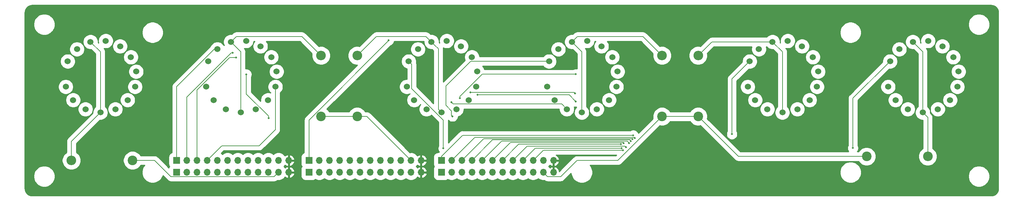
<source format=gbr>
%TF.GenerationSoftware,KiCad,Pcbnew,(5.1.5-131-g305ed0b65)-1*%
%TF.CreationDate,2020-09-08T16:17:06+08:00*%
%TF.ProjectId,IN-18,494e2d31-382e-46b6-9963-61645f706362,rev?*%
%TF.SameCoordinates,Original*%
%TF.FileFunction,Copper,L2,Bot*%
%TF.FilePolarity,Positive*%
%FSLAX46Y46*%
G04 Gerber Fmt 4.6, Leading zero omitted, Abs format (unit mm)*
G04 Created by KiCad (PCBNEW (5.1.5-131-g305ed0b65)-1) date 2020-09-08 16:17:06*
%MOMM*%
%LPD*%
G01*
G04 APERTURE LIST*
%TA.AperFunction,ComponentPad*%
%ADD10O,1.700000X1.700000*%
%TD*%
%TA.AperFunction,ComponentPad*%
%ADD11R,1.700000X1.700000*%
%TD*%
%TA.AperFunction,ComponentPad*%
%ADD12C,1.524000*%
%TD*%
%TA.AperFunction,ComponentPad*%
%ADD13C,2.400000*%
%TD*%
%TA.AperFunction,ComponentPad*%
%ADD14O,2.400000X2.400000*%
%TD*%
%TA.AperFunction,ViaPad*%
%ADD15C,0.500000*%
%TD*%
%TA.AperFunction,Conductor*%
%ADD16C,0.152400*%
%TD*%
%TA.AperFunction,Conductor*%
%ADD17C,0.254000*%
%TD*%
G04 APERTURE END LIST*
D10*
%TO.P,J1,12*%
%TO.N,GND*%
X56940000Y-78000000D03*
%TO.P,J1,11*%
%TO.N,HV*%
X54400000Y-78000000D03*
%TO.P,J1,10*%
%TO.N,Net-(J1-Pad10)*%
X51860000Y-78000000D03*
%TO.P,J1,9*%
%TO.N,Net-(J1-Pad9)*%
X49320000Y-78000000D03*
%TO.P,J1,8*%
%TO.N,Net-(J1-Pad8)*%
X46780000Y-78000000D03*
%TO.P,J1,7*%
%TO.N,Net-(J1-Pad7)*%
X44240000Y-78000000D03*
%TO.P,J1,6*%
%TO.N,Net-(J1-Pad6)*%
X41700000Y-78000000D03*
%TO.P,J1,5*%
%TO.N,Net-(J1-Pad5)*%
X39160000Y-78000000D03*
%TO.P,J1,4*%
%TO.N,Net-(J1-Pad4)*%
X36620000Y-78000000D03*
%TO.P,J1,3*%
%TO.N,Net-(J1-Pad3)*%
X34080000Y-78000000D03*
%TO.P,J1,2*%
%TO.N,Net-(J1-Pad2)*%
X31540000Y-78000000D03*
D11*
%TO.P,J1,1*%
%TO.N,Net-(J1-Pad1)*%
X29000000Y-78000000D03*
%TD*%
D10*
%TO.P,J2,12*%
%TO.N,GND*%
X56940000Y-75000000D03*
%TO.P,J2,11*%
%TO.N,HV*%
X54400000Y-75000000D03*
%TO.P,J2,10*%
%TO.N,Net-(J2-Pad10)*%
X51860000Y-75000000D03*
%TO.P,J2,9*%
%TO.N,Net-(J2-Pad9)*%
X49320000Y-75000000D03*
%TO.P,J2,8*%
%TO.N,Net-(J2-Pad8)*%
X46780000Y-75000000D03*
%TO.P,J2,7*%
%TO.N,Net-(J2-Pad7)*%
X44240000Y-75000000D03*
%TO.P,J2,6*%
%TO.N,Net-(J2-Pad6)*%
X41700000Y-75000000D03*
%TO.P,J2,5*%
%TO.N,Net-(J2-Pad5)*%
X39160000Y-75000000D03*
%TO.P,J2,4*%
%TO.N,Net-(J2-Pad4)*%
X36620000Y-75000000D03*
%TO.P,J2,3*%
%TO.N,Net-(J2-Pad3)*%
X34080000Y-75000000D03*
%TO.P,J2,2*%
%TO.N,Net-(J2-Pad2)*%
X31540000Y-75000000D03*
D11*
%TO.P,J2,1*%
%TO.N,Net-(J2-Pad1)*%
X29000000Y-75000000D03*
%TD*%
D10*
%TO.P,J3,12*%
%TO.N,GND*%
X89940000Y-78000000D03*
%TO.P,J3,11*%
%TO.N,HV*%
X87400000Y-78000000D03*
%TO.P,J3,10*%
%TO.N,Net-(J3-Pad10)*%
X84860000Y-78000000D03*
%TO.P,J3,9*%
%TO.N,Net-(J3-Pad9)*%
X82320000Y-78000000D03*
%TO.P,J3,8*%
%TO.N,Net-(J3-Pad8)*%
X79780000Y-78000000D03*
%TO.P,J3,7*%
%TO.N,Net-(J3-Pad7)*%
X77240000Y-78000000D03*
%TO.P,J3,6*%
%TO.N,Net-(J3-Pad6)*%
X74700000Y-78000000D03*
%TO.P,J3,5*%
%TO.N,Net-(J3-Pad5)*%
X72160000Y-78000000D03*
%TO.P,J3,4*%
%TO.N,Net-(J3-Pad4)*%
X69620000Y-78000000D03*
%TO.P,J3,3*%
%TO.N,Net-(J3-Pad3)*%
X67080000Y-78000000D03*
%TO.P,J3,2*%
%TO.N,Net-(J3-Pad2)*%
X64540000Y-78000000D03*
D11*
%TO.P,J3,1*%
%TO.N,Net-(J3-Pad1)*%
X62000000Y-78000000D03*
%TD*%
%TO.P,J4,1*%
%TO.N,Net-(J4-Pad1)*%
X62000000Y-75000000D03*
D10*
%TO.P,J4,2*%
%TO.N,Net-(J4-Pad2)*%
X64540000Y-75000000D03*
%TO.P,J4,3*%
%TO.N,Net-(J4-Pad3)*%
X67080000Y-75000000D03*
%TO.P,J4,4*%
%TO.N,Net-(J4-Pad4)*%
X69620000Y-75000000D03*
%TO.P,J4,5*%
%TO.N,Net-(J4-Pad5)*%
X72160000Y-75000000D03*
%TO.P,J4,6*%
%TO.N,Net-(J4-Pad6)*%
X74700000Y-75000000D03*
%TO.P,J4,7*%
%TO.N,Net-(J4-Pad7)*%
X77240000Y-75000000D03*
%TO.P,J4,8*%
%TO.N,Net-(J4-Pad8)*%
X79780000Y-75000000D03*
%TO.P,J4,9*%
%TO.N,Net-(J4-Pad9)*%
X82320000Y-75000000D03*
%TO.P,J4,10*%
%TO.N,Net-(J4-Pad10)*%
X84860000Y-75000000D03*
%TO.P,J4,11*%
%TO.N,HV*%
X87400000Y-75000000D03*
%TO.P,J4,12*%
%TO.N,GND*%
X89940000Y-75000000D03*
%TD*%
D11*
%TO.P,J5,1*%
%TO.N,Net-(J5-Pad1)*%
X95000000Y-78000000D03*
D10*
%TO.P,J5,2*%
%TO.N,Net-(J5-Pad2)*%
X97540000Y-78000000D03*
%TO.P,J5,3*%
%TO.N,Net-(J5-Pad3)*%
X100080000Y-78000000D03*
%TO.P,J5,4*%
%TO.N,Net-(J5-Pad4)*%
X102620000Y-78000000D03*
%TO.P,J5,5*%
%TO.N,Net-(J5-Pad5)*%
X105160000Y-78000000D03*
%TO.P,J5,6*%
%TO.N,Net-(J5-Pad6)*%
X107700000Y-78000000D03*
%TO.P,J5,7*%
%TO.N,Net-(J5-Pad7)*%
X110240000Y-78000000D03*
%TO.P,J5,8*%
%TO.N,Net-(J5-Pad8)*%
X112780000Y-78000000D03*
%TO.P,J5,9*%
%TO.N,Net-(J5-Pad9)*%
X115320000Y-78000000D03*
%TO.P,J5,10*%
%TO.N,Net-(J5-Pad10)*%
X117860000Y-78000000D03*
%TO.P,J5,11*%
%TO.N,HV*%
X120400000Y-78000000D03*
%TO.P,J5,12*%
%TO.N,GND*%
X122940000Y-78000000D03*
%TD*%
D11*
%TO.P,J6,1*%
%TO.N,Net-(J6-Pad1)*%
X95000000Y-75000000D03*
D10*
%TO.P,J6,2*%
%TO.N,Net-(J6-Pad2)*%
X97540000Y-75000000D03*
%TO.P,J6,3*%
%TO.N,Net-(J6-Pad3)*%
X100080000Y-75000000D03*
%TO.P,J6,4*%
%TO.N,Net-(J6-Pad4)*%
X102620000Y-75000000D03*
%TO.P,J6,5*%
%TO.N,Net-(J6-Pad5)*%
X105160000Y-75000000D03*
%TO.P,J6,6*%
%TO.N,Net-(J6-Pad6)*%
X107700000Y-75000000D03*
%TO.P,J6,7*%
%TO.N,Net-(J6-Pad7)*%
X110240000Y-75000000D03*
%TO.P,J6,8*%
%TO.N,Net-(J6-Pad8)*%
X112780000Y-75000000D03*
%TO.P,J6,9*%
%TO.N,Net-(J6-Pad9)*%
X115320000Y-75000000D03*
%TO.P,J6,10*%
%TO.N,Net-(J6-Pad10)*%
X117860000Y-75000000D03*
%TO.P,J6,11*%
%TO.N,HV*%
X120400000Y-75000000D03*
%TO.P,J6,12*%
%TO.N,GND*%
X122940000Y-75000000D03*
%TD*%
D12*
%TO.P,U1,14*%
%TO.N,Net-(J1-Pad10)*%
X1843230Y-50196436D03*
%TO.P,U1,13*%
%TO.N,Net-(J1-Pad1)*%
X4154968Y-47156347D03*
%TO.P,U1,12*%
%TO.N,Anode*%
X7519264Y-45348645D03*
%TO.P,U1,11*%
%TO.N,Net-(J1-Pad2)*%
X11330284Y-45098858D03*
%TO.P,U1,10*%
%TO.N,Net-(J1-Pad3)*%
X14901751Y-46451965D03*
%TO.P,U1,9*%
%TO.N,Net-(J1-Pad9)*%
X17590523Y-49164304D03*
%TO.P,U1,8*%
%TO.N,Net-(U1-Pad1)*%
X18912412Y-52747443D03*
%TO.P,U1,1*%
X1370623Y-56556138D03*
%TO.P,U1,2*%
%TO.N,Net-(J1-Pad5)*%
X3207614Y-59904531D03*
%TO.P,U1,3*%
%TO.N,Net-(J1-Pad6)*%
X6267761Y-62189651D03*
%TO.P,U1,7*%
%TO.N,Net-(J1-Pad4)*%
X18629377Y-56556138D03*
%TO.P,U1,6*%
%TO.N,Net-(J1-Pad8)*%
X16792386Y-59904531D03*
%TO.P,U1,5*%
%TO.N,Net-(J1-Pad7)*%
X13732239Y-62189651D03*
%TO.P,U1,4*%
%TO.N,Anode*%
X10000000Y-63000000D03*
%TD*%
%TO.P,U2,14*%
%TO.N,Net-(J2-Pad10)*%
X36843230Y-50196436D03*
%TO.P,U2,13*%
%TO.N,Net-(J2-Pad1)*%
X39154968Y-47156347D03*
%TO.P,U2,12*%
%TO.N,Anode*%
X42519264Y-45348645D03*
%TO.P,U2,11*%
%TO.N,Net-(J2-Pad2)*%
X46330284Y-45098858D03*
%TO.P,U2,10*%
%TO.N,Net-(J2-Pad3)*%
X49901751Y-46451965D03*
%TO.P,U2,9*%
%TO.N,Net-(J2-Pad9)*%
X52590523Y-49164304D03*
%TO.P,U2,8*%
%TO.N,Net-(U2-Pad1)*%
X53912412Y-52747443D03*
%TO.P,U2,1*%
X36370623Y-56556138D03*
%TO.P,U2,2*%
%TO.N,Net-(J2-Pad5)*%
X38207614Y-59904531D03*
%TO.P,U2,3*%
%TO.N,Net-(J2-Pad6)*%
X41267761Y-62189651D03*
%TO.P,U2,7*%
%TO.N,Net-(J2-Pad4)*%
X53629377Y-56556138D03*
%TO.P,U2,6*%
%TO.N,Net-(J2-Pad8)*%
X51792386Y-59904531D03*
%TO.P,U2,5*%
%TO.N,Net-(J2-Pad7)*%
X48732239Y-62189651D03*
%TO.P,U2,4*%
%TO.N,Anode*%
X45000000Y-63000000D03*
%TD*%
%TO.P,U3,4*%
%TO.N,Anode*%
X95000000Y-63000000D03*
%TO.P,U3,5*%
%TO.N,Net-(J3-Pad7)*%
X98732239Y-62189651D03*
%TO.P,U3,6*%
%TO.N,Net-(J3-Pad8)*%
X101792386Y-59904531D03*
%TO.P,U3,7*%
%TO.N,Net-(J3-Pad4)*%
X103629377Y-56556138D03*
%TO.P,U3,3*%
%TO.N,Net-(J3-Pad6)*%
X91267761Y-62189651D03*
%TO.P,U3,2*%
%TO.N,Net-(J3-Pad5)*%
X88207614Y-59904531D03*
%TO.P,U3,1*%
%TO.N,Net-(U3-Pad1)*%
X86370623Y-56556138D03*
%TO.P,U3,8*%
X103912412Y-52747443D03*
%TO.P,U3,9*%
%TO.N,Net-(J3-Pad9)*%
X102590523Y-49164304D03*
%TO.P,U3,10*%
%TO.N,Net-(J3-Pad3)*%
X99901751Y-46451965D03*
%TO.P,U3,11*%
%TO.N,Net-(J3-Pad2)*%
X96330284Y-45098858D03*
%TO.P,U3,12*%
%TO.N,Anode*%
X92519264Y-45348645D03*
%TO.P,U3,13*%
%TO.N,Net-(J3-Pad1)*%
X89154968Y-47156347D03*
%TO.P,U3,14*%
%TO.N,Net-(J3-Pad10)*%
X86843230Y-50196436D03*
%TD*%
%TO.P,U4,4*%
%TO.N,Anode*%
X130000000Y-63000000D03*
%TO.P,U4,5*%
%TO.N,Net-(J4-Pad7)*%
X133732239Y-62189651D03*
%TO.P,U4,6*%
%TO.N,Net-(J4-Pad8)*%
X136792386Y-59904531D03*
%TO.P,U4,7*%
%TO.N,Net-(J4-Pad4)*%
X138629377Y-56556138D03*
%TO.P,U4,3*%
%TO.N,Net-(J4-Pad6)*%
X126267761Y-62189651D03*
%TO.P,U4,2*%
%TO.N,Net-(J4-Pad5)*%
X123207614Y-59904531D03*
%TO.P,U4,1*%
%TO.N,Net-(U4-Pad1)*%
X121370623Y-56556138D03*
%TO.P,U4,8*%
X138912412Y-52747443D03*
%TO.P,U4,9*%
%TO.N,Net-(J4-Pad9)*%
X137590523Y-49164304D03*
%TO.P,U4,10*%
%TO.N,Net-(J4-Pad3)*%
X134901751Y-46451965D03*
%TO.P,U4,11*%
%TO.N,Net-(J4-Pad2)*%
X131330284Y-45098858D03*
%TO.P,U4,12*%
%TO.N,Anode*%
X127519264Y-45348645D03*
%TO.P,U4,13*%
%TO.N,Net-(J4-Pad1)*%
X124154968Y-47156347D03*
%TO.P,U4,14*%
%TO.N,Net-(J4-Pad10)*%
X121843230Y-50196436D03*
%TD*%
%TO.P,U5,4*%
%TO.N,Anode*%
X180000000Y-63000000D03*
%TO.P,U5,5*%
%TO.N,Net-(J5-Pad7)*%
X183732239Y-62189651D03*
%TO.P,U5,6*%
%TO.N,Net-(J5-Pad8)*%
X186792386Y-59904531D03*
%TO.P,U5,7*%
%TO.N,Net-(J5-Pad4)*%
X188629377Y-56556138D03*
%TO.P,U5,3*%
%TO.N,Net-(J5-Pad6)*%
X176267761Y-62189651D03*
%TO.P,U5,2*%
%TO.N,Net-(J5-Pad5)*%
X173207614Y-59904531D03*
%TO.P,U5,1*%
%TO.N,Net-(U5-Pad1)*%
X171370623Y-56556138D03*
%TO.P,U5,8*%
X188912412Y-52747443D03*
%TO.P,U5,9*%
%TO.N,Net-(J5-Pad9)*%
X187590523Y-49164304D03*
%TO.P,U5,10*%
%TO.N,Net-(J5-Pad3)*%
X184901751Y-46451965D03*
%TO.P,U5,11*%
%TO.N,Net-(J5-Pad2)*%
X181330284Y-45098858D03*
%TO.P,U5,12*%
%TO.N,Anode*%
X177519264Y-45348645D03*
%TO.P,U5,13*%
%TO.N,Net-(J5-Pad1)*%
X174154968Y-47156347D03*
%TO.P,U5,14*%
%TO.N,Net-(J5-Pad10)*%
X171843230Y-50196436D03*
%TD*%
%TO.P,U6,14*%
%TO.N,Net-(J6-Pad10)*%
X206843230Y-50196436D03*
%TO.P,U6,13*%
%TO.N,Net-(J6-Pad1)*%
X209154968Y-47156347D03*
%TO.P,U6,12*%
%TO.N,Anode*%
X212519264Y-45348645D03*
%TO.P,U6,11*%
%TO.N,Net-(J6-Pad2)*%
X216330284Y-45098858D03*
%TO.P,U6,10*%
%TO.N,Net-(J6-Pad3)*%
X219901751Y-46451965D03*
%TO.P,U6,9*%
%TO.N,Net-(J6-Pad9)*%
X222590523Y-49164304D03*
%TO.P,U6,8*%
%TO.N,Net-(U6-Pad1)*%
X223912412Y-52747443D03*
%TO.P,U6,1*%
X206370623Y-56556138D03*
%TO.P,U6,2*%
%TO.N,Net-(J6-Pad5)*%
X208207614Y-59904531D03*
%TO.P,U6,3*%
%TO.N,Net-(J6-Pad6)*%
X211267761Y-62189651D03*
%TO.P,U6,7*%
%TO.N,Net-(J6-Pad4)*%
X223629377Y-56556138D03*
%TO.P,U6,6*%
%TO.N,Net-(J6-Pad8)*%
X221792386Y-59904531D03*
%TO.P,U6,5*%
%TO.N,Net-(J6-Pad7)*%
X218732239Y-62189651D03*
%TO.P,U6,4*%
%TO.N,Anode*%
X215000000Y-63000000D03*
%TD*%
D13*
%TO.P,R1,1*%
%TO.N,HV*%
X18000000Y-75000000D03*
D14*
%TO.P,R1,2*%
%TO.N,Anode*%
X2760000Y-75000000D03*
%TD*%
D13*
%TO.P,R2,1*%
%TO.N,HV*%
X65000000Y-64000000D03*
D14*
%TO.P,R2,2*%
%TO.N,Anode*%
X65000000Y-48760000D03*
%TD*%
D13*
%TO.P,R3,1*%
%TO.N,HV*%
X74000000Y-64000000D03*
D14*
%TO.P,R3,2*%
%TO.N,Anode*%
X74000000Y-48760000D03*
%TD*%
%TO.P,R4,2*%
%TO.N,Anode*%
X150000000Y-48760000D03*
D13*
%TO.P,R4,1*%
%TO.N,HV*%
X150000000Y-64000000D03*
%TD*%
D14*
%TO.P,R5,2*%
%TO.N,Anode*%
X159000000Y-48760000D03*
D13*
%TO.P,R5,1*%
%TO.N,HV*%
X159000000Y-64000000D03*
%TD*%
D14*
%TO.P,R6,2*%
%TO.N,Anode*%
X216240000Y-74000000D03*
D13*
%TO.P,R6,1*%
%TO.N,HV*%
X201000000Y-74000000D03*
%TD*%
D15*
%TO.N,Net-(J2-Pad10)*%
X51900000Y-64420000D03*
X46390000Y-53470000D03*
%TO.N,Net-(J2-Pad3)*%
X43800000Y-49270000D03*
%TO.N,Net-(J2-Pad2)*%
X42940000Y-48100000D03*
%TO.N,Net-(J3-Pad10)*%
X95490000Y-71980000D03*
%TO.N,Net-(J4-Pad1)*%
X81860000Y-44960000D03*
%TO.N,Net-(J4-Pad6)*%
X97470000Y-60470000D03*
%TO.N,Net-(J4-Pad7)*%
X103990000Y-58580000D03*
X128500000Y-60250000D03*
%TO.N,Net-(J4-Pad8)*%
X102210000Y-57970000D03*
X128350000Y-58250000D03*
%TO.N,Net-(J4-Pad9)*%
X99580000Y-59380000D03*
X128470000Y-53440000D03*
%TO.N,Net-(J4-Pad10)*%
X97760000Y-63990000D03*
%TO.N,Net-(J5-Pad10)*%
X167423536Y-68431390D03*
%TO.N,Net-(J6-Pad1)*%
X142826350Y-68724294D03*
%TO.N,Net-(J6-Pad2)*%
X143235500Y-69386939D03*
%TO.N,Net-(J6-Pad3)*%
X142653373Y-69681505D03*
%TO.N,Net-(J6-Pad4)*%
X142201522Y-70152112D03*
%TO.N,Net-(J6-Pad5)*%
X141780973Y-70650890D03*
%TO.N,Net-(J6-Pad6)*%
X140451794Y-70667444D03*
%TO.N,Net-(J6-Pad7)*%
X139758873Y-70960683D03*
%TO.N,Net-(J6-Pad8)*%
X140990406Y-71676579D03*
%TO.N,Net-(J6-Pad9)*%
X139877009Y-71917894D03*
%TO.N,Net-(J6-Pad10)*%
X140240000Y-72460000D03*
X197590000Y-71900000D03*
%TD*%
D16*
%TO.N,Net-(J2-Pad10)*%
X51900000Y-64420000D02*
X51900000Y-63891322D01*
X46390000Y-58381322D02*
X46390000Y-53470000D01*
X51900000Y-63891322D02*
X46390000Y-58381322D01*
%TO.N,Net-(J2-Pad4)*%
X36620000Y-75000000D02*
X40280000Y-71340000D01*
X40280000Y-71340000D02*
X49580000Y-71340000D01*
X53629377Y-67290623D02*
X53629377Y-56556138D01*
X49580000Y-71340000D02*
X53629377Y-67290623D01*
%TO.N,Net-(J2-Pad3)*%
X42190671Y-49270000D02*
X43800000Y-49270000D01*
X34080000Y-75000000D02*
X34080000Y-57380671D01*
X34080000Y-57380671D02*
X42190671Y-49270000D01*
%TO.N,Net-(J2-Pad2)*%
X31540000Y-59146447D02*
X42586447Y-48100000D01*
X42586447Y-48100000D02*
X42940000Y-48100000D01*
X31540000Y-75000000D02*
X31540000Y-59146447D01*
%TO.N,Net-(J2-Pad1)*%
X38417229Y-47156347D02*
X39154968Y-47156347D01*
X29000000Y-56573576D02*
X38417229Y-47156347D01*
X29000000Y-75000000D02*
X29000000Y-56573576D01*
%TO.N,Net-(J3-Pad10)*%
X87605229Y-50958435D02*
X86843230Y-50196436D01*
X87605229Y-57061029D02*
X87605229Y-50958435D01*
X95490000Y-64945800D02*
X87605229Y-57061029D01*
X95490000Y-71980000D02*
X95490000Y-64945800D01*
%TO.N,Net-(J4-Pad1)*%
X81860000Y-45025670D02*
X81860000Y-44960000D01*
X62000000Y-75000000D02*
X62000000Y-64885670D01*
X62000000Y-64885670D02*
X81860000Y-45025670D01*
%TO.N,Net-(J4-Pad6)*%
X124973242Y-60895132D02*
X126267761Y-62189651D01*
X97895132Y-60895132D02*
X124973242Y-60895132D01*
X97470000Y-60470000D02*
X97895132Y-60895132D01*
%TO.N,Net-(J4-Pad7)*%
X103990000Y-58580000D02*
X126830000Y-58580000D01*
X126830000Y-58580000D02*
X128500000Y-60250000D01*
%TO.N,Net-(J4-Pad8)*%
X102210000Y-57970000D02*
X128070000Y-57970000D01*
X128070000Y-57970000D02*
X128350000Y-58250000D01*
%TO.N,Net-(J4-Pad9)*%
X105166447Y-53440000D02*
X128470000Y-53440000D01*
X99580000Y-59380000D02*
X99580000Y-59026447D01*
X99580000Y-59026447D02*
X105166447Y-53440000D01*
%TO.N,Net-(J4-Pad10)*%
X97510001Y-63740001D02*
X97510001Y-62600001D01*
X97760000Y-63990000D02*
X97510001Y-63740001D01*
X97510001Y-62600001D02*
X96100000Y-61190000D01*
X96100000Y-61190000D02*
X96100000Y-56410000D01*
X102313564Y-50196436D02*
X121843230Y-50196436D01*
X96100000Y-56410000D02*
X102313564Y-50196436D01*
%TO.N,Net-(J5-Pad10)*%
X171843230Y-50196436D02*
X167423536Y-54616130D01*
X167423536Y-54616130D02*
X167423536Y-68431390D01*
%TO.N,Net-(J6-Pad1)*%
X100273306Y-68724294D02*
X142826350Y-68724294D01*
X95000000Y-75000000D02*
X95000000Y-73997600D01*
X95000000Y-73997600D02*
X100273306Y-68724294D01*
%TO.N,Net-(J6-Pad2)*%
X103337096Y-69202904D02*
X143051465Y-69202904D01*
X97540000Y-75000000D02*
X103337096Y-69202904D01*
X143051465Y-69202904D02*
X143235500Y-69386939D01*
%TO.N,Net-(J6-Pad3)*%
X100080000Y-75000000D02*
X105512351Y-69567649D01*
X142539517Y-69567649D02*
X142653373Y-69681505D01*
X105512351Y-69567649D02*
X142539517Y-69567649D01*
%TO.N,Net-(J6-Pad4)*%
X141921870Y-69872460D02*
X142201522Y-70152112D01*
X107747540Y-69872460D02*
X141921870Y-69872460D01*
X102620000Y-75000000D02*
X107747540Y-69872460D01*
%TO.N,Net-(J6-Pad5)*%
X141307354Y-70177271D02*
X141780973Y-70650890D01*
X109982729Y-70177271D02*
X141307354Y-70177271D01*
X105160000Y-75000000D02*
X109982729Y-70177271D01*
%TO.N,Net-(J6-Pad6)*%
X140266432Y-70482082D02*
X140451794Y-70667444D01*
X107700000Y-75000000D02*
X112217918Y-70482082D01*
X112217918Y-70482082D02*
X140266432Y-70482082D01*
%TO.N,Net-(J6-Pad7)*%
X110240000Y-75000000D02*
X114279317Y-70960683D01*
X114279317Y-70960683D02*
X139758873Y-70960683D01*
%TO.N,Net-(J6-Pad8)*%
X112780000Y-75000000D02*
X116340707Y-71439293D01*
X140753120Y-71439293D02*
X140990406Y-71676579D01*
X116340707Y-71439293D02*
X140753120Y-71439293D01*
%TO.N,Net-(J6-Pad9)*%
X118402106Y-71917894D02*
X139877009Y-71917894D01*
X115320000Y-75000000D02*
X118402106Y-71917894D01*
%TO.N,Net-(J6-Pad10)*%
X117860000Y-75000000D02*
X120400000Y-72460000D01*
X120400000Y-72460000D02*
X140240000Y-72460000D01*
X197590000Y-59449666D02*
X206843230Y-50196436D01*
X197590000Y-71900000D02*
X197590000Y-59449666D01*
%TO.N,Anode*%
X10000000Y-47829381D02*
X7519264Y-45348645D01*
X10000000Y-63000000D02*
X10000000Y-47829381D01*
X45000000Y-47829381D02*
X42519264Y-45348645D01*
X45000000Y-63000000D02*
X45000000Y-47829381D01*
X130000000Y-47829381D02*
X127519264Y-45348645D01*
X130000000Y-63000000D02*
X130000000Y-47829381D01*
X180000000Y-47829381D02*
X177519264Y-45348645D01*
X180000000Y-63000000D02*
X180000000Y-47829381D01*
X215000000Y-47829381D02*
X212519264Y-45348645D01*
X215000000Y-63000000D02*
X215000000Y-47829381D01*
X94238001Y-47067382D02*
X93281263Y-46110644D01*
X93281263Y-46110644D02*
X92519264Y-45348645D01*
X95000000Y-63000000D02*
X94238001Y-62238001D01*
X94238001Y-62238001D02*
X94238001Y-47067382D01*
X216240000Y-64240000D02*
X215000000Y-63000000D01*
X216240000Y-74000000D02*
X216240000Y-64240000D01*
X162411355Y-45348645D02*
X159000000Y-48760000D01*
X177519264Y-45348645D02*
X162411355Y-45348645D01*
X127519264Y-45348645D02*
X128867909Y-44000000D01*
X145240000Y-44000000D02*
X150000000Y-48760000D01*
X128867909Y-44000000D02*
X145240000Y-44000000D01*
X92519264Y-45348645D02*
X91170619Y-44000000D01*
X78760000Y-44000000D02*
X74000000Y-48760000D01*
X91170619Y-44000000D02*
X78760000Y-44000000D01*
X42519264Y-45348645D02*
X43867909Y-44000000D01*
X60240000Y-44000000D02*
X65000000Y-48760000D01*
X43867909Y-44000000D02*
X60240000Y-44000000D01*
X2760000Y-70240000D02*
X10000000Y-63000000D01*
X2760000Y-75000000D02*
X2760000Y-70240000D01*
%TO.N,HV*%
X53321399Y-79078601D02*
X27578601Y-79078601D01*
X54400000Y-78000000D02*
X53321399Y-79078601D01*
X23500000Y-75000000D02*
X18000000Y-75000000D01*
X27578601Y-79078601D02*
X23500000Y-75000000D01*
X76400000Y-64000000D02*
X74000000Y-64000000D01*
X87400000Y-75000000D02*
X76400000Y-64000000D01*
X74000000Y-64000000D02*
X65000000Y-64000000D01*
X150000000Y-64000000D02*
X159000000Y-64000000D01*
X169000000Y-74000000D02*
X159000000Y-64000000D01*
X201000000Y-74000000D02*
X169000000Y-74000000D01*
X139000000Y-75000000D02*
X150000000Y-64000000D01*
X128800000Y-75000000D02*
X139000000Y-75000000D01*
X120400000Y-78000000D02*
X121478601Y-79078601D01*
X124721399Y-79078601D02*
X128800000Y-75000000D01*
X121478601Y-79078601D02*
X124721399Y-79078601D01*
%TD*%
D17*
%TO.N,GND*%
G36*
X232354749Y-36208385D02*
G01*
X232695988Y-36311410D01*
X233010710Y-36478751D01*
X233286944Y-36704042D01*
X233514154Y-36978691D01*
X233683689Y-37292240D01*
X233789095Y-37632752D01*
X233832000Y-38040967D01*
X233832001Y-81942860D01*
X233791614Y-82354754D01*
X233688590Y-82695987D01*
X233521248Y-83010712D01*
X233295958Y-83286944D01*
X233021309Y-83514154D01*
X232707760Y-83683689D01*
X232367249Y-83789095D01*
X231959033Y-83832000D01*
X-6942870Y-83832000D01*
X-7354754Y-83791614D01*
X-7695987Y-83688590D01*
X-8010712Y-83521248D01*
X-8286944Y-83295958D01*
X-8514154Y-83021309D01*
X-8683689Y-82707760D01*
X-8789095Y-82367249D01*
X-8832000Y-81959033D01*
X-8832000Y-78736530D01*
X-6675057Y-78736530D01*
X-6675057Y-79263470D01*
X-6572256Y-79780285D01*
X-6370604Y-80267114D01*
X-6077852Y-80705249D01*
X-5705249Y-81077852D01*
X-5267114Y-81370604D01*
X-4780285Y-81572256D01*
X-4263470Y-81675057D01*
X-3736530Y-81675057D01*
X-3219715Y-81572256D01*
X-2732886Y-81370604D01*
X-2294751Y-81077852D01*
X-1922148Y-80705249D01*
X-1629396Y-80267114D01*
X-1427744Y-79780285D01*
X-1324943Y-79263470D01*
X-1324943Y-78736530D01*
X-1427744Y-78219715D01*
X-1629396Y-77732886D01*
X-1922148Y-77294751D01*
X-2294751Y-76922148D01*
X-2732886Y-76629396D01*
X-3219715Y-76427744D01*
X-3736530Y-76324943D01*
X-4263470Y-76324943D01*
X-4780285Y-76427744D01*
X-5267114Y-76629396D01*
X-5705249Y-76922148D01*
X-6077852Y-77294751D01*
X-6370604Y-77732886D01*
X-6572256Y-78219715D01*
X-6675057Y-78736530D01*
X-8832000Y-78736530D01*
X-8832000Y-74769235D01*
X417000Y-74769235D01*
X417000Y-75230765D01*
X507040Y-75683428D01*
X683660Y-76109827D01*
X940073Y-76493576D01*
X1266424Y-76819927D01*
X1650173Y-77076340D01*
X2076572Y-77252960D01*
X2529235Y-77343000D01*
X2990765Y-77343000D01*
X3443428Y-77252960D01*
X3869827Y-77076340D01*
X4253576Y-76819927D01*
X4579927Y-76493576D01*
X4836340Y-76109827D01*
X5012960Y-75683428D01*
X5103000Y-75230765D01*
X5103000Y-74769235D01*
X15657000Y-74769235D01*
X15657000Y-75230765D01*
X15747040Y-75683428D01*
X15923660Y-76109827D01*
X16180073Y-76493576D01*
X16506424Y-76819927D01*
X16890173Y-77076340D01*
X17316572Y-77252960D01*
X17769235Y-77343000D01*
X18230765Y-77343000D01*
X18683428Y-77252960D01*
X19109827Y-77076340D01*
X19493576Y-76819927D01*
X19819927Y-76493576D01*
X20003259Y-76219200D01*
X20997699Y-76219200D01*
X20922148Y-76294751D01*
X20629396Y-76732886D01*
X20427744Y-77219715D01*
X20324943Y-77736530D01*
X20324943Y-78263470D01*
X20427744Y-78780285D01*
X20629396Y-79267114D01*
X20922148Y-79705249D01*
X21294751Y-80077852D01*
X21732886Y-80370604D01*
X22219715Y-80572256D01*
X22736530Y-80675057D01*
X23263470Y-80675057D01*
X23780285Y-80572256D01*
X24267114Y-80370604D01*
X24705249Y-80077852D01*
X25077852Y-79705249D01*
X25370604Y-79267114D01*
X25567517Y-78791726D01*
X26674142Y-79898351D01*
X26712325Y-79944877D01*
X26897972Y-80097234D01*
X27035999Y-80171010D01*
X27109775Y-80210445D01*
X27339596Y-80280160D01*
X27578601Y-80303700D01*
X27638494Y-80297801D01*
X53261506Y-80297801D01*
X53321399Y-80303700D01*
X53381292Y-80297801D01*
X53560404Y-80280160D01*
X53790224Y-80210445D01*
X54002028Y-80097234D01*
X54143604Y-79981045D01*
X54203707Y-79993000D01*
X54596293Y-79993000D01*
X54981337Y-79916410D01*
X55344039Y-79766173D01*
X55670463Y-79548064D01*
X55948064Y-79270463D01*
X56022383Y-79159237D01*
X56173080Y-79271641D01*
X56435901Y-79396825D01*
X56583110Y-79441476D01*
X56813000Y-79320155D01*
X56813000Y-78127000D01*
X57067000Y-78127000D01*
X57067000Y-79320155D01*
X57296890Y-79441476D01*
X57444099Y-79396825D01*
X57706920Y-79271641D01*
X57940269Y-79097588D01*
X58135178Y-78881355D01*
X58284157Y-78631252D01*
X58381481Y-78356891D01*
X58260814Y-78127000D01*
X57067000Y-78127000D01*
X56813000Y-78127000D01*
X56793000Y-78127000D01*
X56793000Y-77873000D01*
X56813000Y-77873000D01*
X56813000Y-76679845D01*
X57067000Y-76679845D01*
X57067000Y-77873000D01*
X58260814Y-77873000D01*
X58381481Y-77643109D01*
X58284157Y-77368748D01*
X58135178Y-77118645D01*
X57940269Y-76902412D01*
X57706920Y-76728359D01*
X57444099Y-76603175D01*
X57296890Y-76558524D01*
X57067000Y-76679845D01*
X56813000Y-76679845D01*
X56583110Y-76558524D01*
X56435901Y-76603175D01*
X56173080Y-76728359D01*
X56022383Y-76840763D01*
X55948064Y-76729537D01*
X55718527Y-76500000D01*
X55948064Y-76270463D01*
X56022383Y-76159237D01*
X56173080Y-76271641D01*
X56435901Y-76396825D01*
X56583110Y-76441476D01*
X56813000Y-76320155D01*
X56813000Y-75127000D01*
X57067000Y-75127000D01*
X57067000Y-76320155D01*
X57296890Y-76441476D01*
X57444099Y-76396825D01*
X57706920Y-76271641D01*
X57940269Y-76097588D01*
X58135178Y-75881355D01*
X58284157Y-75631252D01*
X58381481Y-75356891D01*
X58260814Y-75127000D01*
X57067000Y-75127000D01*
X56813000Y-75127000D01*
X56793000Y-75127000D01*
X56793000Y-74873000D01*
X56813000Y-74873000D01*
X56813000Y-73679845D01*
X57067000Y-73679845D01*
X57067000Y-74873000D01*
X58260814Y-74873000D01*
X58381481Y-74643109D01*
X58284157Y-74368748D01*
X58153856Y-74150000D01*
X60001470Y-74150000D01*
X60001470Y-75850000D01*
X60023539Y-76074067D01*
X60088897Y-76289523D01*
X60195032Y-76488089D01*
X60204807Y-76500000D01*
X60195032Y-76511911D01*
X60088897Y-76710477D01*
X60023539Y-76925933D01*
X60001470Y-77150000D01*
X60001470Y-78850000D01*
X60023539Y-79074067D01*
X60088897Y-79289523D01*
X60195032Y-79488089D01*
X60337867Y-79662133D01*
X60511911Y-79804968D01*
X60710477Y-79911103D01*
X60925933Y-79976461D01*
X61150000Y-79998530D01*
X62850000Y-79998530D01*
X63074067Y-79976461D01*
X63289523Y-79911103D01*
X63488089Y-79804968D01*
X63562557Y-79743853D01*
X63595961Y-79766173D01*
X63958663Y-79916410D01*
X64343707Y-79993000D01*
X64736293Y-79993000D01*
X65121337Y-79916410D01*
X65484039Y-79766173D01*
X65810000Y-79548373D01*
X66135961Y-79766173D01*
X66498663Y-79916410D01*
X66883707Y-79993000D01*
X67276293Y-79993000D01*
X67661337Y-79916410D01*
X68024039Y-79766173D01*
X68350000Y-79548373D01*
X68675961Y-79766173D01*
X69038663Y-79916410D01*
X69423707Y-79993000D01*
X69816293Y-79993000D01*
X70201337Y-79916410D01*
X70564039Y-79766173D01*
X70890000Y-79548373D01*
X71215961Y-79766173D01*
X71578663Y-79916410D01*
X71963707Y-79993000D01*
X72356293Y-79993000D01*
X72741337Y-79916410D01*
X73104039Y-79766173D01*
X73430000Y-79548373D01*
X73755961Y-79766173D01*
X74118663Y-79916410D01*
X74503707Y-79993000D01*
X74896293Y-79993000D01*
X75281337Y-79916410D01*
X75644039Y-79766173D01*
X75970000Y-79548373D01*
X76295961Y-79766173D01*
X76658663Y-79916410D01*
X77043707Y-79993000D01*
X77436293Y-79993000D01*
X77821337Y-79916410D01*
X78184039Y-79766173D01*
X78510000Y-79548373D01*
X78835961Y-79766173D01*
X79198663Y-79916410D01*
X79583707Y-79993000D01*
X79976293Y-79993000D01*
X80361337Y-79916410D01*
X80724039Y-79766173D01*
X81050000Y-79548373D01*
X81375961Y-79766173D01*
X81738663Y-79916410D01*
X82123707Y-79993000D01*
X82516293Y-79993000D01*
X82901337Y-79916410D01*
X83264039Y-79766173D01*
X83590000Y-79548373D01*
X83915961Y-79766173D01*
X84278663Y-79916410D01*
X84663707Y-79993000D01*
X85056293Y-79993000D01*
X85441337Y-79916410D01*
X85804039Y-79766173D01*
X86130000Y-79548373D01*
X86455961Y-79766173D01*
X86818663Y-79916410D01*
X87203707Y-79993000D01*
X87596293Y-79993000D01*
X87981337Y-79916410D01*
X88344039Y-79766173D01*
X88670463Y-79548064D01*
X88948064Y-79270463D01*
X89022383Y-79159237D01*
X89173080Y-79271641D01*
X89435901Y-79396825D01*
X89583110Y-79441476D01*
X89813000Y-79320155D01*
X89813000Y-78127000D01*
X90067000Y-78127000D01*
X90067000Y-79320155D01*
X90296890Y-79441476D01*
X90444099Y-79396825D01*
X90706920Y-79271641D01*
X90940269Y-79097588D01*
X91135178Y-78881355D01*
X91284157Y-78631252D01*
X91381481Y-78356891D01*
X91260814Y-78127000D01*
X90067000Y-78127000D01*
X89813000Y-78127000D01*
X89793000Y-78127000D01*
X89793000Y-77873000D01*
X89813000Y-77873000D01*
X89813000Y-76679845D01*
X90067000Y-76679845D01*
X90067000Y-77873000D01*
X91260814Y-77873000D01*
X91381481Y-77643109D01*
X91284157Y-77368748D01*
X91135178Y-77118645D01*
X90940269Y-76902412D01*
X90706920Y-76728359D01*
X90444099Y-76603175D01*
X90296890Y-76558524D01*
X90067000Y-76679845D01*
X89813000Y-76679845D01*
X89583110Y-76558524D01*
X89435901Y-76603175D01*
X89173080Y-76728359D01*
X89022383Y-76840763D01*
X88948064Y-76729537D01*
X88718527Y-76500000D01*
X88948064Y-76270463D01*
X89022383Y-76159237D01*
X89173080Y-76271641D01*
X89435901Y-76396825D01*
X89583110Y-76441476D01*
X89813000Y-76320155D01*
X89813000Y-75127000D01*
X90067000Y-75127000D01*
X90067000Y-76320155D01*
X90296890Y-76441476D01*
X90444099Y-76396825D01*
X90706920Y-76271641D01*
X90940269Y-76097588D01*
X91135178Y-75881355D01*
X91284157Y-75631252D01*
X91381481Y-75356891D01*
X91260814Y-75127000D01*
X90067000Y-75127000D01*
X89813000Y-75127000D01*
X89793000Y-75127000D01*
X89793000Y-74873000D01*
X89813000Y-74873000D01*
X89813000Y-73679845D01*
X90067000Y-73679845D01*
X90067000Y-74873000D01*
X91260814Y-74873000D01*
X91381481Y-74643109D01*
X91284157Y-74368748D01*
X91135178Y-74118645D01*
X90940269Y-73902412D01*
X90706920Y-73728359D01*
X90444099Y-73603175D01*
X90296890Y-73558524D01*
X90067000Y-73679845D01*
X89813000Y-73679845D01*
X89583110Y-73558524D01*
X89435901Y-73603175D01*
X89173080Y-73728359D01*
X89022383Y-73840763D01*
X88948064Y-73729537D01*
X88670463Y-73451936D01*
X88344039Y-73233827D01*
X87981337Y-73083590D01*
X87596293Y-73007000D01*
X87203707Y-73007000D01*
X87143237Y-73019028D01*
X77304464Y-63180256D01*
X77266276Y-63133724D01*
X77080629Y-62981367D01*
X76868825Y-62868156D01*
X76639005Y-62798441D01*
X76459893Y-62780800D01*
X76400000Y-62774901D01*
X76340107Y-62780800D01*
X76003259Y-62780800D01*
X75819927Y-62506424D01*
X75493576Y-62180073D01*
X75109827Y-61923660D01*
X74683428Y-61747040D01*
X74230765Y-61657000D01*
X73769235Y-61657000D01*
X73316572Y-61747040D01*
X72890173Y-61923660D01*
X72506424Y-62180073D01*
X72180073Y-62506424D01*
X71996741Y-62780800D01*
X67003259Y-62780800D01*
X66819927Y-62506424D01*
X66493576Y-62180073D01*
X66455348Y-62154530D01*
X82341588Y-46268292D01*
X82519833Y-46194460D01*
X82747986Y-46042014D01*
X82942014Y-45847986D01*
X83094460Y-45619833D01*
X83199468Y-45366323D01*
X83228733Y-45219200D01*
X90614264Y-45219200D01*
X90614264Y-45536271D01*
X90687473Y-45904313D01*
X90814628Y-46211295D01*
X90634678Y-45941981D01*
X90369334Y-45676637D01*
X90057324Y-45468158D01*
X89710636Y-45324556D01*
X89342594Y-45251347D01*
X88967342Y-45251347D01*
X88599300Y-45324556D01*
X88252612Y-45468158D01*
X87940602Y-45676637D01*
X87675258Y-45941981D01*
X87466779Y-46253991D01*
X87323177Y-46600679D01*
X87249968Y-46968721D01*
X87249968Y-47343973D01*
X87323177Y-47712015D01*
X87466779Y-48058703D01*
X87675258Y-48370713D01*
X87940602Y-48636057D01*
X88252612Y-48844536D01*
X88599300Y-48988138D01*
X88967342Y-49061347D01*
X89342594Y-49061347D01*
X89710636Y-48988138D01*
X90057324Y-48844536D01*
X90369334Y-48636057D01*
X90634678Y-48370713D01*
X90843157Y-48058703D01*
X90986759Y-47712015D01*
X91059968Y-47343973D01*
X91059968Y-46968721D01*
X90986759Y-46600679D01*
X90859604Y-46293697D01*
X91039554Y-46563011D01*
X91304898Y-46828355D01*
X91616908Y-47036834D01*
X91963596Y-47180436D01*
X92331638Y-47253645D01*
X92700056Y-47253645D01*
X93018802Y-47572392D01*
X93018801Y-60750393D01*
X88824429Y-56556021D01*
X88824429Y-51018327D01*
X88830328Y-50958434D01*
X88806788Y-50719429D01*
X88764470Y-50579927D01*
X88737073Y-50489610D01*
X88729903Y-50476196D01*
X88748230Y-50384062D01*
X88748230Y-50008810D01*
X88675021Y-49640768D01*
X88531419Y-49294080D01*
X88322940Y-48982070D01*
X88057596Y-48716726D01*
X87745586Y-48508247D01*
X87398898Y-48364645D01*
X87030856Y-48291436D01*
X86655604Y-48291436D01*
X86287562Y-48364645D01*
X85940874Y-48508247D01*
X85628864Y-48716726D01*
X85363520Y-48982070D01*
X85155041Y-49294080D01*
X85011439Y-49640768D01*
X84938230Y-50008810D01*
X84938230Y-50384062D01*
X85011439Y-50752104D01*
X85155041Y-51098792D01*
X85363520Y-51410802D01*
X85628864Y-51676146D01*
X85940874Y-51884625D01*
X86287562Y-52028227D01*
X86386030Y-52047814D01*
X86386029Y-54651138D01*
X86182997Y-54651138D01*
X85814955Y-54724347D01*
X85468267Y-54867949D01*
X85156257Y-55076428D01*
X84890913Y-55341772D01*
X84682434Y-55653782D01*
X84538832Y-56000470D01*
X84465623Y-56368512D01*
X84465623Y-56743764D01*
X84538832Y-57111806D01*
X84682434Y-57458494D01*
X84890913Y-57770504D01*
X85156257Y-58035848D01*
X85468267Y-58244327D01*
X85814955Y-58387929D01*
X86182997Y-58461138D01*
X86558249Y-58461138D01*
X86926291Y-58387929D01*
X87125434Y-58305442D01*
X87144050Y-58324058D01*
X86993248Y-58424821D01*
X86727904Y-58690165D01*
X86519425Y-59002175D01*
X86375823Y-59348863D01*
X86302614Y-59716905D01*
X86302614Y-60092157D01*
X86375823Y-60460199D01*
X86519425Y-60806887D01*
X86727904Y-61118897D01*
X86993248Y-61384241D01*
X87305258Y-61592720D01*
X87651946Y-61736322D01*
X88019988Y-61809531D01*
X88395240Y-61809531D01*
X88763282Y-61736322D01*
X89109970Y-61592720D01*
X89421980Y-61384241D01*
X89687324Y-61118897D01*
X89788087Y-60968095D01*
X89791664Y-60971672D01*
X89788051Y-60975285D01*
X89579572Y-61287295D01*
X89435970Y-61633983D01*
X89362761Y-62002025D01*
X89362761Y-62377277D01*
X89435970Y-62745319D01*
X89579572Y-63092007D01*
X89788051Y-63404017D01*
X90053395Y-63669361D01*
X90365405Y-63877840D01*
X90712093Y-64021442D01*
X91080135Y-64094651D01*
X91455387Y-64094651D01*
X91823429Y-64021442D01*
X92170117Y-63877840D01*
X92482127Y-63669361D01*
X92485740Y-63665748D01*
X94270801Y-65450810D01*
X94270800Y-71297328D01*
X94255540Y-71320167D01*
X94150532Y-71573677D01*
X94097000Y-71842801D01*
X94097000Y-72117199D01*
X94150532Y-72386323D01*
X94255540Y-72639833D01*
X94406953Y-72866439D01*
X94271922Y-73001470D01*
X94150000Y-73001470D01*
X93925933Y-73023539D01*
X93710477Y-73088897D01*
X93511911Y-73195032D01*
X93337867Y-73337867D01*
X93195032Y-73511911D01*
X93088897Y-73710477D01*
X93023539Y-73925933D01*
X93001470Y-74150000D01*
X93001470Y-75850000D01*
X93023539Y-76074067D01*
X93088897Y-76289523D01*
X93195032Y-76488089D01*
X93204807Y-76500000D01*
X93195032Y-76511911D01*
X93088897Y-76710477D01*
X93023539Y-76925933D01*
X93001470Y-77150000D01*
X93001470Y-78850000D01*
X93023539Y-79074067D01*
X93088897Y-79289523D01*
X93195032Y-79488089D01*
X93337867Y-79662133D01*
X93511911Y-79804968D01*
X93710477Y-79911103D01*
X93925933Y-79976461D01*
X94150000Y-79998530D01*
X95850000Y-79998530D01*
X96074067Y-79976461D01*
X96289523Y-79911103D01*
X96488089Y-79804968D01*
X96562557Y-79743853D01*
X96595961Y-79766173D01*
X96958663Y-79916410D01*
X97343707Y-79993000D01*
X97736293Y-79993000D01*
X98121337Y-79916410D01*
X98484039Y-79766173D01*
X98810000Y-79548373D01*
X99135961Y-79766173D01*
X99498663Y-79916410D01*
X99883707Y-79993000D01*
X100276293Y-79993000D01*
X100661337Y-79916410D01*
X101024039Y-79766173D01*
X101350000Y-79548373D01*
X101675961Y-79766173D01*
X102038663Y-79916410D01*
X102423707Y-79993000D01*
X102816293Y-79993000D01*
X103201337Y-79916410D01*
X103564039Y-79766173D01*
X103890000Y-79548373D01*
X104215961Y-79766173D01*
X104578663Y-79916410D01*
X104963707Y-79993000D01*
X105356293Y-79993000D01*
X105741337Y-79916410D01*
X106104039Y-79766173D01*
X106430000Y-79548373D01*
X106755961Y-79766173D01*
X107118663Y-79916410D01*
X107503707Y-79993000D01*
X107896293Y-79993000D01*
X108281337Y-79916410D01*
X108644039Y-79766173D01*
X108970000Y-79548373D01*
X109295961Y-79766173D01*
X109658663Y-79916410D01*
X110043707Y-79993000D01*
X110436293Y-79993000D01*
X110821337Y-79916410D01*
X111184039Y-79766173D01*
X111510000Y-79548373D01*
X111835961Y-79766173D01*
X112198663Y-79916410D01*
X112583707Y-79993000D01*
X112976293Y-79993000D01*
X113361337Y-79916410D01*
X113724039Y-79766173D01*
X114050000Y-79548373D01*
X114375961Y-79766173D01*
X114738663Y-79916410D01*
X115123707Y-79993000D01*
X115516293Y-79993000D01*
X115901337Y-79916410D01*
X116264039Y-79766173D01*
X116590000Y-79548373D01*
X116915961Y-79766173D01*
X117278663Y-79916410D01*
X117663707Y-79993000D01*
X118056293Y-79993000D01*
X118441337Y-79916410D01*
X118804039Y-79766173D01*
X119130000Y-79548373D01*
X119455961Y-79766173D01*
X119818663Y-79916410D01*
X120203707Y-79993000D01*
X120596293Y-79993000D01*
X120656396Y-79981045D01*
X120797972Y-80097234D01*
X121009776Y-80210445D01*
X121169880Y-80259012D01*
X121239595Y-80280160D01*
X121478600Y-80303700D01*
X121538493Y-80297801D01*
X124661506Y-80297801D01*
X124721399Y-80303700D01*
X124781292Y-80297801D01*
X124960404Y-80280160D01*
X125190224Y-80210445D01*
X125402028Y-80097234D01*
X125587675Y-79944877D01*
X125625863Y-79898345D01*
X127324943Y-78199265D01*
X127324943Y-78263470D01*
X127427744Y-78780285D01*
X127629396Y-79267114D01*
X127922148Y-79705249D01*
X128294751Y-80077852D01*
X128732886Y-80370604D01*
X129219715Y-80572256D01*
X129736530Y-80675057D01*
X130263470Y-80675057D01*
X130780285Y-80572256D01*
X131267114Y-80370604D01*
X131705249Y-80077852D01*
X132077852Y-79705249D01*
X132370604Y-79267114D01*
X132572256Y-78780285D01*
X132675057Y-78263470D01*
X132675057Y-77736530D01*
X194324943Y-77736530D01*
X194324943Y-78263470D01*
X194427744Y-78780285D01*
X194629396Y-79267114D01*
X194922148Y-79705249D01*
X195294751Y-80077852D01*
X195732886Y-80370604D01*
X196219715Y-80572256D01*
X196736530Y-80675057D01*
X197263470Y-80675057D01*
X197780285Y-80572256D01*
X198267114Y-80370604D01*
X198705249Y-80077852D01*
X199077852Y-79705249D01*
X199370604Y-79267114D01*
X199572256Y-78780285D01*
X199580959Y-78736530D01*
X226324943Y-78736530D01*
X226324943Y-79263470D01*
X226427744Y-79780285D01*
X226629396Y-80267114D01*
X226922148Y-80705249D01*
X227294751Y-81077852D01*
X227732886Y-81370604D01*
X228219715Y-81572256D01*
X228736530Y-81675057D01*
X229263470Y-81675057D01*
X229780285Y-81572256D01*
X230267114Y-81370604D01*
X230705249Y-81077852D01*
X231077852Y-80705249D01*
X231370604Y-80267114D01*
X231572256Y-79780285D01*
X231675057Y-79263470D01*
X231675057Y-78736530D01*
X231572256Y-78219715D01*
X231370604Y-77732886D01*
X231077852Y-77294751D01*
X230705249Y-76922148D01*
X230267114Y-76629396D01*
X229780285Y-76427744D01*
X229263470Y-76324943D01*
X228736530Y-76324943D01*
X228219715Y-76427744D01*
X227732886Y-76629396D01*
X227294751Y-76922148D01*
X226922148Y-77294751D01*
X226629396Y-77732886D01*
X226427744Y-78219715D01*
X226324943Y-78736530D01*
X199580959Y-78736530D01*
X199675057Y-78263470D01*
X199675057Y-77736530D01*
X199572256Y-77219715D01*
X199370604Y-76732886D01*
X199077852Y-76294751D01*
X198705249Y-75922148D01*
X198267114Y-75629396D01*
X197780285Y-75427744D01*
X197263470Y-75324943D01*
X196736530Y-75324943D01*
X196219715Y-75427744D01*
X195732886Y-75629396D01*
X195294751Y-75922148D01*
X194922148Y-76294751D01*
X194629396Y-76732886D01*
X194427744Y-77219715D01*
X194324943Y-77736530D01*
X132675057Y-77736530D01*
X132572256Y-77219715D01*
X132370604Y-76732886D01*
X132077852Y-76294751D01*
X132002301Y-76219200D01*
X138940107Y-76219200D01*
X139000000Y-76225099D01*
X139059893Y-76219200D01*
X139239005Y-76201559D01*
X139468825Y-76131844D01*
X139680629Y-76018633D01*
X139866276Y-75866276D01*
X139904464Y-75819744D01*
X149445586Y-66278622D01*
X149769235Y-66343000D01*
X150230765Y-66343000D01*
X150683428Y-66252960D01*
X151109827Y-66076340D01*
X151493576Y-65819927D01*
X151819927Y-65493576D01*
X152003259Y-65219200D01*
X156996741Y-65219200D01*
X157180073Y-65493576D01*
X157506424Y-65819927D01*
X157890173Y-66076340D01*
X158316572Y-66252960D01*
X158769235Y-66343000D01*
X159230765Y-66343000D01*
X159554414Y-66278622D01*
X168095541Y-74819750D01*
X168133724Y-74866276D01*
X168319371Y-75018633D01*
X168526683Y-75129443D01*
X168531175Y-75131844D01*
X168760995Y-75201559D01*
X169000000Y-75225099D01*
X169059893Y-75219200D01*
X198996741Y-75219200D01*
X199180073Y-75493576D01*
X199506424Y-75819927D01*
X199890173Y-76076340D01*
X200316572Y-76252960D01*
X200769235Y-76343000D01*
X201230765Y-76343000D01*
X201683428Y-76252960D01*
X202109827Y-76076340D01*
X202493576Y-75819927D01*
X202819927Y-75493576D01*
X203076340Y-75109827D01*
X203252960Y-74683428D01*
X203343000Y-74230765D01*
X203343000Y-73769235D01*
X203252960Y-73316572D01*
X203076340Y-72890173D01*
X202819927Y-72506424D01*
X202493576Y-72180073D01*
X202109827Y-71923660D01*
X201683428Y-71747040D01*
X201230765Y-71657000D01*
X200769235Y-71657000D01*
X200316572Y-71747040D01*
X199890173Y-71923660D01*
X199506424Y-72180073D01*
X199180073Y-72506424D01*
X198996741Y-72780800D01*
X198676816Y-72780800D01*
X198824460Y-72559833D01*
X198929468Y-72306323D01*
X198983000Y-72037199D01*
X198983000Y-71762801D01*
X198929468Y-71493677D01*
X198824460Y-71240167D01*
X198809200Y-71217329D01*
X198809200Y-62002025D01*
X209362761Y-62002025D01*
X209362761Y-62377277D01*
X209435970Y-62745319D01*
X209579572Y-63092007D01*
X209788051Y-63404017D01*
X210053395Y-63669361D01*
X210365405Y-63877840D01*
X210712093Y-64021442D01*
X211080135Y-64094651D01*
X211455387Y-64094651D01*
X211823429Y-64021442D01*
X212170117Y-63877840D01*
X212482127Y-63669361D01*
X212747471Y-63404017D01*
X212955950Y-63092007D01*
X213099552Y-62745319D01*
X213172761Y-62377277D01*
X213172761Y-62002025D01*
X213099552Y-61633983D01*
X212955950Y-61287295D01*
X212747471Y-60975285D01*
X212482127Y-60709941D01*
X212170117Y-60501462D01*
X211823429Y-60357860D01*
X211455387Y-60284651D01*
X211080135Y-60284651D01*
X210712093Y-60357860D01*
X210365405Y-60501462D01*
X210053395Y-60709941D01*
X209788051Y-60975285D01*
X209579572Y-61287295D01*
X209435970Y-61633983D01*
X209362761Y-62002025D01*
X198809200Y-62002025D01*
X198809200Y-59954674D01*
X202395362Y-56368512D01*
X204465623Y-56368512D01*
X204465623Y-56743764D01*
X204538832Y-57111806D01*
X204682434Y-57458494D01*
X204890913Y-57770504D01*
X205156257Y-58035848D01*
X205468267Y-58244327D01*
X205814955Y-58387929D01*
X206182997Y-58461138D01*
X206558249Y-58461138D01*
X206926291Y-58387929D01*
X207247713Y-58254792D01*
X206993248Y-58424821D01*
X206727904Y-58690165D01*
X206519425Y-59002175D01*
X206375823Y-59348863D01*
X206302614Y-59716905D01*
X206302614Y-60092157D01*
X206375823Y-60460199D01*
X206519425Y-60806887D01*
X206727904Y-61118897D01*
X206993248Y-61384241D01*
X207305258Y-61592720D01*
X207651946Y-61736322D01*
X208019988Y-61809531D01*
X208395240Y-61809531D01*
X208763282Y-61736322D01*
X209109970Y-61592720D01*
X209421980Y-61384241D01*
X209687324Y-61118897D01*
X209895803Y-60806887D01*
X210039405Y-60460199D01*
X210112614Y-60092157D01*
X210112614Y-59716905D01*
X210039405Y-59348863D01*
X209895803Y-59002175D01*
X209687324Y-58690165D01*
X209421980Y-58424821D01*
X209109970Y-58216342D01*
X208763282Y-58072740D01*
X208395240Y-57999531D01*
X208019988Y-57999531D01*
X207651946Y-58072740D01*
X207330524Y-58205877D01*
X207584989Y-58035848D01*
X207850333Y-57770504D01*
X208058812Y-57458494D01*
X208202414Y-57111806D01*
X208275623Y-56743764D01*
X208275623Y-56368512D01*
X208202414Y-56000470D01*
X208058812Y-55653782D01*
X207850333Y-55341772D01*
X207584989Y-55076428D01*
X207272979Y-54867949D01*
X206926291Y-54724347D01*
X206558249Y-54651138D01*
X206182997Y-54651138D01*
X205814955Y-54724347D01*
X205468267Y-54867949D01*
X205156257Y-55076428D01*
X204890913Y-55341772D01*
X204682434Y-55653782D01*
X204538832Y-56000470D01*
X204465623Y-56368512D01*
X202395362Y-56368512D01*
X206662440Y-52101436D01*
X207030856Y-52101436D01*
X207398898Y-52028227D01*
X207745586Y-51884625D01*
X208057596Y-51676146D01*
X208322940Y-51410802D01*
X208531419Y-51098792D01*
X208675021Y-50752104D01*
X208748230Y-50384062D01*
X208748230Y-50008810D01*
X208675021Y-49640768D01*
X208531419Y-49294080D01*
X208322940Y-48982070D01*
X208057596Y-48716726D01*
X207745586Y-48508247D01*
X207398898Y-48364645D01*
X207030856Y-48291436D01*
X206655604Y-48291436D01*
X206287562Y-48364645D01*
X205940874Y-48508247D01*
X205628864Y-48716726D01*
X205363520Y-48982070D01*
X205155041Y-49294080D01*
X205011439Y-49640768D01*
X204938230Y-50008810D01*
X204938230Y-50377226D01*
X196770251Y-58545207D01*
X196723725Y-58583390D01*
X196571368Y-58769037D01*
X196495738Y-58910532D01*
X196458157Y-58980841D01*
X196388441Y-59210662D01*
X196364901Y-59449666D01*
X196370801Y-59509569D01*
X196370800Y-71217329D01*
X196355540Y-71240167D01*
X196250532Y-71493677D01*
X196197000Y-71762801D01*
X196197000Y-72037199D01*
X196250532Y-72306323D01*
X196355540Y-72559833D01*
X196503184Y-72780800D01*
X169505009Y-72780800D01*
X165018400Y-68294191D01*
X166030536Y-68294191D01*
X166030536Y-68568589D01*
X166084068Y-68837713D01*
X166189076Y-69091223D01*
X166341522Y-69319376D01*
X166535550Y-69513404D01*
X166763703Y-69665850D01*
X167017213Y-69770858D01*
X167286337Y-69824390D01*
X167560735Y-69824390D01*
X167829859Y-69770858D01*
X168083369Y-69665850D01*
X168311522Y-69513404D01*
X168505550Y-69319376D01*
X168657996Y-69091223D01*
X168763004Y-68837713D01*
X168816536Y-68568589D01*
X168816536Y-68294191D01*
X168763004Y-68025067D01*
X168657996Y-67771557D01*
X168642736Y-67748719D01*
X168642736Y-62002025D01*
X174362761Y-62002025D01*
X174362761Y-62377277D01*
X174435970Y-62745319D01*
X174579572Y-63092007D01*
X174788051Y-63404017D01*
X175053395Y-63669361D01*
X175365405Y-63877840D01*
X175712093Y-64021442D01*
X176080135Y-64094651D01*
X176455387Y-64094651D01*
X176823429Y-64021442D01*
X177170117Y-63877840D01*
X177482127Y-63669361D01*
X177747471Y-63404017D01*
X177955950Y-63092007D01*
X178099552Y-62745319D01*
X178172761Y-62377277D01*
X178172761Y-62002025D01*
X178099552Y-61633983D01*
X177955950Y-61287295D01*
X177747471Y-60975285D01*
X177482127Y-60709941D01*
X177170117Y-60501462D01*
X176823429Y-60357860D01*
X176455387Y-60284651D01*
X176080135Y-60284651D01*
X175712093Y-60357860D01*
X175365405Y-60501462D01*
X175053395Y-60709941D01*
X174788051Y-60975285D01*
X174579572Y-61287295D01*
X174435970Y-61633983D01*
X174362761Y-62002025D01*
X168642736Y-62002025D01*
X168642736Y-56368512D01*
X169465623Y-56368512D01*
X169465623Y-56743764D01*
X169538832Y-57111806D01*
X169682434Y-57458494D01*
X169890913Y-57770504D01*
X170156257Y-58035848D01*
X170468267Y-58244327D01*
X170814955Y-58387929D01*
X171182997Y-58461138D01*
X171558249Y-58461138D01*
X171926291Y-58387929D01*
X172247713Y-58254792D01*
X171993248Y-58424821D01*
X171727904Y-58690165D01*
X171519425Y-59002175D01*
X171375823Y-59348863D01*
X171302614Y-59716905D01*
X171302614Y-60092157D01*
X171375823Y-60460199D01*
X171519425Y-60806887D01*
X171727904Y-61118897D01*
X171993248Y-61384241D01*
X172305258Y-61592720D01*
X172651946Y-61736322D01*
X173019988Y-61809531D01*
X173395240Y-61809531D01*
X173763282Y-61736322D01*
X174109970Y-61592720D01*
X174421980Y-61384241D01*
X174687324Y-61118897D01*
X174895803Y-60806887D01*
X175039405Y-60460199D01*
X175112614Y-60092157D01*
X175112614Y-59716905D01*
X175039405Y-59348863D01*
X174895803Y-59002175D01*
X174687324Y-58690165D01*
X174421980Y-58424821D01*
X174109970Y-58216342D01*
X173763282Y-58072740D01*
X173395240Y-57999531D01*
X173019988Y-57999531D01*
X172651946Y-58072740D01*
X172330524Y-58205877D01*
X172584989Y-58035848D01*
X172850333Y-57770504D01*
X173058812Y-57458494D01*
X173202414Y-57111806D01*
X173275623Y-56743764D01*
X173275623Y-56368512D01*
X173202414Y-56000470D01*
X173058812Y-55653782D01*
X172850333Y-55341772D01*
X172584989Y-55076428D01*
X172272979Y-54867949D01*
X171926291Y-54724347D01*
X171558249Y-54651138D01*
X171182997Y-54651138D01*
X170814955Y-54724347D01*
X170468267Y-54867949D01*
X170156257Y-55076428D01*
X169890913Y-55341772D01*
X169682434Y-55653782D01*
X169538832Y-56000470D01*
X169465623Y-56368512D01*
X168642736Y-56368512D01*
X168642736Y-55121138D01*
X171662439Y-52101436D01*
X172030856Y-52101436D01*
X172398898Y-52028227D01*
X172745586Y-51884625D01*
X173057596Y-51676146D01*
X173322940Y-51410802D01*
X173531419Y-51098792D01*
X173675021Y-50752104D01*
X173748230Y-50384062D01*
X173748230Y-50008810D01*
X173675021Y-49640768D01*
X173531419Y-49294080D01*
X173322940Y-48982070D01*
X173057596Y-48716726D01*
X172745586Y-48508247D01*
X172398898Y-48364645D01*
X172030856Y-48291436D01*
X171655604Y-48291436D01*
X171287562Y-48364645D01*
X170940874Y-48508247D01*
X170628864Y-48716726D01*
X170363520Y-48982070D01*
X170155041Y-49294080D01*
X170011439Y-49640768D01*
X169938230Y-50008810D01*
X169938230Y-50377227D01*
X166603792Y-53711666D01*
X166557260Y-53749854D01*
X166404903Y-53935502D01*
X166291692Y-54147306D01*
X166227783Y-54357986D01*
X166221977Y-54377126D01*
X166198437Y-54616130D01*
X166204336Y-54676023D01*
X166204337Y-67748717D01*
X166189076Y-67771557D01*
X166084068Y-68025067D01*
X166030536Y-68294191D01*
X165018400Y-68294191D01*
X161278622Y-64554414D01*
X161343000Y-64230765D01*
X161343000Y-63769235D01*
X161252960Y-63316572D01*
X161076340Y-62890173D01*
X160819927Y-62506424D01*
X160493576Y-62180073D01*
X160109827Y-61923660D01*
X159683428Y-61747040D01*
X159230765Y-61657000D01*
X158769235Y-61657000D01*
X158316572Y-61747040D01*
X157890173Y-61923660D01*
X157506424Y-62180073D01*
X157180073Y-62506424D01*
X156996741Y-62780800D01*
X152003259Y-62780800D01*
X151819927Y-62506424D01*
X151493576Y-62180073D01*
X151109827Y-61923660D01*
X150683428Y-61747040D01*
X150230765Y-61657000D01*
X149769235Y-61657000D01*
X149316572Y-61747040D01*
X148890173Y-61923660D01*
X148506424Y-62180073D01*
X148180073Y-62506424D01*
X147923660Y-62890173D01*
X147747040Y-63316572D01*
X147657000Y-63769235D01*
X147657000Y-64230765D01*
X147721378Y-64554414D01*
X144104897Y-68170895D01*
X144060810Y-68064461D01*
X143908364Y-67836308D01*
X143714336Y-67642280D01*
X143486183Y-67489834D01*
X143232673Y-67384826D01*
X142963549Y-67331294D01*
X142689151Y-67331294D01*
X142420027Y-67384826D01*
X142166517Y-67489834D01*
X142143679Y-67505094D01*
X100333199Y-67505094D01*
X100273306Y-67499195D01*
X100034301Y-67522735D01*
X99804480Y-67592450D01*
X99730704Y-67631885D01*
X99592677Y-67705661D01*
X99407030Y-67858018D01*
X99368847Y-67904544D01*
X96709200Y-70564192D01*
X96709200Y-65005692D01*
X96715099Y-64945799D01*
X96711745Y-64911745D01*
X96872014Y-65072014D01*
X97100167Y-65224460D01*
X97353677Y-65329468D01*
X97622801Y-65383000D01*
X97897199Y-65383000D01*
X98166323Y-65329468D01*
X98419833Y-65224460D01*
X98647986Y-65072014D01*
X98842014Y-64877986D01*
X98994460Y-64649833D01*
X99099468Y-64396323D01*
X99153000Y-64127199D01*
X99153000Y-64048277D01*
X99287907Y-64021442D01*
X99634595Y-63877840D01*
X99946605Y-63669361D01*
X100211949Y-63404017D01*
X100420428Y-63092007D01*
X100564030Y-62745319D01*
X100637239Y-62377277D01*
X100637239Y-62114332D01*
X124362761Y-62114332D01*
X124362761Y-62377277D01*
X124435970Y-62745319D01*
X124579572Y-63092007D01*
X124788051Y-63404017D01*
X125053395Y-63669361D01*
X125365405Y-63877840D01*
X125712093Y-64021442D01*
X126080135Y-64094651D01*
X126455387Y-64094651D01*
X126823429Y-64021442D01*
X127170117Y-63877840D01*
X127482127Y-63669361D01*
X127747471Y-63404017D01*
X127955950Y-63092007D01*
X128099552Y-62745319D01*
X128172761Y-62377277D01*
X128172761Y-62002025D01*
X128099552Y-61633983D01*
X128078511Y-61583186D01*
X128093677Y-61589468D01*
X128362801Y-61643000D01*
X128637199Y-61643000D01*
X128669312Y-61636612D01*
X128520290Y-61785634D01*
X128311811Y-62097644D01*
X128168209Y-62444332D01*
X128095000Y-62812374D01*
X128095000Y-63187626D01*
X128168209Y-63555668D01*
X128311811Y-63902356D01*
X128520290Y-64214366D01*
X128785634Y-64479710D01*
X129097644Y-64688189D01*
X129444332Y-64831791D01*
X129812374Y-64905000D01*
X130187626Y-64905000D01*
X130555668Y-64831791D01*
X130902356Y-64688189D01*
X131214366Y-64479710D01*
X131479710Y-64214366D01*
X131688189Y-63902356D01*
X131831791Y-63555668D01*
X131905000Y-63187626D01*
X131905000Y-62812374D01*
X131831791Y-62444332D01*
X131688189Y-62097644D01*
X131624299Y-62002025D01*
X131827239Y-62002025D01*
X131827239Y-62377277D01*
X131900448Y-62745319D01*
X132044050Y-63092007D01*
X132252529Y-63404017D01*
X132517873Y-63669361D01*
X132829883Y-63877840D01*
X133176571Y-64021442D01*
X133544613Y-64094651D01*
X133919865Y-64094651D01*
X134287907Y-64021442D01*
X134634595Y-63877840D01*
X134946605Y-63669361D01*
X135211949Y-63404017D01*
X135420428Y-63092007D01*
X135564030Y-62745319D01*
X135637239Y-62377277D01*
X135637239Y-62002025D01*
X135564030Y-61633983D01*
X135420428Y-61287295D01*
X135211949Y-60975285D01*
X134946605Y-60709941D01*
X134634595Y-60501462D01*
X134287907Y-60357860D01*
X133919865Y-60284651D01*
X133544613Y-60284651D01*
X133176571Y-60357860D01*
X132829883Y-60501462D01*
X132517873Y-60709941D01*
X132252529Y-60975285D01*
X132044050Y-61287295D01*
X131900448Y-61633983D01*
X131827239Y-62002025D01*
X131624299Y-62002025D01*
X131479710Y-61785634D01*
X131219200Y-61525124D01*
X131219200Y-59716905D01*
X134887386Y-59716905D01*
X134887386Y-60092157D01*
X134960595Y-60460199D01*
X135104197Y-60806887D01*
X135312676Y-61118897D01*
X135578020Y-61384241D01*
X135890030Y-61592720D01*
X136236718Y-61736322D01*
X136604760Y-61809531D01*
X136980012Y-61809531D01*
X137348054Y-61736322D01*
X137694742Y-61592720D01*
X138006752Y-61384241D01*
X138272096Y-61118897D01*
X138480575Y-60806887D01*
X138624177Y-60460199D01*
X138697386Y-60092157D01*
X138697386Y-59716905D01*
X138624177Y-59348863D01*
X138480575Y-59002175D01*
X138272096Y-58690165D01*
X138006752Y-58424821D01*
X137752287Y-58254792D01*
X138073709Y-58387929D01*
X138441751Y-58461138D01*
X138817003Y-58461138D01*
X139185045Y-58387929D01*
X139531733Y-58244327D01*
X139843743Y-58035848D01*
X140109087Y-57770504D01*
X140317566Y-57458494D01*
X140461168Y-57111806D01*
X140534377Y-56743764D01*
X140534377Y-56368512D01*
X140461168Y-56000470D01*
X140317566Y-55653782D01*
X140109087Y-55341772D01*
X139843743Y-55076428D01*
X139531733Y-54867949D01*
X139185045Y-54724347D01*
X138823564Y-54652443D01*
X139100038Y-54652443D01*
X139468080Y-54579234D01*
X139814768Y-54435632D01*
X140126778Y-54227153D01*
X140392122Y-53961809D01*
X140600601Y-53649799D01*
X140744203Y-53303111D01*
X140817412Y-52935069D01*
X140817412Y-52559817D01*
X140744203Y-52191775D01*
X140600601Y-51845087D01*
X140392122Y-51533077D01*
X140126778Y-51267733D01*
X139814768Y-51059254D01*
X139468080Y-50915652D01*
X139100038Y-50842443D01*
X138724786Y-50842443D01*
X138356744Y-50915652D01*
X138010056Y-51059254D01*
X137698046Y-51267733D01*
X137432702Y-51533077D01*
X137224223Y-51845087D01*
X137080621Y-52191775D01*
X137007412Y-52559817D01*
X137007412Y-52935069D01*
X137080621Y-53303111D01*
X137224223Y-53649799D01*
X137432702Y-53961809D01*
X137698046Y-54227153D01*
X138010056Y-54435632D01*
X138356744Y-54579234D01*
X138718225Y-54651138D01*
X138441751Y-54651138D01*
X138073709Y-54724347D01*
X137727021Y-54867949D01*
X137415011Y-55076428D01*
X137149667Y-55341772D01*
X136941188Y-55653782D01*
X136797586Y-56000470D01*
X136724377Y-56368512D01*
X136724377Y-56743764D01*
X136797586Y-57111806D01*
X136941188Y-57458494D01*
X137149667Y-57770504D01*
X137415011Y-58035848D01*
X137669476Y-58205877D01*
X137348054Y-58072740D01*
X136980012Y-57999531D01*
X136604760Y-57999531D01*
X136236718Y-58072740D01*
X135890030Y-58216342D01*
X135578020Y-58424821D01*
X135312676Y-58690165D01*
X135104197Y-59002175D01*
X134960595Y-59348863D01*
X134887386Y-59716905D01*
X131219200Y-59716905D01*
X131219200Y-48976678D01*
X135685523Y-48976678D01*
X135685523Y-49351930D01*
X135758732Y-49719972D01*
X135902334Y-50066660D01*
X136110813Y-50378670D01*
X136376157Y-50644014D01*
X136688167Y-50852493D01*
X137034855Y-50996095D01*
X137402897Y-51069304D01*
X137778149Y-51069304D01*
X138146191Y-50996095D01*
X138492879Y-50852493D01*
X138804889Y-50644014D01*
X139070233Y-50378670D01*
X139278712Y-50066660D01*
X139422314Y-49719972D01*
X139495523Y-49351930D01*
X139495523Y-48976678D01*
X139422314Y-48608636D01*
X139278712Y-48261948D01*
X139070233Y-47949938D01*
X138804889Y-47684594D01*
X138492879Y-47476115D01*
X138146191Y-47332513D01*
X137778149Y-47259304D01*
X137402897Y-47259304D01*
X137034855Y-47332513D01*
X136688167Y-47476115D01*
X136376157Y-47684594D01*
X136110813Y-47949938D01*
X135902334Y-48261948D01*
X135758732Y-48608636D01*
X135685523Y-48976678D01*
X131219200Y-48976678D01*
X131219200Y-47889266D01*
X131225098Y-47829380D01*
X131219200Y-47769494D01*
X131219200Y-47769488D01*
X131201559Y-47590376D01*
X131131844Y-47360556D01*
X131018633Y-47148752D01*
X130866276Y-46963105D01*
X130843400Y-46944331D01*
X131142658Y-47003858D01*
X131517910Y-47003858D01*
X131885952Y-46930649D01*
X132232640Y-46787047D01*
X132544650Y-46578568D01*
X132809994Y-46313224D01*
X133018473Y-46001214D01*
X133162075Y-45654526D01*
X133235284Y-45286484D01*
X133235284Y-45219200D01*
X133440440Y-45219200D01*
X133422041Y-45237599D01*
X133213562Y-45549609D01*
X133069960Y-45896297D01*
X132996751Y-46264339D01*
X132996751Y-46639591D01*
X133069960Y-47007633D01*
X133213562Y-47354321D01*
X133422041Y-47666331D01*
X133687385Y-47931675D01*
X133999395Y-48140154D01*
X134346083Y-48283756D01*
X134714125Y-48356965D01*
X135089377Y-48356965D01*
X135457419Y-48283756D01*
X135804107Y-48140154D01*
X136116117Y-47931675D01*
X136381461Y-47666331D01*
X136589940Y-47354321D01*
X136733542Y-47007633D01*
X136806751Y-46639591D01*
X136806751Y-46264339D01*
X136733542Y-45896297D01*
X136589940Y-45549609D01*
X136381461Y-45237599D01*
X136363062Y-45219200D01*
X144734992Y-45219200D01*
X147721378Y-48205586D01*
X147657000Y-48529235D01*
X147657000Y-48990765D01*
X147747040Y-49443428D01*
X147923660Y-49869827D01*
X148180073Y-50253576D01*
X148506424Y-50579927D01*
X148890173Y-50836340D01*
X149316572Y-51012960D01*
X149769235Y-51103000D01*
X150230765Y-51103000D01*
X150683428Y-51012960D01*
X151109827Y-50836340D01*
X151493576Y-50579927D01*
X151819927Y-50253576D01*
X152076340Y-49869827D01*
X152252960Y-49443428D01*
X152343000Y-48990765D01*
X152343000Y-48529235D01*
X156657000Y-48529235D01*
X156657000Y-48990765D01*
X156747040Y-49443428D01*
X156923660Y-49869827D01*
X157180073Y-50253576D01*
X157506424Y-50579927D01*
X157890173Y-50836340D01*
X158316572Y-51012960D01*
X158769235Y-51103000D01*
X159230765Y-51103000D01*
X159683428Y-51012960D01*
X160109827Y-50836340D01*
X160493576Y-50579927D01*
X160819927Y-50253576D01*
X161076340Y-49869827D01*
X161252960Y-49443428D01*
X161343000Y-48990765D01*
X161343000Y-48529235D01*
X161278622Y-48205586D01*
X162916364Y-46567845D01*
X172336777Y-46567845D01*
X172323177Y-46600679D01*
X172249968Y-46968721D01*
X172249968Y-47343973D01*
X172323177Y-47712015D01*
X172466779Y-48058703D01*
X172675258Y-48370713D01*
X172940602Y-48636057D01*
X173252612Y-48844536D01*
X173599300Y-48988138D01*
X173967342Y-49061347D01*
X174342594Y-49061347D01*
X174710636Y-48988138D01*
X175057324Y-48844536D01*
X175369334Y-48636057D01*
X175634678Y-48370713D01*
X175843157Y-48058703D01*
X175986759Y-47712015D01*
X176059968Y-47343973D01*
X176059968Y-46968721D01*
X175986759Y-46600679D01*
X175973159Y-46567845D01*
X176044388Y-46567845D01*
X176304898Y-46828355D01*
X176616908Y-47036834D01*
X176963596Y-47180436D01*
X177331638Y-47253645D01*
X177700056Y-47253645D01*
X178780801Y-48334391D01*
X178780800Y-61525124D01*
X178520290Y-61785634D01*
X178311811Y-62097644D01*
X178168209Y-62444332D01*
X178095000Y-62812374D01*
X178095000Y-63187626D01*
X178168209Y-63555668D01*
X178311811Y-63902356D01*
X178520290Y-64214366D01*
X178785634Y-64479710D01*
X179097644Y-64688189D01*
X179444332Y-64831791D01*
X179812374Y-64905000D01*
X180187626Y-64905000D01*
X180555668Y-64831791D01*
X180902356Y-64688189D01*
X181214366Y-64479710D01*
X181479710Y-64214366D01*
X181688189Y-63902356D01*
X181831791Y-63555668D01*
X181905000Y-63187626D01*
X181905000Y-62812374D01*
X181831791Y-62444332D01*
X181688189Y-62097644D01*
X181624299Y-62002025D01*
X181827239Y-62002025D01*
X181827239Y-62377277D01*
X181900448Y-62745319D01*
X182044050Y-63092007D01*
X182252529Y-63404017D01*
X182517873Y-63669361D01*
X182829883Y-63877840D01*
X183176571Y-64021442D01*
X183544613Y-64094651D01*
X183919865Y-64094651D01*
X184287907Y-64021442D01*
X184634595Y-63877840D01*
X184946605Y-63669361D01*
X185211949Y-63404017D01*
X185420428Y-63092007D01*
X185564030Y-62745319D01*
X185637239Y-62377277D01*
X185637239Y-62002025D01*
X185564030Y-61633983D01*
X185420428Y-61287295D01*
X185211949Y-60975285D01*
X184946605Y-60709941D01*
X184634595Y-60501462D01*
X184287907Y-60357860D01*
X183919865Y-60284651D01*
X183544613Y-60284651D01*
X183176571Y-60357860D01*
X182829883Y-60501462D01*
X182517873Y-60709941D01*
X182252529Y-60975285D01*
X182044050Y-61287295D01*
X181900448Y-61633983D01*
X181827239Y-62002025D01*
X181624299Y-62002025D01*
X181479710Y-61785634D01*
X181219200Y-61525124D01*
X181219200Y-59716905D01*
X184887386Y-59716905D01*
X184887386Y-60092157D01*
X184960595Y-60460199D01*
X185104197Y-60806887D01*
X185312676Y-61118897D01*
X185578020Y-61384241D01*
X185890030Y-61592720D01*
X186236718Y-61736322D01*
X186604760Y-61809531D01*
X186980012Y-61809531D01*
X187348054Y-61736322D01*
X187694742Y-61592720D01*
X188006752Y-61384241D01*
X188272096Y-61118897D01*
X188480575Y-60806887D01*
X188624177Y-60460199D01*
X188697386Y-60092157D01*
X188697386Y-59716905D01*
X188624177Y-59348863D01*
X188480575Y-59002175D01*
X188272096Y-58690165D01*
X188006752Y-58424821D01*
X187752287Y-58254792D01*
X188073709Y-58387929D01*
X188441751Y-58461138D01*
X188817003Y-58461138D01*
X189185045Y-58387929D01*
X189531733Y-58244327D01*
X189843743Y-58035848D01*
X190109087Y-57770504D01*
X190317566Y-57458494D01*
X190461168Y-57111806D01*
X190534377Y-56743764D01*
X190534377Y-56368512D01*
X190461168Y-56000470D01*
X190317566Y-55653782D01*
X190109087Y-55341772D01*
X189843743Y-55076428D01*
X189531733Y-54867949D01*
X189185045Y-54724347D01*
X188823564Y-54652443D01*
X189100038Y-54652443D01*
X189468080Y-54579234D01*
X189814768Y-54435632D01*
X190126778Y-54227153D01*
X190392122Y-53961809D01*
X190600601Y-53649799D01*
X190744203Y-53303111D01*
X190817412Y-52935069D01*
X190817412Y-52559817D01*
X190744203Y-52191775D01*
X190600601Y-51845087D01*
X190392122Y-51533077D01*
X190126778Y-51267733D01*
X189814768Y-51059254D01*
X189468080Y-50915652D01*
X189100038Y-50842443D01*
X188724786Y-50842443D01*
X188356744Y-50915652D01*
X188010056Y-51059254D01*
X187698046Y-51267733D01*
X187432702Y-51533077D01*
X187224223Y-51845087D01*
X187080621Y-52191775D01*
X187007412Y-52559817D01*
X187007412Y-52935069D01*
X187080621Y-53303111D01*
X187224223Y-53649799D01*
X187432702Y-53961809D01*
X187698046Y-54227153D01*
X188010056Y-54435632D01*
X188356744Y-54579234D01*
X188718225Y-54651138D01*
X188441751Y-54651138D01*
X188073709Y-54724347D01*
X187727021Y-54867949D01*
X187415011Y-55076428D01*
X187149667Y-55341772D01*
X186941188Y-55653782D01*
X186797586Y-56000470D01*
X186724377Y-56368512D01*
X186724377Y-56743764D01*
X186797586Y-57111806D01*
X186941188Y-57458494D01*
X187149667Y-57770504D01*
X187415011Y-58035848D01*
X187669476Y-58205877D01*
X187348054Y-58072740D01*
X186980012Y-57999531D01*
X186604760Y-57999531D01*
X186236718Y-58072740D01*
X185890030Y-58216342D01*
X185578020Y-58424821D01*
X185312676Y-58690165D01*
X185104197Y-59002175D01*
X184960595Y-59348863D01*
X184887386Y-59716905D01*
X181219200Y-59716905D01*
X181219200Y-48976678D01*
X185685523Y-48976678D01*
X185685523Y-49351930D01*
X185758732Y-49719972D01*
X185902334Y-50066660D01*
X186110813Y-50378670D01*
X186376157Y-50644014D01*
X186688167Y-50852493D01*
X187034855Y-50996095D01*
X187402897Y-51069304D01*
X187778149Y-51069304D01*
X188146191Y-50996095D01*
X188492879Y-50852493D01*
X188804889Y-50644014D01*
X189070233Y-50378670D01*
X189278712Y-50066660D01*
X189422314Y-49719972D01*
X189495523Y-49351930D01*
X189495523Y-48976678D01*
X189422314Y-48608636D01*
X189278712Y-48261948D01*
X189070233Y-47949938D01*
X188804889Y-47684594D01*
X188492879Y-47476115D01*
X188146191Y-47332513D01*
X187778149Y-47259304D01*
X187402897Y-47259304D01*
X187034855Y-47332513D01*
X186688167Y-47476115D01*
X186376157Y-47684594D01*
X186110813Y-47949938D01*
X185902334Y-48261948D01*
X185758732Y-48608636D01*
X185685523Y-48976678D01*
X181219200Y-48976678D01*
X181219200Y-47889266D01*
X181225098Y-47829380D01*
X181219200Y-47769494D01*
X181219200Y-47769488D01*
X181201559Y-47590376D01*
X181131844Y-47360556D01*
X181018633Y-47148752D01*
X180866276Y-46963105D01*
X180843400Y-46944331D01*
X181142658Y-47003858D01*
X181517910Y-47003858D01*
X181885952Y-46930649D01*
X182232640Y-46787047D01*
X182544650Y-46578568D01*
X182809994Y-46313224D01*
X182842658Y-46264339D01*
X182996751Y-46264339D01*
X182996751Y-46639591D01*
X183069960Y-47007633D01*
X183213562Y-47354321D01*
X183422041Y-47666331D01*
X183687385Y-47931675D01*
X183999395Y-48140154D01*
X184346083Y-48283756D01*
X184714125Y-48356965D01*
X185089377Y-48356965D01*
X185457419Y-48283756D01*
X185804107Y-48140154D01*
X186116117Y-47931675D01*
X186381461Y-47666331D01*
X186589940Y-47354321D01*
X186733542Y-47007633D01*
X186741282Y-46968721D01*
X207249968Y-46968721D01*
X207249968Y-47343973D01*
X207323177Y-47712015D01*
X207466779Y-48058703D01*
X207675258Y-48370713D01*
X207940602Y-48636057D01*
X208252612Y-48844536D01*
X208599300Y-48988138D01*
X208967342Y-49061347D01*
X209342594Y-49061347D01*
X209710636Y-48988138D01*
X210057324Y-48844536D01*
X210369334Y-48636057D01*
X210634678Y-48370713D01*
X210843157Y-48058703D01*
X210986759Y-47712015D01*
X211059968Y-47343973D01*
X211059968Y-46968721D01*
X210986759Y-46600679D01*
X210859604Y-46293697D01*
X211039554Y-46563011D01*
X211304898Y-46828355D01*
X211616908Y-47036834D01*
X211963596Y-47180436D01*
X212331638Y-47253645D01*
X212700056Y-47253645D01*
X213780801Y-48334391D01*
X213780800Y-61525124D01*
X213520290Y-61785634D01*
X213311811Y-62097644D01*
X213168209Y-62444332D01*
X213095000Y-62812374D01*
X213095000Y-63187626D01*
X213168209Y-63555668D01*
X213311811Y-63902356D01*
X213520290Y-64214366D01*
X213785634Y-64479710D01*
X214097644Y-64688189D01*
X214444332Y-64831791D01*
X214812374Y-64905000D01*
X215020801Y-64905000D01*
X215020800Y-71996741D01*
X214746424Y-72180073D01*
X214420073Y-72506424D01*
X214163660Y-72890173D01*
X213987040Y-73316572D01*
X213897000Y-73769235D01*
X213897000Y-74230765D01*
X213987040Y-74683428D01*
X214163660Y-75109827D01*
X214420073Y-75493576D01*
X214746424Y-75819927D01*
X215130173Y-76076340D01*
X215556572Y-76252960D01*
X216009235Y-76343000D01*
X216470765Y-76343000D01*
X216923428Y-76252960D01*
X217349827Y-76076340D01*
X217733576Y-75819927D01*
X218059927Y-75493576D01*
X218316340Y-75109827D01*
X218492960Y-74683428D01*
X218583000Y-74230765D01*
X218583000Y-73769235D01*
X218492960Y-73316572D01*
X218316340Y-72890173D01*
X218059927Y-72506424D01*
X217733576Y-72180073D01*
X217459200Y-71996741D01*
X217459200Y-64299893D01*
X217465099Y-64240000D01*
X217441559Y-64000995D01*
X217371844Y-63771174D01*
X217332409Y-63697398D01*
X217258633Y-63559371D01*
X217106276Y-63373724D01*
X217059750Y-63335541D01*
X216905000Y-63180791D01*
X216905000Y-62812374D01*
X216831791Y-62444332D01*
X216688189Y-62097644D01*
X216624299Y-62002025D01*
X216827239Y-62002025D01*
X216827239Y-62377277D01*
X216900448Y-62745319D01*
X217044050Y-63092007D01*
X217252529Y-63404017D01*
X217517873Y-63669361D01*
X217829883Y-63877840D01*
X218176571Y-64021442D01*
X218544613Y-64094651D01*
X218919865Y-64094651D01*
X219287907Y-64021442D01*
X219634595Y-63877840D01*
X219946605Y-63669361D01*
X220211949Y-63404017D01*
X220420428Y-63092007D01*
X220564030Y-62745319D01*
X220637239Y-62377277D01*
X220637239Y-62002025D01*
X220564030Y-61633983D01*
X220420428Y-61287295D01*
X220211949Y-60975285D01*
X219946605Y-60709941D01*
X219634595Y-60501462D01*
X219287907Y-60357860D01*
X218919865Y-60284651D01*
X218544613Y-60284651D01*
X218176571Y-60357860D01*
X217829883Y-60501462D01*
X217517873Y-60709941D01*
X217252529Y-60975285D01*
X217044050Y-61287295D01*
X216900448Y-61633983D01*
X216827239Y-62002025D01*
X216624299Y-62002025D01*
X216479710Y-61785634D01*
X216219200Y-61525124D01*
X216219200Y-59716905D01*
X219887386Y-59716905D01*
X219887386Y-60092157D01*
X219960595Y-60460199D01*
X220104197Y-60806887D01*
X220312676Y-61118897D01*
X220578020Y-61384241D01*
X220890030Y-61592720D01*
X221236718Y-61736322D01*
X221604760Y-61809531D01*
X221980012Y-61809531D01*
X222348054Y-61736322D01*
X222694742Y-61592720D01*
X223006752Y-61384241D01*
X223272096Y-61118897D01*
X223480575Y-60806887D01*
X223624177Y-60460199D01*
X223697386Y-60092157D01*
X223697386Y-59716905D01*
X223624177Y-59348863D01*
X223480575Y-59002175D01*
X223272096Y-58690165D01*
X223006752Y-58424821D01*
X222752287Y-58254792D01*
X223073709Y-58387929D01*
X223441751Y-58461138D01*
X223817003Y-58461138D01*
X224185045Y-58387929D01*
X224531733Y-58244327D01*
X224843743Y-58035848D01*
X225109087Y-57770504D01*
X225317566Y-57458494D01*
X225461168Y-57111806D01*
X225534377Y-56743764D01*
X225534377Y-56368512D01*
X225461168Y-56000470D01*
X225317566Y-55653782D01*
X225109087Y-55341772D01*
X224843743Y-55076428D01*
X224531733Y-54867949D01*
X224185045Y-54724347D01*
X223823564Y-54652443D01*
X224100038Y-54652443D01*
X224468080Y-54579234D01*
X224814768Y-54435632D01*
X225126778Y-54227153D01*
X225392122Y-53961809D01*
X225600601Y-53649799D01*
X225744203Y-53303111D01*
X225817412Y-52935069D01*
X225817412Y-52559817D01*
X225744203Y-52191775D01*
X225600601Y-51845087D01*
X225392122Y-51533077D01*
X225126778Y-51267733D01*
X224814768Y-51059254D01*
X224468080Y-50915652D01*
X224100038Y-50842443D01*
X223724786Y-50842443D01*
X223356744Y-50915652D01*
X223010056Y-51059254D01*
X222698046Y-51267733D01*
X222432702Y-51533077D01*
X222224223Y-51845087D01*
X222080621Y-52191775D01*
X222007412Y-52559817D01*
X222007412Y-52935069D01*
X222080621Y-53303111D01*
X222224223Y-53649799D01*
X222432702Y-53961809D01*
X222698046Y-54227153D01*
X223010056Y-54435632D01*
X223356744Y-54579234D01*
X223718225Y-54651138D01*
X223441751Y-54651138D01*
X223073709Y-54724347D01*
X222727021Y-54867949D01*
X222415011Y-55076428D01*
X222149667Y-55341772D01*
X221941188Y-55653782D01*
X221797586Y-56000470D01*
X221724377Y-56368512D01*
X221724377Y-56743764D01*
X221797586Y-57111806D01*
X221941188Y-57458494D01*
X222149667Y-57770504D01*
X222415011Y-58035848D01*
X222669476Y-58205877D01*
X222348054Y-58072740D01*
X221980012Y-57999531D01*
X221604760Y-57999531D01*
X221236718Y-58072740D01*
X220890030Y-58216342D01*
X220578020Y-58424821D01*
X220312676Y-58690165D01*
X220104197Y-59002175D01*
X219960595Y-59348863D01*
X219887386Y-59716905D01*
X216219200Y-59716905D01*
X216219200Y-48976678D01*
X220685523Y-48976678D01*
X220685523Y-49351930D01*
X220758732Y-49719972D01*
X220902334Y-50066660D01*
X221110813Y-50378670D01*
X221376157Y-50644014D01*
X221688167Y-50852493D01*
X222034855Y-50996095D01*
X222402897Y-51069304D01*
X222778149Y-51069304D01*
X223146191Y-50996095D01*
X223492879Y-50852493D01*
X223804889Y-50644014D01*
X224070233Y-50378670D01*
X224278712Y-50066660D01*
X224422314Y-49719972D01*
X224495523Y-49351930D01*
X224495523Y-48976678D01*
X224422314Y-48608636D01*
X224278712Y-48261948D01*
X224070233Y-47949938D01*
X223804889Y-47684594D01*
X223492879Y-47476115D01*
X223146191Y-47332513D01*
X222778149Y-47259304D01*
X222402897Y-47259304D01*
X222034855Y-47332513D01*
X221688167Y-47476115D01*
X221376157Y-47684594D01*
X221110813Y-47949938D01*
X220902334Y-48261948D01*
X220758732Y-48608636D01*
X220685523Y-48976678D01*
X216219200Y-48976678D01*
X216219200Y-47889266D01*
X216225098Y-47829380D01*
X216219200Y-47769494D01*
X216219200Y-47769488D01*
X216201559Y-47590376D01*
X216131844Y-47360556D01*
X216018633Y-47148752D01*
X215866276Y-46963105D01*
X215843400Y-46944331D01*
X216142658Y-47003858D01*
X216517910Y-47003858D01*
X216885952Y-46930649D01*
X217232640Y-46787047D01*
X217544650Y-46578568D01*
X217809994Y-46313224D01*
X217842658Y-46264339D01*
X217996751Y-46264339D01*
X217996751Y-46639591D01*
X218069960Y-47007633D01*
X218213562Y-47354321D01*
X218422041Y-47666331D01*
X218687385Y-47931675D01*
X218999395Y-48140154D01*
X219346083Y-48283756D01*
X219714125Y-48356965D01*
X220089377Y-48356965D01*
X220457419Y-48283756D01*
X220804107Y-48140154D01*
X221116117Y-47931675D01*
X221381461Y-47666331D01*
X221589940Y-47354321D01*
X221733542Y-47007633D01*
X221806751Y-46639591D01*
X221806751Y-46264339D01*
X221733542Y-45896297D01*
X221589940Y-45549609D01*
X221381461Y-45237599D01*
X221116117Y-44972255D01*
X220804107Y-44763776D01*
X220457419Y-44620174D01*
X220089377Y-44546965D01*
X219714125Y-44546965D01*
X219346083Y-44620174D01*
X218999395Y-44763776D01*
X218687385Y-44972255D01*
X218422041Y-45237599D01*
X218213562Y-45549609D01*
X218069960Y-45896297D01*
X217996751Y-46264339D01*
X217842658Y-46264339D01*
X218018473Y-46001214D01*
X218162075Y-45654526D01*
X218235284Y-45286484D01*
X218235284Y-44911232D01*
X218162075Y-44543190D01*
X218018473Y-44196502D01*
X217809994Y-43884492D01*
X217544650Y-43619148D01*
X217232640Y-43410669D01*
X216885952Y-43267067D01*
X216517910Y-43193858D01*
X216142658Y-43193858D01*
X215774616Y-43267067D01*
X215427928Y-43410669D01*
X215115918Y-43619148D01*
X214850574Y-43884492D01*
X214642095Y-44196502D01*
X214498493Y-44543190D01*
X214425284Y-44911232D01*
X214425284Y-45286484D01*
X214485864Y-45591037D01*
X214424264Y-45529437D01*
X214424264Y-45161019D01*
X214351055Y-44792977D01*
X214207453Y-44446289D01*
X213998974Y-44134279D01*
X213733630Y-43868935D01*
X213421620Y-43660456D01*
X213074932Y-43516854D01*
X212706890Y-43443645D01*
X212331638Y-43443645D01*
X211963596Y-43516854D01*
X211616908Y-43660456D01*
X211304898Y-43868935D01*
X211039554Y-44134279D01*
X210831075Y-44446289D01*
X210687473Y-44792977D01*
X210614264Y-45161019D01*
X210614264Y-45536271D01*
X210687473Y-45904313D01*
X210814628Y-46211295D01*
X210634678Y-45941981D01*
X210369334Y-45676637D01*
X210057324Y-45468158D01*
X209710636Y-45324556D01*
X209342594Y-45251347D01*
X208967342Y-45251347D01*
X208599300Y-45324556D01*
X208252612Y-45468158D01*
X207940602Y-45676637D01*
X207675258Y-45941981D01*
X207466779Y-46253991D01*
X207323177Y-46600679D01*
X207249968Y-46968721D01*
X186741282Y-46968721D01*
X186806751Y-46639591D01*
X186806751Y-46264339D01*
X186733542Y-45896297D01*
X186589940Y-45549609D01*
X186381461Y-45237599D01*
X186116117Y-44972255D01*
X185804107Y-44763776D01*
X185457419Y-44620174D01*
X185089377Y-44546965D01*
X184714125Y-44546965D01*
X184346083Y-44620174D01*
X183999395Y-44763776D01*
X183687385Y-44972255D01*
X183422041Y-45237599D01*
X183213562Y-45549609D01*
X183069960Y-45896297D01*
X182996751Y-46264339D01*
X182842658Y-46264339D01*
X183018473Y-46001214D01*
X183162075Y-45654526D01*
X183235284Y-45286484D01*
X183235284Y-44911232D01*
X183162075Y-44543190D01*
X183018473Y-44196502D01*
X182809994Y-43884492D01*
X182544650Y-43619148D01*
X182232640Y-43410669D01*
X181885952Y-43267067D01*
X181517910Y-43193858D01*
X181142658Y-43193858D01*
X180774616Y-43267067D01*
X180427928Y-43410669D01*
X180115918Y-43619148D01*
X179850574Y-43884492D01*
X179642095Y-44196502D01*
X179498493Y-44543190D01*
X179425284Y-44911232D01*
X179425284Y-45286484D01*
X179485864Y-45591037D01*
X179424264Y-45529437D01*
X179424264Y-45161019D01*
X179351055Y-44792977D01*
X179207453Y-44446289D01*
X178998974Y-44134279D01*
X178733630Y-43868935D01*
X178421620Y-43660456D01*
X178074932Y-43516854D01*
X177706890Y-43443645D01*
X177331638Y-43443645D01*
X176963596Y-43516854D01*
X176616908Y-43660456D01*
X176304898Y-43868935D01*
X176044388Y-44129445D01*
X162471251Y-44129445D01*
X162411355Y-44123546D01*
X162172350Y-44147085D01*
X161942530Y-44216801D01*
X161730726Y-44330012D01*
X161545079Y-44482369D01*
X161506896Y-44528895D01*
X159554414Y-46481378D01*
X159230765Y-46417000D01*
X158769235Y-46417000D01*
X158316572Y-46507040D01*
X157890173Y-46683660D01*
X157506424Y-46940073D01*
X157180073Y-47266424D01*
X156923660Y-47650173D01*
X156747040Y-48076572D01*
X156657000Y-48529235D01*
X152343000Y-48529235D01*
X152252960Y-48076572D01*
X152076340Y-47650173D01*
X151819927Y-47266424D01*
X151493576Y-46940073D01*
X151109827Y-46683660D01*
X150683428Y-46507040D01*
X150230765Y-46417000D01*
X149769235Y-46417000D01*
X149445586Y-46481378D01*
X146144464Y-43180256D01*
X146106276Y-43133724D01*
X145920629Y-42981367D01*
X145708825Y-42868156D01*
X145479005Y-42798441D01*
X145299893Y-42780800D01*
X145240000Y-42774901D01*
X145180107Y-42780800D01*
X128927801Y-42780800D01*
X128867908Y-42774901D01*
X128628904Y-42798441D01*
X128399084Y-42868156D01*
X128187280Y-42981367D01*
X128001633Y-43133724D01*
X127963450Y-43180250D01*
X127700055Y-43443645D01*
X127331638Y-43443645D01*
X126963596Y-43516854D01*
X126616908Y-43660456D01*
X126304898Y-43868935D01*
X126039554Y-44134279D01*
X125831075Y-44446289D01*
X125687473Y-44792977D01*
X125614264Y-45161019D01*
X125614264Y-45536271D01*
X125687473Y-45904313D01*
X125814628Y-46211295D01*
X125634678Y-45941981D01*
X125369334Y-45676637D01*
X125057324Y-45468158D01*
X124710636Y-45324556D01*
X124342594Y-45251347D01*
X123967342Y-45251347D01*
X123599300Y-45324556D01*
X123252612Y-45468158D01*
X122940602Y-45676637D01*
X122675258Y-45941981D01*
X122466779Y-46253991D01*
X122323177Y-46600679D01*
X122249968Y-46968721D01*
X122249968Y-47343973D01*
X122323177Y-47712015D01*
X122466779Y-48058703D01*
X122675258Y-48370713D01*
X122940602Y-48636057D01*
X123252612Y-48844536D01*
X123599300Y-48988138D01*
X123967342Y-49061347D01*
X124342594Y-49061347D01*
X124710636Y-48988138D01*
X125057324Y-48844536D01*
X125369334Y-48636057D01*
X125634678Y-48370713D01*
X125843157Y-48058703D01*
X125986759Y-47712015D01*
X126059968Y-47343973D01*
X126059968Y-46968721D01*
X125986759Y-46600679D01*
X125859604Y-46293697D01*
X126039554Y-46563011D01*
X126304898Y-46828355D01*
X126616908Y-47036834D01*
X126963596Y-47180436D01*
X127331638Y-47253645D01*
X127700056Y-47253645D01*
X128780801Y-48334391D01*
X128780801Y-52081531D01*
X128607199Y-52047000D01*
X128332801Y-52047000D01*
X128063677Y-52100532D01*
X127810167Y-52205540D01*
X127787329Y-52220800D01*
X105749977Y-52220800D01*
X105744203Y-52191775D01*
X105600601Y-51845087D01*
X105392122Y-51533077D01*
X105274681Y-51415636D01*
X120368354Y-51415636D01*
X120628864Y-51676146D01*
X120940874Y-51884625D01*
X121287562Y-52028227D01*
X121655604Y-52101436D01*
X122030856Y-52101436D01*
X122398898Y-52028227D01*
X122745586Y-51884625D01*
X123057596Y-51676146D01*
X123322940Y-51410802D01*
X123531419Y-51098792D01*
X123675021Y-50752104D01*
X123748230Y-50384062D01*
X123748230Y-50008810D01*
X123675021Y-49640768D01*
X123531419Y-49294080D01*
X123322940Y-48982070D01*
X123057596Y-48716726D01*
X122745586Y-48508247D01*
X122398898Y-48364645D01*
X122030856Y-48291436D01*
X121655604Y-48291436D01*
X121287562Y-48364645D01*
X120940874Y-48508247D01*
X120628864Y-48716726D01*
X120368354Y-48977236D01*
X104495523Y-48977236D01*
X104495523Y-48976678D01*
X104422314Y-48608636D01*
X104278712Y-48261948D01*
X104070233Y-47949938D01*
X103804889Y-47684594D01*
X103492879Y-47476115D01*
X103146191Y-47332513D01*
X102778149Y-47259304D01*
X102402897Y-47259304D01*
X102034855Y-47332513D01*
X101688167Y-47476115D01*
X101376157Y-47684594D01*
X101110813Y-47949938D01*
X100902334Y-48261948D01*
X100758732Y-48608636D01*
X100685523Y-48976678D01*
X100685523Y-49351930D01*
X100758732Y-49719972D01*
X100848675Y-49937116D01*
X95457201Y-55328591D01*
X95457201Y-47127275D01*
X95463100Y-47067382D01*
X95439560Y-46828377D01*
X95426793Y-46786288D01*
X95427928Y-46787047D01*
X95774616Y-46930649D01*
X96142658Y-47003858D01*
X96517910Y-47003858D01*
X96885952Y-46930649D01*
X97232640Y-46787047D01*
X97544650Y-46578568D01*
X97809994Y-46313224D01*
X97842658Y-46264339D01*
X97996751Y-46264339D01*
X97996751Y-46639591D01*
X98069960Y-47007633D01*
X98213562Y-47354321D01*
X98422041Y-47666331D01*
X98687385Y-47931675D01*
X98999395Y-48140154D01*
X99346083Y-48283756D01*
X99714125Y-48356965D01*
X100089377Y-48356965D01*
X100457419Y-48283756D01*
X100804107Y-48140154D01*
X101116117Y-47931675D01*
X101381461Y-47666331D01*
X101589940Y-47354321D01*
X101733542Y-47007633D01*
X101806751Y-46639591D01*
X101806751Y-46264339D01*
X101733542Y-45896297D01*
X101589940Y-45549609D01*
X101381461Y-45237599D01*
X101116117Y-44972255D01*
X100804107Y-44763776D01*
X100457419Y-44620174D01*
X100089377Y-44546965D01*
X99714125Y-44546965D01*
X99346083Y-44620174D01*
X98999395Y-44763776D01*
X98687385Y-44972255D01*
X98422041Y-45237599D01*
X98213562Y-45549609D01*
X98069960Y-45896297D01*
X97996751Y-46264339D01*
X97842658Y-46264339D01*
X98018473Y-46001214D01*
X98162075Y-45654526D01*
X98235284Y-45286484D01*
X98235284Y-44911232D01*
X98162075Y-44543190D01*
X98018473Y-44196502D01*
X97809994Y-43884492D01*
X97544650Y-43619148D01*
X97232640Y-43410669D01*
X96885952Y-43267067D01*
X96517910Y-43193858D01*
X96142658Y-43193858D01*
X95774616Y-43267067D01*
X95427928Y-43410669D01*
X95115918Y-43619148D01*
X94850574Y-43884492D01*
X94642095Y-44196502D01*
X94498493Y-44543190D01*
X94425284Y-44911232D01*
X94425284Y-45286484D01*
X94485864Y-45591037D01*
X94424264Y-45529437D01*
X94424264Y-45161019D01*
X94351055Y-44792977D01*
X94207453Y-44446289D01*
X93998974Y-44134279D01*
X93733630Y-43868935D01*
X93421620Y-43660456D01*
X93074932Y-43516854D01*
X92706890Y-43443645D01*
X92338472Y-43443645D01*
X92075082Y-43180255D01*
X92036895Y-43133724D01*
X91851248Y-42981367D01*
X91639444Y-42868156D01*
X91409624Y-42798441D01*
X91230512Y-42780800D01*
X91170619Y-42774901D01*
X91110726Y-42780800D01*
X78819893Y-42780800D01*
X78760000Y-42774901D01*
X78520995Y-42798441D01*
X78291175Y-42868156D01*
X78079371Y-42981367D01*
X77893724Y-43133724D01*
X77855541Y-43180250D01*
X74554414Y-46481378D01*
X74230765Y-46417000D01*
X73769235Y-46417000D01*
X73316572Y-46507040D01*
X72890173Y-46683660D01*
X72506424Y-46940073D01*
X72180073Y-47266424D01*
X71923660Y-47650173D01*
X71747040Y-48076572D01*
X71657000Y-48529235D01*
X71657000Y-48990765D01*
X71747040Y-49443428D01*
X71923660Y-49869827D01*
X72180073Y-50253576D01*
X72506424Y-50579927D01*
X72890173Y-50836340D01*
X73316572Y-51012960D01*
X73769235Y-51103000D01*
X74058461Y-51103000D01*
X61180251Y-63981211D01*
X61133725Y-64019394D01*
X60981368Y-64205041D01*
X60949228Y-64265171D01*
X60868157Y-64416845D01*
X60798441Y-64646666D01*
X60774901Y-64885670D01*
X60780801Y-64945573D01*
X60780800Y-73067565D01*
X60710477Y-73088897D01*
X60511911Y-73195032D01*
X60337867Y-73337867D01*
X60195032Y-73511911D01*
X60088897Y-73710477D01*
X60023539Y-73925933D01*
X60001470Y-74150000D01*
X58153856Y-74150000D01*
X58135178Y-74118645D01*
X57940269Y-73902412D01*
X57706920Y-73728359D01*
X57444099Y-73603175D01*
X57296890Y-73558524D01*
X57067000Y-73679845D01*
X56813000Y-73679845D01*
X56583110Y-73558524D01*
X56435901Y-73603175D01*
X56173080Y-73728359D01*
X56022383Y-73840763D01*
X55948064Y-73729537D01*
X55670463Y-73451936D01*
X55344039Y-73233827D01*
X54981337Y-73083590D01*
X54596293Y-73007000D01*
X54203707Y-73007000D01*
X53818663Y-73083590D01*
X53455961Y-73233827D01*
X53130000Y-73451627D01*
X52804039Y-73233827D01*
X52441337Y-73083590D01*
X52056293Y-73007000D01*
X51663707Y-73007000D01*
X51278663Y-73083590D01*
X50915961Y-73233827D01*
X50590000Y-73451627D01*
X50264039Y-73233827D01*
X49901337Y-73083590D01*
X49516293Y-73007000D01*
X49123707Y-73007000D01*
X48738663Y-73083590D01*
X48375961Y-73233827D01*
X48050000Y-73451627D01*
X47724039Y-73233827D01*
X47361337Y-73083590D01*
X46976293Y-73007000D01*
X46583707Y-73007000D01*
X46198663Y-73083590D01*
X45835961Y-73233827D01*
X45510000Y-73451627D01*
X45184039Y-73233827D01*
X44821337Y-73083590D01*
X44436293Y-73007000D01*
X44043707Y-73007000D01*
X43658663Y-73083590D01*
X43295961Y-73233827D01*
X42970000Y-73451627D01*
X42644039Y-73233827D01*
X42281337Y-73083590D01*
X41896293Y-73007000D01*
X41503707Y-73007000D01*
X41118663Y-73083590D01*
X40755961Y-73233827D01*
X40430000Y-73451627D01*
X40107841Y-73236368D01*
X40785009Y-72559200D01*
X49520107Y-72559200D01*
X49580000Y-72565099D01*
X49639893Y-72559200D01*
X49819005Y-72541559D01*
X50048825Y-72471844D01*
X50260629Y-72358633D01*
X50446276Y-72206276D01*
X50484464Y-72159744D01*
X54449128Y-68195081D01*
X54495653Y-68156899D01*
X54648010Y-67971252D01*
X54761221Y-67759448D01*
X54830936Y-67529628D01*
X54848577Y-67350516D01*
X54848577Y-67350515D01*
X54854476Y-67290623D01*
X54848577Y-67230730D01*
X54848577Y-58031014D01*
X55109087Y-57770504D01*
X55317566Y-57458494D01*
X55461168Y-57111806D01*
X55534377Y-56743764D01*
X55534377Y-56368512D01*
X55461168Y-56000470D01*
X55317566Y-55653782D01*
X55109087Y-55341772D01*
X54843743Y-55076428D01*
X54531733Y-54867949D01*
X54185045Y-54724347D01*
X53823564Y-54652443D01*
X54100038Y-54652443D01*
X54468080Y-54579234D01*
X54814768Y-54435632D01*
X55126778Y-54227153D01*
X55392122Y-53961809D01*
X55600601Y-53649799D01*
X55744203Y-53303111D01*
X55817412Y-52935069D01*
X55817412Y-52559817D01*
X55744203Y-52191775D01*
X55600601Y-51845087D01*
X55392122Y-51533077D01*
X55126778Y-51267733D01*
X54814768Y-51059254D01*
X54468080Y-50915652D01*
X54100038Y-50842443D01*
X53724786Y-50842443D01*
X53356744Y-50915652D01*
X53010056Y-51059254D01*
X52698046Y-51267733D01*
X52432702Y-51533077D01*
X52224223Y-51845087D01*
X52080621Y-52191775D01*
X52007412Y-52559817D01*
X52007412Y-52935069D01*
X52080621Y-53303111D01*
X52224223Y-53649799D01*
X52432702Y-53961809D01*
X52698046Y-54227153D01*
X53010056Y-54435632D01*
X53356744Y-54579234D01*
X53718225Y-54651138D01*
X53441751Y-54651138D01*
X53073709Y-54724347D01*
X52727021Y-54867949D01*
X52415011Y-55076428D01*
X52149667Y-55341772D01*
X51941188Y-55653782D01*
X51797586Y-56000470D01*
X51724377Y-56368512D01*
X51724377Y-56743764D01*
X51797586Y-57111806D01*
X51941188Y-57458494D01*
X52149667Y-57770504D01*
X52410178Y-58031015D01*
X52410178Y-58098472D01*
X52348054Y-58072740D01*
X51980012Y-57999531D01*
X51604760Y-57999531D01*
X51236718Y-58072740D01*
X50890030Y-58216342D01*
X50578020Y-58424821D01*
X50312676Y-58690165D01*
X50104197Y-59002175D01*
X49960595Y-59348863D01*
X49887386Y-59716905D01*
X49887386Y-60092157D01*
X49902866Y-60169980D01*
X47609200Y-57876314D01*
X47609200Y-54152671D01*
X47624460Y-54129833D01*
X47729468Y-53876323D01*
X47783000Y-53607199D01*
X47783000Y-53332801D01*
X47729468Y-53063677D01*
X47624460Y-52810167D01*
X47472014Y-52582014D01*
X47277986Y-52387986D01*
X47049833Y-52235540D01*
X46796323Y-52130532D01*
X46527199Y-52077000D01*
X46252801Y-52077000D01*
X46219200Y-52083684D01*
X46219200Y-48976678D01*
X50685523Y-48976678D01*
X50685523Y-49351930D01*
X50758732Y-49719972D01*
X50902334Y-50066660D01*
X51110813Y-50378670D01*
X51376157Y-50644014D01*
X51688167Y-50852493D01*
X52034855Y-50996095D01*
X52402897Y-51069304D01*
X52778149Y-51069304D01*
X53146191Y-50996095D01*
X53492879Y-50852493D01*
X53804889Y-50644014D01*
X54070233Y-50378670D01*
X54278712Y-50066660D01*
X54422314Y-49719972D01*
X54495523Y-49351930D01*
X54495523Y-48976678D01*
X54422314Y-48608636D01*
X54278712Y-48261948D01*
X54070233Y-47949938D01*
X53804889Y-47684594D01*
X53492879Y-47476115D01*
X53146191Y-47332513D01*
X52778149Y-47259304D01*
X52402897Y-47259304D01*
X52034855Y-47332513D01*
X51688167Y-47476115D01*
X51376157Y-47684594D01*
X51110813Y-47949938D01*
X50902334Y-48261948D01*
X50758732Y-48608636D01*
X50685523Y-48976678D01*
X46219200Y-48976678D01*
X46219200Y-47889266D01*
X46225098Y-47829380D01*
X46219200Y-47769494D01*
X46219200Y-47769488D01*
X46201559Y-47590376D01*
X46131844Y-47360556D01*
X46018633Y-47148752D01*
X45866276Y-46963105D01*
X45843400Y-46944331D01*
X46142658Y-47003858D01*
X46517910Y-47003858D01*
X46885952Y-46930649D01*
X47232640Y-46787047D01*
X47544650Y-46578568D01*
X47809994Y-46313224D01*
X48018473Y-46001214D01*
X48162075Y-45654526D01*
X48235284Y-45286484D01*
X48235284Y-45219200D01*
X48440440Y-45219200D01*
X48422041Y-45237599D01*
X48213562Y-45549609D01*
X48069960Y-45896297D01*
X47996751Y-46264339D01*
X47996751Y-46639591D01*
X48069960Y-47007633D01*
X48213562Y-47354321D01*
X48422041Y-47666331D01*
X48687385Y-47931675D01*
X48999395Y-48140154D01*
X49346083Y-48283756D01*
X49714125Y-48356965D01*
X50089377Y-48356965D01*
X50457419Y-48283756D01*
X50804107Y-48140154D01*
X51116117Y-47931675D01*
X51381461Y-47666331D01*
X51589940Y-47354321D01*
X51733542Y-47007633D01*
X51806751Y-46639591D01*
X51806751Y-46264339D01*
X51733542Y-45896297D01*
X51589940Y-45549609D01*
X51381461Y-45237599D01*
X51363062Y-45219200D01*
X59734992Y-45219200D01*
X62721378Y-48205586D01*
X62657000Y-48529235D01*
X62657000Y-48990765D01*
X62747040Y-49443428D01*
X62923660Y-49869827D01*
X63180073Y-50253576D01*
X63506424Y-50579927D01*
X63890173Y-50836340D01*
X64316572Y-51012960D01*
X64769235Y-51103000D01*
X65230765Y-51103000D01*
X65683428Y-51012960D01*
X66109827Y-50836340D01*
X66493576Y-50579927D01*
X66819927Y-50253576D01*
X67076340Y-49869827D01*
X67252960Y-49443428D01*
X67343000Y-48990765D01*
X67343000Y-48529235D01*
X67252960Y-48076572D01*
X67076340Y-47650173D01*
X66819927Y-47266424D01*
X66493576Y-46940073D01*
X66109827Y-46683660D01*
X65683428Y-46507040D01*
X65230765Y-46417000D01*
X64769235Y-46417000D01*
X64445586Y-46481378D01*
X61144464Y-43180256D01*
X61106276Y-43133724D01*
X60920629Y-42981367D01*
X60708825Y-42868156D01*
X60479005Y-42798441D01*
X60299893Y-42780800D01*
X60240000Y-42774901D01*
X60180107Y-42780800D01*
X43927801Y-42780800D01*
X43867908Y-42774901D01*
X43628904Y-42798441D01*
X43399084Y-42868156D01*
X43187280Y-42981367D01*
X43001633Y-43133724D01*
X42963450Y-43180250D01*
X42700055Y-43443645D01*
X42331638Y-43443645D01*
X41963596Y-43516854D01*
X41616908Y-43660456D01*
X41304898Y-43868935D01*
X41039554Y-44134279D01*
X40831075Y-44446289D01*
X40687473Y-44792977D01*
X40614264Y-45161019D01*
X40614264Y-45536271D01*
X40687473Y-45904313D01*
X40814628Y-46211295D01*
X40634678Y-45941981D01*
X40369334Y-45676637D01*
X40057324Y-45468158D01*
X39710636Y-45324556D01*
X39342594Y-45251347D01*
X38967342Y-45251347D01*
X38599300Y-45324556D01*
X38252612Y-45468158D01*
X37940602Y-45676637D01*
X37675258Y-45941981D01*
X37466779Y-46253991D01*
X37375848Y-46473519D01*
X28180251Y-55669117D01*
X28133725Y-55707300D01*
X27981368Y-55892947D01*
X27961998Y-55929186D01*
X27868157Y-56104751D01*
X27798441Y-56334572D01*
X27774901Y-56573576D01*
X27780801Y-56633479D01*
X27780800Y-73067565D01*
X27710477Y-73088897D01*
X27511911Y-73195032D01*
X27337867Y-73337867D01*
X27195032Y-73511911D01*
X27088897Y-73710477D01*
X27023539Y-73925933D01*
X27001470Y-74150000D01*
X27001470Y-75850000D01*
X27023539Y-76074067D01*
X27088897Y-76289523D01*
X27195032Y-76488089D01*
X27204807Y-76500000D01*
X27195032Y-76511911D01*
X27088897Y-76710477D01*
X27053005Y-76828796D01*
X24404464Y-74180256D01*
X24366276Y-74133724D01*
X24180629Y-73981367D01*
X23968825Y-73868156D01*
X23739005Y-73798441D01*
X23559893Y-73780800D01*
X23500000Y-73774901D01*
X23440107Y-73780800D01*
X20003259Y-73780800D01*
X19819927Y-73506424D01*
X19493576Y-73180073D01*
X19109827Y-72923660D01*
X18683428Y-72747040D01*
X18230765Y-72657000D01*
X17769235Y-72657000D01*
X17316572Y-72747040D01*
X16890173Y-72923660D01*
X16506424Y-73180073D01*
X16180073Y-73506424D01*
X15923660Y-73890173D01*
X15747040Y-74316572D01*
X15657000Y-74769235D01*
X5103000Y-74769235D01*
X5012960Y-74316572D01*
X4836340Y-73890173D01*
X4579927Y-73506424D01*
X4253576Y-73180073D01*
X3979200Y-72996741D01*
X3979200Y-70745008D01*
X9819209Y-64905000D01*
X10187626Y-64905000D01*
X10555668Y-64831791D01*
X10902356Y-64688189D01*
X11214366Y-64479710D01*
X11479710Y-64214366D01*
X11688189Y-63902356D01*
X11831791Y-63555668D01*
X11905000Y-63187626D01*
X11905000Y-62812374D01*
X11831791Y-62444332D01*
X11688189Y-62097644D01*
X11624299Y-62002025D01*
X11827239Y-62002025D01*
X11827239Y-62377277D01*
X11900448Y-62745319D01*
X12044050Y-63092007D01*
X12252529Y-63404017D01*
X12517873Y-63669361D01*
X12829883Y-63877840D01*
X13176571Y-64021442D01*
X13544613Y-64094651D01*
X13919865Y-64094651D01*
X14287907Y-64021442D01*
X14634595Y-63877840D01*
X14946605Y-63669361D01*
X15211949Y-63404017D01*
X15420428Y-63092007D01*
X15564030Y-62745319D01*
X15637239Y-62377277D01*
X15637239Y-62002025D01*
X15564030Y-61633983D01*
X15420428Y-61287295D01*
X15211949Y-60975285D01*
X14946605Y-60709941D01*
X14634595Y-60501462D01*
X14287907Y-60357860D01*
X13919865Y-60284651D01*
X13544613Y-60284651D01*
X13176571Y-60357860D01*
X12829883Y-60501462D01*
X12517873Y-60709941D01*
X12252529Y-60975285D01*
X12044050Y-61287295D01*
X11900448Y-61633983D01*
X11827239Y-62002025D01*
X11624299Y-62002025D01*
X11479710Y-61785634D01*
X11219200Y-61525124D01*
X11219200Y-59716905D01*
X14887386Y-59716905D01*
X14887386Y-60092157D01*
X14960595Y-60460199D01*
X15104197Y-60806887D01*
X15312676Y-61118897D01*
X15578020Y-61384241D01*
X15890030Y-61592720D01*
X16236718Y-61736322D01*
X16604760Y-61809531D01*
X16980012Y-61809531D01*
X17348054Y-61736322D01*
X17694742Y-61592720D01*
X18006752Y-61384241D01*
X18272096Y-61118897D01*
X18480575Y-60806887D01*
X18624177Y-60460199D01*
X18697386Y-60092157D01*
X18697386Y-59716905D01*
X18624177Y-59348863D01*
X18480575Y-59002175D01*
X18272096Y-58690165D01*
X18006752Y-58424821D01*
X17752287Y-58254792D01*
X18073709Y-58387929D01*
X18441751Y-58461138D01*
X18817003Y-58461138D01*
X19185045Y-58387929D01*
X19531733Y-58244327D01*
X19843743Y-58035848D01*
X20109087Y-57770504D01*
X20317566Y-57458494D01*
X20461168Y-57111806D01*
X20534377Y-56743764D01*
X20534377Y-56368512D01*
X20461168Y-56000470D01*
X20317566Y-55653782D01*
X20109087Y-55341772D01*
X19843743Y-55076428D01*
X19531733Y-54867949D01*
X19185045Y-54724347D01*
X18823564Y-54652443D01*
X19100038Y-54652443D01*
X19468080Y-54579234D01*
X19814768Y-54435632D01*
X20126778Y-54227153D01*
X20392122Y-53961809D01*
X20600601Y-53649799D01*
X20744203Y-53303111D01*
X20817412Y-52935069D01*
X20817412Y-52559817D01*
X20744203Y-52191775D01*
X20600601Y-51845087D01*
X20392122Y-51533077D01*
X20126778Y-51267733D01*
X19814768Y-51059254D01*
X19468080Y-50915652D01*
X19100038Y-50842443D01*
X18724786Y-50842443D01*
X18356744Y-50915652D01*
X18010056Y-51059254D01*
X17698046Y-51267733D01*
X17432702Y-51533077D01*
X17224223Y-51845087D01*
X17080621Y-52191775D01*
X17007412Y-52559817D01*
X17007412Y-52935069D01*
X17080621Y-53303111D01*
X17224223Y-53649799D01*
X17432702Y-53961809D01*
X17698046Y-54227153D01*
X18010056Y-54435632D01*
X18356744Y-54579234D01*
X18718225Y-54651138D01*
X18441751Y-54651138D01*
X18073709Y-54724347D01*
X17727021Y-54867949D01*
X17415011Y-55076428D01*
X17149667Y-55341772D01*
X16941188Y-55653782D01*
X16797586Y-56000470D01*
X16724377Y-56368512D01*
X16724377Y-56743764D01*
X16797586Y-57111806D01*
X16941188Y-57458494D01*
X17149667Y-57770504D01*
X17415011Y-58035848D01*
X17669476Y-58205877D01*
X17348054Y-58072740D01*
X16980012Y-57999531D01*
X16604760Y-57999531D01*
X16236718Y-58072740D01*
X15890030Y-58216342D01*
X15578020Y-58424821D01*
X15312676Y-58690165D01*
X15104197Y-59002175D01*
X14960595Y-59348863D01*
X14887386Y-59716905D01*
X11219200Y-59716905D01*
X11219200Y-48976678D01*
X15685523Y-48976678D01*
X15685523Y-49351930D01*
X15758732Y-49719972D01*
X15902334Y-50066660D01*
X16110813Y-50378670D01*
X16376157Y-50644014D01*
X16688167Y-50852493D01*
X17034855Y-50996095D01*
X17402897Y-51069304D01*
X17778149Y-51069304D01*
X18146191Y-50996095D01*
X18492879Y-50852493D01*
X18804889Y-50644014D01*
X19070233Y-50378670D01*
X19278712Y-50066660D01*
X19422314Y-49719972D01*
X19495523Y-49351930D01*
X19495523Y-48976678D01*
X19422314Y-48608636D01*
X19278712Y-48261948D01*
X19070233Y-47949938D01*
X18804889Y-47684594D01*
X18492879Y-47476115D01*
X18146191Y-47332513D01*
X17778149Y-47259304D01*
X17402897Y-47259304D01*
X17034855Y-47332513D01*
X16688167Y-47476115D01*
X16376157Y-47684594D01*
X16110813Y-47949938D01*
X15902334Y-48261948D01*
X15758732Y-48608636D01*
X15685523Y-48976678D01*
X11219200Y-48976678D01*
X11219200Y-47889266D01*
X11225098Y-47829380D01*
X11219200Y-47769494D01*
X11219200Y-47769488D01*
X11201559Y-47590376D01*
X11131844Y-47360556D01*
X11018633Y-47148752D01*
X10866276Y-46963105D01*
X10843400Y-46944331D01*
X11142658Y-47003858D01*
X11517910Y-47003858D01*
X11885952Y-46930649D01*
X12232640Y-46787047D01*
X12544650Y-46578568D01*
X12809994Y-46313224D01*
X12842658Y-46264339D01*
X12996751Y-46264339D01*
X12996751Y-46639591D01*
X13069960Y-47007633D01*
X13213562Y-47354321D01*
X13422041Y-47666331D01*
X13687385Y-47931675D01*
X13999395Y-48140154D01*
X14346083Y-48283756D01*
X14714125Y-48356965D01*
X15089377Y-48356965D01*
X15457419Y-48283756D01*
X15804107Y-48140154D01*
X16116117Y-47931675D01*
X16381461Y-47666331D01*
X16589940Y-47354321D01*
X16733542Y-47007633D01*
X16806751Y-46639591D01*
X16806751Y-46264339D01*
X16733542Y-45896297D01*
X16589940Y-45549609D01*
X16381461Y-45237599D01*
X16116117Y-44972255D01*
X15804107Y-44763776D01*
X15457419Y-44620174D01*
X15089377Y-44546965D01*
X14714125Y-44546965D01*
X14346083Y-44620174D01*
X13999395Y-44763776D01*
X13687385Y-44972255D01*
X13422041Y-45237599D01*
X13213562Y-45549609D01*
X13069960Y-45896297D01*
X12996751Y-46264339D01*
X12842658Y-46264339D01*
X13018473Y-46001214D01*
X13162075Y-45654526D01*
X13235284Y-45286484D01*
X13235284Y-44911232D01*
X13162075Y-44543190D01*
X13018473Y-44196502D01*
X12809994Y-43884492D01*
X12544650Y-43619148D01*
X12232640Y-43410669D01*
X11885952Y-43267067D01*
X11517910Y-43193858D01*
X11142658Y-43193858D01*
X10774616Y-43267067D01*
X10427928Y-43410669D01*
X10115918Y-43619148D01*
X9850574Y-43884492D01*
X9642095Y-44196502D01*
X9498493Y-44543190D01*
X9425284Y-44911232D01*
X9425284Y-45286484D01*
X9485864Y-45591037D01*
X9424264Y-45529437D01*
X9424264Y-45161019D01*
X9351055Y-44792977D01*
X9207453Y-44446289D01*
X8998974Y-44134279D01*
X8733630Y-43868935D01*
X8421620Y-43660456D01*
X8074932Y-43516854D01*
X7706890Y-43443645D01*
X7331638Y-43443645D01*
X6963596Y-43516854D01*
X6616908Y-43660456D01*
X6304898Y-43868935D01*
X6039554Y-44134279D01*
X5831075Y-44446289D01*
X5687473Y-44792977D01*
X5614264Y-45161019D01*
X5614264Y-45536271D01*
X5687473Y-45904313D01*
X5814628Y-46211295D01*
X5634678Y-45941981D01*
X5369334Y-45676637D01*
X5057324Y-45468158D01*
X4710636Y-45324556D01*
X4342594Y-45251347D01*
X3967342Y-45251347D01*
X3599300Y-45324556D01*
X3252612Y-45468158D01*
X2940602Y-45676637D01*
X2675258Y-45941981D01*
X2466779Y-46253991D01*
X2323177Y-46600679D01*
X2249968Y-46968721D01*
X2249968Y-47343973D01*
X2323177Y-47712015D01*
X2466779Y-48058703D01*
X2675258Y-48370713D01*
X2940602Y-48636057D01*
X3252612Y-48844536D01*
X3599300Y-48988138D01*
X3967342Y-49061347D01*
X4342594Y-49061347D01*
X4710636Y-48988138D01*
X5057324Y-48844536D01*
X5369334Y-48636057D01*
X5634678Y-48370713D01*
X5843157Y-48058703D01*
X5986759Y-47712015D01*
X6059968Y-47343973D01*
X6059968Y-46968721D01*
X5986759Y-46600679D01*
X5859604Y-46293697D01*
X6039554Y-46563011D01*
X6304898Y-46828355D01*
X6616908Y-47036834D01*
X6963596Y-47180436D01*
X7331638Y-47253645D01*
X7700056Y-47253645D01*
X8780801Y-48334391D01*
X8780800Y-61525124D01*
X8520290Y-61785634D01*
X8311811Y-62097644D01*
X8168209Y-62444332D01*
X8095000Y-62812374D01*
X8095000Y-63180791D01*
X1940251Y-69335541D01*
X1893725Y-69373724D01*
X1741368Y-69559371D01*
X1661686Y-69708446D01*
X1628157Y-69771175D01*
X1558441Y-70000996D01*
X1534901Y-70240000D01*
X1540801Y-70299903D01*
X1540800Y-72996740D01*
X1266424Y-73180073D01*
X940073Y-73506424D01*
X683660Y-73890173D01*
X507040Y-74316572D01*
X417000Y-74769235D01*
X-8832000Y-74769235D01*
X-8832000Y-62002025D01*
X4362761Y-62002025D01*
X4362761Y-62377277D01*
X4435970Y-62745319D01*
X4579572Y-63092007D01*
X4788051Y-63404017D01*
X5053395Y-63669361D01*
X5365405Y-63877840D01*
X5712093Y-64021442D01*
X6080135Y-64094651D01*
X6455387Y-64094651D01*
X6823429Y-64021442D01*
X7170117Y-63877840D01*
X7482127Y-63669361D01*
X7747471Y-63404017D01*
X7955950Y-63092007D01*
X8099552Y-62745319D01*
X8172761Y-62377277D01*
X8172761Y-62002025D01*
X8099552Y-61633983D01*
X7955950Y-61287295D01*
X7747471Y-60975285D01*
X7482127Y-60709941D01*
X7170117Y-60501462D01*
X6823429Y-60357860D01*
X6455387Y-60284651D01*
X6080135Y-60284651D01*
X5712093Y-60357860D01*
X5365405Y-60501462D01*
X5053395Y-60709941D01*
X4788051Y-60975285D01*
X4579572Y-61287295D01*
X4435970Y-61633983D01*
X4362761Y-62002025D01*
X-8832000Y-62002025D01*
X-8832000Y-56368512D01*
X-534377Y-56368512D01*
X-534377Y-56743764D01*
X-461168Y-57111806D01*
X-317566Y-57458494D01*
X-109087Y-57770504D01*
X156257Y-58035848D01*
X468267Y-58244327D01*
X814955Y-58387929D01*
X1182997Y-58461138D01*
X1558249Y-58461138D01*
X1926291Y-58387929D01*
X2247713Y-58254792D01*
X1993248Y-58424821D01*
X1727904Y-58690165D01*
X1519425Y-59002175D01*
X1375823Y-59348863D01*
X1302614Y-59716905D01*
X1302614Y-60092157D01*
X1375823Y-60460199D01*
X1519425Y-60806887D01*
X1727904Y-61118897D01*
X1993248Y-61384241D01*
X2305258Y-61592720D01*
X2651946Y-61736322D01*
X3019988Y-61809531D01*
X3395240Y-61809531D01*
X3763282Y-61736322D01*
X4109970Y-61592720D01*
X4421980Y-61384241D01*
X4687324Y-61118897D01*
X4895803Y-60806887D01*
X5039405Y-60460199D01*
X5112614Y-60092157D01*
X5112614Y-59716905D01*
X5039405Y-59348863D01*
X4895803Y-59002175D01*
X4687324Y-58690165D01*
X4421980Y-58424821D01*
X4109970Y-58216342D01*
X3763282Y-58072740D01*
X3395240Y-57999531D01*
X3019988Y-57999531D01*
X2651946Y-58072740D01*
X2330524Y-58205877D01*
X2584989Y-58035848D01*
X2850333Y-57770504D01*
X3058812Y-57458494D01*
X3202414Y-57111806D01*
X3275623Y-56743764D01*
X3275623Y-56368512D01*
X3202414Y-56000470D01*
X3058812Y-55653782D01*
X2850333Y-55341772D01*
X2584989Y-55076428D01*
X2272979Y-54867949D01*
X1926291Y-54724347D01*
X1558249Y-54651138D01*
X1182997Y-54651138D01*
X814955Y-54724347D01*
X468267Y-54867949D01*
X156257Y-55076428D01*
X-109087Y-55341772D01*
X-317566Y-55653782D01*
X-461168Y-56000470D01*
X-534377Y-56368512D01*
X-8832000Y-56368512D01*
X-8832000Y-50008810D01*
X-61770Y-50008810D01*
X-61770Y-50384062D01*
X11439Y-50752104D01*
X155041Y-51098792D01*
X363520Y-51410802D01*
X628864Y-51676146D01*
X940874Y-51884625D01*
X1287562Y-52028227D01*
X1655604Y-52101436D01*
X2030856Y-52101436D01*
X2398898Y-52028227D01*
X2745586Y-51884625D01*
X3057596Y-51676146D01*
X3322940Y-51410802D01*
X3531419Y-51098792D01*
X3675021Y-50752104D01*
X3748230Y-50384062D01*
X3748230Y-50008810D01*
X3675021Y-49640768D01*
X3531419Y-49294080D01*
X3322940Y-48982070D01*
X3057596Y-48716726D01*
X2745586Y-48508247D01*
X2398898Y-48364645D01*
X2030856Y-48291436D01*
X1655604Y-48291436D01*
X1287562Y-48364645D01*
X940874Y-48508247D01*
X628864Y-48716726D01*
X363520Y-48982070D01*
X155041Y-49294080D01*
X11439Y-49640768D01*
X-61770Y-50008810D01*
X-8832000Y-50008810D01*
X-8832000Y-40736530D01*
X-6675057Y-40736530D01*
X-6675057Y-41263470D01*
X-6572256Y-41780285D01*
X-6370604Y-42267114D01*
X-6077852Y-42705249D01*
X-5705249Y-43077852D01*
X-5267114Y-43370604D01*
X-4780285Y-43572256D01*
X-4263470Y-43675057D01*
X-3736530Y-43675057D01*
X-3219715Y-43572256D01*
X-2732886Y-43370604D01*
X-2294751Y-43077852D01*
X-1953429Y-42736530D01*
X20324943Y-42736530D01*
X20324943Y-43263470D01*
X20427744Y-43780285D01*
X20629396Y-44267114D01*
X20922148Y-44705249D01*
X21294751Y-45077852D01*
X21732886Y-45370604D01*
X22219715Y-45572256D01*
X22736530Y-45675057D01*
X23263470Y-45675057D01*
X23780285Y-45572256D01*
X24267114Y-45370604D01*
X24705249Y-45077852D01*
X25077852Y-44705249D01*
X25370604Y-44267114D01*
X25572256Y-43780285D01*
X25675057Y-43263470D01*
X25675057Y-42736530D01*
X194324943Y-42736530D01*
X194324943Y-43263470D01*
X194427744Y-43780285D01*
X194629396Y-44267114D01*
X194922148Y-44705249D01*
X195294751Y-45077852D01*
X195732886Y-45370604D01*
X196219715Y-45572256D01*
X196736530Y-45675057D01*
X197263470Y-45675057D01*
X197780285Y-45572256D01*
X198267114Y-45370604D01*
X198705249Y-45077852D01*
X199077852Y-44705249D01*
X199370604Y-44267114D01*
X199572256Y-43780285D01*
X199675057Y-43263470D01*
X199675057Y-42736530D01*
X199572256Y-42219715D01*
X199370604Y-41732886D01*
X199077852Y-41294751D01*
X198705249Y-40922148D01*
X198427452Y-40736530D01*
X226324943Y-40736530D01*
X226324943Y-41263470D01*
X226427744Y-41780285D01*
X226629396Y-42267114D01*
X226922148Y-42705249D01*
X227294751Y-43077852D01*
X227732886Y-43370604D01*
X228219715Y-43572256D01*
X228736530Y-43675057D01*
X229263470Y-43675057D01*
X229780285Y-43572256D01*
X230267114Y-43370604D01*
X230705249Y-43077852D01*
X231077852Y-42705249D01*
X231370604Y-42267114D01*
X231572256Y-41780285D01*
X231675057Y-41263470D01*
X231675057Y-40736530D01*
X231572256Y-40219715D01*
X231370604Y-39732886D01*
X231077852Y-39294751D01*
X230705249Y-38922148D01*
X230267114Y-38629396D01*
X229780285Y-38427744D01*
X229263470Y-38324943D01*
X228736530Y-38324943D01*
X228219715Y-38427744D01*
X227732886Y-38629396D01*
X227294751Y-38922148D01*
X226922148Y-39294751D01*
X226629396Y-39732886D01*
X226427744Y-40219715D01*
X226324943Y-40736530D01*
X198427452Y-40736530D01*
X198267114Y-40629396D01*
X197780285Y-40427744D01*
X197263470Y-40324943D01*
X196736530Y-40324943D01*
X196219715Y-40427744D01*
X195732886Y-40629396D01*
X195294751Y-40922148D01*
X194922148Y-41294751D01*
X194629396Y-41732886D01*
X194427744Y-42219715D01*
X194324943Y-42736530D01*
X25675057Y-42736530D01*
X25572256Y-42219715D01*
X25370604Y-41732886D01*
X25077852Y-41294751D01*
X24705249Y-40922148D01*
X24267114Y-40629396D01*
X23780285Y-40427744D01*
X23263470Y-40324943D01*
X22736530Y-40324943D01*
X22219715Y-40427744D01*
X21732886Y-40629396D01*
X21294751Y-40922148D01*
X20922148Y-41294751D01*
X20629396Y-41732886D01*
X20427744Y-42219715D01*
X20324943Y-42736530D01*
X-1953429Y-42736530D01*
X-1922148Y-42705249D01*
X-1629396Y-42267114D01*
X-1427744Y-41780285D01*
X-1324943Y-41263470D01*
X-1324943Y-40736530D01*
X-1427744Y-40219715D01*
X-1629396Y-39732886D01*
X-1922148Y-39294751D01*
X-2294751Y-38922148D01*
X-2732886Y-38629396D01*
X-3219715Y-38427744D01*
X-3736530Y-38324943D01*
X-4263470Y-38324943D01*
X-4780285Y-38427744D01*
X-5267114Y-38629396D01*
X-5705249Y-38922148D01*
X-6077852Y-39294751D01*
X-6370604Y-39732886D01*
X-6572256Y-40219715D01*
X-6675057Y-40736530D01*
X-8832000Y-40736530D01*
X-8832000Y-38057129D01*
X-8791615Y-37645251D01*
X-8688590Y-37304012D01*
X-8521249Y-36989290D01*
X-8295958Y-36713056D01*
X-8021309Y-36485846D01*
X-7707760Y-36316311D01*
X-7367248Y-36210905D01*
X-6959033Y-36168000D01*
X231942871Y-36168000D01*
X232354749Y-36208385D01*
G37*
X232354749Y-36208385D02*
X232695988Y-36311410D01*
X233010710Y-36478751D01*
X233286944Y-36704042D01*
X233514154Y-36978691D01*
X233683689Y-37292240D01*
X233789095Y-37632752D01*
X233832000Y-38040967D01*
X233832001Y-81942860D01*
X233791614Y-82354754D01*
X233688590Y-82695987D01*
X233521248Y-83010712D01*
X233295958Y-83286944D01*
X233021309Y-83514154D01*
X232707760Y-83683689D01*
X232367249Y-83789095D01*
X231959033Y-83832000D01*
X-6942870Y-83832000D01*
X-7354754Y-83791614D01*
X-7695987Y-83688590D01*
X-8010712Y-83521248D01*
X-8286944Y-83295958D01*
X-8514154Y-83021309D01*
X-8683689Y-82707760D01*
X-8789095Y-82367249D01*
X-8832000Y-81959033D01*
X-8832000Y-78736530D01*
X-6675057Y-78736530D01*
X-6675057Y-79263470D01*
X-6572256Y-79780285D01*
X-6370604Y-80267114D01*
X-6077852Y-80705249D01*
X-5705249Y-81077852D01*
X-5267114Y-81370604D01*
X-4780285Y-81572256D01*
X-4263470Y-81675057D01*
X-3736530Y-81675057D01*
X-3219715Y-81572256D01*
X-2732886Y-81370604D01*
X-2294751Y-81077852D01*
X-1922148Y-80705249D01*
X-1629396Y-80267114D01*
X-1427744Y-79780285D01*
X-1324943Y-79263470D01*
X-1324943Y-78736530D01*
X-1427744Y-78219715D01*
X-1629396Y-77732886D01*
X-1922148Y-77294751D01*
X-2294751Y-76922148D01*
X-2732886Y-76629396D01*
X-3219715Y-76427744D01*
X-3736530Y-76324943D01*
X-4263470Y-76324943D01*
X-4780285Y-76427744D01*
X-5267114Y-76629396D01*
X-5705249Y-76922148D01*
X-6077852Y-77294751D01*
X-6370604Y-77732886D01*
X-6572256Y-78219715D01*
X-6675057Y-78736530D01*
X-8832000Y-78736530D01*
X-8832000Y-74769235D01*
X417000Y-74769235D01*
X417000Y-75230765D01*
X507040Y-75683428D01*
X683660Y-76109827D01*
X940073Y-76493576D01*
X1266424Y-76819927D01*
X1650173Y-77076340D01*
X2076572Y-77252960D01*
X2529235Y-77343000D01*
X2990765Y-77343000D01*
X3443428Y-77252960D01*
X3869827Y-77076340D01*
X4253576Y-76819927D01*
X4579927Y-76493576D01*
X4836340Y-76109827D01*
X5012960Y-75683428D01*
X5103000Y-75230765D01*
X5103000Y-74769235D01*
X15657000Y-74769235D01*
X15657000Y-75230765D01*
X15747040Y-75683428D01*
X15923660Y-76109827D01*
X16180073Y-76493576D01*
X16506424Y-76819927D01*
X16890173Y-77076340D01*
X17316572Y-77252960D01*
X17769235Y-77343000D01*
X18230765Y-77343000D01*
X18683428Y-77252960D01*
X19109827Y-77076340D01*
X19493576Y-76819927D01*
X19819927Y-76493576D01*
X20003259Y-76219200D01*
X20997699Y-76219200D01*
X20922148Y-76294751D01*
X20629396Y-76732886D01*
X20427744Y-77219715D01*
X20324943Y-77736530D01*
X20324943Y-78263470D01*
X20427744Y-78780285D01*
X20629396Y-79267114D01*
X20922148Y-79705249D01*
X21294751Y-80077852D01*
X21732886Y-80370604D01*
X22219715Y-80572256D01*
X22736530Y-80675057D01*
X23263470Y-80675057D01*
X23780285Y-80572256D01*
X24267114Y-80370604D01*
X24705249Y-80077852D01*
X25077852Y-79705249D01*
X25370604Y-79267114D01*
X25567517Y-78791726D01*
X26674142Y-79898351D01*
X26712325Y-79944877D01*
X26897972Y-80097234D01*
X27035999Y-80171010D01*
X27109775Y-80210445D01*
X27339596Y-80280160D01*
X27578601Y-80303700D01*
X27638494Y-80297801D01*
X53261506Y-80297801D01*
X53321399Y-80303700D01*
X53381292Y-80297801D01*
X53560404Y-80280160D01*
X53790224Y-80210445D01*
X54002028Y-80097234D01*
X54143604Y-79981045D01*
X54203707Y-79993000D01*
X54596293Y-79993000D01*
X54981337Y-79916410D01*
X55344039Y-79766173D01*
X55670463Y-79548064D01*
X55948064Y-79270463D01*
X56022383Y-79159237D01*
X56173080Y-79271641D01*
X56435901Y-79396825D01*
X56583110Y-79441476D01*
X56813000Y-79320155D01*
X56813000Y-78127000D01*
X57067000Y-78127000D01*
X57067000Y-79320155D01*
X57296890Y-79441476D01*
X57444099Y-79396825D01*
X57706920Y-79271641D01*
X57940269Y-79097588D01*
X58135178Y-78881355D01*
X58284157Y-78631252D01*
X58381481Y-78356891D01*
X58260814Y-78127000D01*
X57067000Y-78127000D01*
X56813000Y-78127000D01*
X56793000Y-78127000D01*
X56793000Y-77873000D01*
X56813000Y-77873000D01*
X56813000Y-76679845D01*
X57067000Y-76679845D01*
X57067000Y-77873000D01*
X58260814Y-77873000D01*
X58381481Y-77643109D01*
X58284157Y-77368748D01*
X58135178Y-77118645D01*
X57940269Y-76902412D01*
X57706920Y-76728359D01*
X57444099Y-76603175D01*
X57296890Y-76558524D01*
X57067000Y-76679845D01*
X56813000Y-76679845D01*
X56583110Y-76558524D01*
X56435901Y-76603175D01*
X56173080Y-76728359D01*
X56022383Y-76840763D01*
X55948064Y-76729537D01*
X55718527Y-76500000D01*
X55948064Y-76270463D01*
X56022383Y-76159237D01*
X56173080Y-76271641D01*
X56435901Y-76396825D01*
X56583110Y-76441476D01*
X56813000Y-76320155D01*
X56813000Y-75127000D01*
X57067000Y-75127000D01*
X57067000Y-76320155D01*
X57296890Y-76441476D01*
X57444099Y-76396825D01*
X57706920Y-76271641D01*
X57940269Y-76097588D01*
X58135178Y-75881355D01*
X58284157Y-75631252D01*
X58381481Y-75356891D01*
X58260814Y-75127000D01*
X57067000Y-75127000D01*
X56813000Y-75127000D01*
X56793000Y-75127000D01*
X56793000Y-74873000D01*
X56813000Y-74873000D01*
X56813000Y-73679845D01*
X57067000Y-73679845D01*
X57067000Y-74873000D01*
X58260814Y-74873000D01*
X58381481Y-74643109D01*
X58284157Y-74368748D01*
X58153856Y-74150000D01*
X60001470Y-74150000D01*
X60001470Y-75850000D01*
X60023539Y-76074067D01*
X60088897Y-76289523D01*
X60195032Y-76488089D01*
X60204807Y-76500000D01*
X60195032Y-76511911D01*
X60088897Y-76710477D01*
X60023539Y-76925933D01*
X60001470Y-77150000D01*
X60001470Y-78850000D01*
X60023539Y-79074067D01*
X60088897Y-79289523D01*
X60195032Y-79488089D01*
X60337867Y-79662133D01*
X60511911Y-79804968D01*
X60710477Y-79911103D01*
X60925933Y-79976461D01*
X61150000Y-79998530D01*
X62850000Y-79998530D01*
X63074067Y-79976461D01*
X63289523Y-79911103D01*
X63488089Y-79804968D01*
X63562557Y-79743853D01*
X63595961Y-79766173D01*
X63958663Y-79916410D01*
X64343707Y-79993000D01*
X64736293Y-79993000D01*
X65121337Y-79916410D01*
X65484039Y-79766173D01*
X65810000Y-79548373D01*
X66135961Y-79766173D01*
X66498663Y-79916410D01*
X66883707Y-79993000D01*
X67276293Y-79993000D01*
X67661337Y-79916410D01*
X68024039Y-79766173D01*
X68350000Y-79548373D01*
X68675961Y-79766173D01*
X69038663Y-79916410D01*
X69423707Y-79993000D01*
X69816293Y-79993000D01*
X70201337Y-79916410D01*
X70564039Y-79766173D01*
X70890000Y-79548373D01*
X71215961Y-79766173D01*
X71578663Y-79916410D01*
X71963707Y-79993000D01*
X72356293Y-79993000D01*
X72741337Y-79916410D01*
X73104039Y-79766173D01*
X73430000Y-79548373D01*
X73755961Y-79766173D01*
X74118663Y-79916410D01*
X74503707Y-79993000D01*
X74896293Y-79993000D01*
X75281337Y-79916410D01*
X75644039Y-79766173D01*
X75970000Y-79548373D01*
X76295961Y-79766173D01*
X76658663Y-79916410D01*
X77043707Y-79993000D01*
X77436293Y-79993000D01*
X77821337Y-79916410D01*
X78184039Y-79766173D01*
X78510000Y-79548373D01*
X78835961Y-79766173D01*
X79198663Y-79916410D01*
X79583707Y-79993000D01*
X79976293Y-79993000D01*
X80361337Y-79916410D01*
X80724039Y-79766173D01*
X81050000Y-79548373D01*
X81375961Y-79766173D01*
X81738663Y-79916410D01*
X82123707Y-79993000D01*
X82516293Y-79993000D01*
X82901337Y-79916410D01*
X83264039Y-79766173D01*
X83590000Y-79548373D01*
X83915961Y-79766173D01*
X84278663Y-79916410D01*
X84663707Y-79993000D01*
X85056293Y-79993000D01*
X85441337Y-79916410D01*
X85804039Y-79766173D01*
X86130000Y-79548373D01*
X86455961Y-79766173D01*
X86818663Y-79916410D01*
X87203707Y-79993000D01*
X87596293Y-79993000D01*
X87981337Y-79916410D01*
X88344039Y-79766173D01*
X88670463Y-79548064D01*
X88948064Y-79270463D01*
X89022383Y-79159237D01*
X89173080Y-79271641D01*
X89435901Y-79396825D01*
X89583110Y-79441476D01*
X89813000Y-79320155D01*
X89813000Y-78127000D01*
X90067000Y-78127000D01*
X90067000Y-79320155D01*
X90296890Y-79441476D01*
X90444099Y-79396825D01*
X90706920Y-79271641D01*
X90940269Y-79097588D01*
X91135178Y-78881355D01*
X91284157Y-78631252D01*
X91381481Y-78356891D01*
X91260814Y-78127000D01*
X90067000Y-78127000D01*
X89813000Y-78127000D01*
X89793000Y-78127000D01*
X89793000Y-77873000D01*
X89813000Y-77873000D01*
X89813000Y-76679845D01*
X90067000Y-76679845D01*
X90067000Y-77873000D01*
X91260814Y-77873000D01*
X91381481Y-77643109D01*
X91284157Y-77368748D01*
X91135178Y-77118645D01*
X90940269Y-76902412D01*
X90706920Y-76728359D01*
X90444099Y-76603175D01*
X90296890Y-76558524D01*
X90067000Y-76679845D01*
X89813000Y-76679845D01*
X89583110Y-76558524D01*
X89435901Y-76603175D01*
X89173080Y-76728359D01*
X89022383Y-76840763D01*
X88948064Y-76729537D01*
X88718527Y-76500000D01*
X88948064Y-76270463D01*
X89022383Y-76159237D01*
X89173080Y-76271641D01*
X89435901Y-76396825D01*
X89583110Y-76441476D01*
X89813000Y-76320155D01*
X89813000Y-75127000D01*
X90067000Y-75127000D01*
X90067000Y-76320155D01*
X90296890Y-76441476D01*
X90444099Y-76396825D01*
X90706920Y-76271641D01*
X90940269Y-76097588D01*
X91135178Y-75881355D01*
X91284157Y-75631252D01*
X91381481Y-75356891D01*
X91260814Y-75127000D01*
X90067000Y-75127000D01*
X89813000Y-75127000D01*
X89793000Y-75127000D01*
X89793000Y-74873000D01*
X89813000Y-74873000D01*
X89813000Y-73679845D01*
X90067000Y-73679845D01*
X90067000Y-74873000D01*
X91260814Y-74873000D01*
X91381481Y-74643109D01*
X91284157Y-74368748D01*
X91135178Y-74118645D01*
X90940269Y-73902412D01*
X90706920Y-73728359D01*
X90444099Y-73603175D01*
X90296890Y-73558524D01*
X90067000Y-73679845D01*
X89813000Y-73679845D01*
X89583110Y-73558524D01*
X89435901Y-73603175D01*
X89173080Y-73728359D01*
X89022383Y-73840763D01*
X88948064Y-73729537D01*
X88670463Y-73451936D01*
X88344039Y-73233827D01*
X87981337Y-73083590D01*
X87596293Y-73007000D01*
X87203707Y-73007000D01*
X87143237Y-73019028D01*
X77304464Y-63180256D01*
X77266276Y-63133724D01*
X77080629Y-62981367D01*
X76868825Y-62868156D01*
X76639005Y-62798441D01*
X76459893Y-62780800D01*
X76400000Y-62774901D01*
X76340107Y-62780800D01*
X76003259Y-62780800D01*
X75819927Y-62506424D01*
X75493576Y-62180073D01*
X75109827Y-61923660D01*
X74683428Y-61747040D01*
X74230765Y-61657000D01*
X73769235Y-61657000D01*
X73316572Y-61747040D01*
X72890173Y-61923660D01*
X72506424Y-62180073D01*
X72180073Y-62506424D01*
X71996741Y-62780800D01*
X67003259Y-62780800D01*
X66819927Y-62506424D01*
X66493576Y-62180073D01*
X66455348Y-62154530D01*
X82341588Y-46268292D01*
X82519833Y-46194460D01*
X82747986Y-46042014D01*
X82942014Y-45847986D01*
X83094460Y-45619833D01*
X83199468Y-45366323D01*
X83228733Y-45219200D01*
X90614264Y-45219200D01*
X90614264Y-45536271D01*
X90687473Y-45904313D01*
X90814628Y-46211295D01*
X90634678Y-45941981D01*
X90369334Y-45676637D01*
X90057324Y-45468158D01*
X89710636Y-45324556D01*
X89342594Y-45251347D01*
X88967342Y-45251347D01*
X88599300Y-45324556D01*
X88252612Y-45468158D01*
X87940602Y-45676637D01*
X87675258Y-45941981D01*
X87466779Y-46253991D01*
X87323177Y-46600679D01*
X87249968Y-46968721D01*
X87249968Y-47343973D01*
X87323177Y-47712015D01*
X87466779Y-48058703D01*
X87675258Y-48370713D01*
X87940602Y-48636057D01*
X88252612Y-48844536D01*
X88599300Y-48988138D01*
X88967342Y-49061347D01*
X89342594Y-49061347D01*
X89710636Y-48988138D01*
X90057324Y-48844536D01*
X90369334Y-48636057D01*
X90634678Y-48370713D01*
X90843157Y-48058703D01*
X90986759Y-47712015D01*
X91059968Y-47343973D01*
X91059968Y-46968721D01*
X90986759Y-46600679D01*
X90859604Y-46293697D01*
X91039554Y-46563011D01*
X91304898Y-46828355D01*
X91616908Y-47036834D01*
X91963596Y-47180436D01*
X92331638Y-47253645D01*
X92700056Y-47253645D01*
X93018802Y-47572392D01*
X93018801Y-60750393D01*
X88824429Y-56556021D01*
X88824429Y-51018327D01*
X88830328Y-50958434D01*
X88806788Y-50719429D01*
X88764470Y-50579927D01*
X88737073Y-50489610D01*
X88729903Y-50476196D01*
X88748230Y-50384062D01*
X88748230Y-50008810D01*
X88675021Y-49640768D01*
X88531419Y-49294080D01*
X88322940Y-48982070D01*
X88057596Y-48716726D01*
X87745586Y-48508247D01*
X87398898Y-48364645D01*
X87030856Y-48291436D01*
X86655604Y-48291436D01*
X86287562Y-48364645D01*
X85940874Y-48508247D01*
X85628864Y-48716726D01*
X85363520Y-48982070D01*
X85155041Y-49294080D01*
X85011439Y-49640768D01*
X84938230Y-50008810D01*
X84938230Y-50384062D01*
X85011439Y-50752104D01*
X85155041Y-51098792D01*
X85363520Y-51410802D01*
X85628864Y-51676146D01*
X85940874Y-51884625D01*
X86287562Y-52028227D01*
X86386030Y-52047814D01*
X86386029Y-54651138D01*
X86182997Y-54651138D01*
X85814955Y-54724347D01*
X85468267Y-54867949D01*
X85156257Y-55076428D01*
X84890913Y-55341772D01*
X84682434Y-55653782D01*
X84538832Y-56000470D01*
X84465623Y-56368512D01*
X84465623Y-56743764D01*
X84538832Y-57111806D01*
X84682434Y-57458494D01*
X84890913Y-57770504D01*
X85156257Y-58035848D01*
X85468267Y-58244327D01*
X85814955Y-58387929D01*
X86182997Y-58461138D01*
X86558249Y-58461138D01*
X86926291Y-58387929D01*
X87125434Y-58305442D01*
X87144050Y-58324058D01*
X86993248Y-58424821D01*
X86727904Y-58690165D01*
X86519425Y-59002175D01*
X86375823Y-59348863D01*
X86302614Y-59716905D01*
X86302614Y-60092157D01*
X86375823Y-60460199D01*
X86519425Y-60806887D01*
X86727904Y-61118897D01*
X86993248Y-61384241D01*
X87305258Y-61592720D01*
X87651946Y-61736322D01*
X88019988Y-61809531D01*
X88395240Y-61809531D01*
X88763282Y-61736322D01*
X89109970Y-61592720D01*
X89421980Y-61384241D01*
X89687324Y-61118897D01*
X89788087Y-60968095D01*
X89791664Y-60971672D01*
X89788051Y-60975285D01*
X89579572Y-61287295D01*
X89435970Y-61633983D01*
X89362761Y-62002025D01*
X89362761Y-62377277D01*
X89435970Y-62745319D01*
X89579572Y-63092007D01*
X89788051Y-63404017D01*
X90053395Y-63669361D01*
X90365405Y-63877840D01*
X90712093Y-64021442D01*
X91080135Y-64094651D01*
X91455387Y-64094651D01*
X91823429Y-64021442D01*
X92170117Y-63877840D01*
X92482127Y-63669361D01*
X92485740Y-63665748D01*
X94270801Y-65450810D01*
X94270800Y-71297328D01*
X94255540Y-71320167D01*
X94150532Y-71573677D01*
X94097000Y-71842801D01*
X94097000Y-72117199D01*
X94150532Y-72386323D01*
X94255540Y-72639833D01*
X94406953Y-72866439D01*
X94271922Y-73001470D01*
X94150000Y-73001470D01*
X93925933Y-73023539D01*
X93710477Y-73088897D01*
X93511911Y-73195032D01*
X93337867Y-73337867D01*
X93195032Y-73511911D01*
X93088897Y-73710477D01*
X93023539Y-73925933D01*
X93001470Y-74150000D01*
X93001470Y-75850000D01*
X93023539Y-76074067D01*
X93088897Y-76289523D01*
X93195032Y-76488089D01*
X93204807Y-76500000D01*
X93195032Y-76511911D01*
X93088897Y-76710477D01*
X93023539Y-76925933D01*
X93001470Y-77150000D01*
X93001470Y-78850000D01*
X93023539Y-79074067D01*
X93088897Y-79289523D01*
X93195032Y-79488089D01*
X93337867Y-79662133D01*
X93511911Y-79804968D01*
X93710477Y-79911103D01*
X93925933Y-79976461D01*
X94150000Y-79998530D01*
X95850000Y-79998530D01*
X96074067Y-79976461D01*
X96289523Y-79911103D01*
X96488089Y-79804968D01*
X96562557Y-79743853D01*
X96595961Y-79766173D01*
X96958663Y-79916410D01*
X97343707Y-79993000D01*
X97736293Y-79993000D01*
X98121337Y-79916410D01*
X98484039Y-79766173D01*
X98810000Y-79548373D01*
X99135961Y-79766173D01*
X99498663Y-79916410D01*
X99883707Y-79993000D01*
X100276293Y-79993000D01*
X100661337Y-79916410D01*
X101024039Y-79766173D01*
X101350000Y-79548373D01*
X101675961Y-79766173D01*
X102038663Y-79916410D01*
X102423707Y-79993000D01*
X102816293Y-79993000D01*
X103201337Y-79916410D01*
X103564039Y-79766173D01*
X103890000Y-79548373D01*
X104215961Y-79766173D01*
X104578663Y-79916410D01*
X104963707Y-79993000D01*
X105356293Y-79993000D01*
X105741337Y-79916410D01*
X106104039Y-79766173D01*
X106430000Y-79548373D01*
X106755961Y-79766173D01*
X107118663Y-79916410D01*
X107503707Y-79993000D01*
X107896293Y-79993000D01*
X108281337Y-79916410D01*
X108644039Y-79766173D01*
X108970000Y-79548373D01*
X109295961Y-79766173D01*
X109658663Y-79916410D01*
X110043707Y-79993000D01*
X110436293Y-79993000D01*
X110821337Y-79916410D01*
X111184039Y-79766173D01*
X111510000Y-79548373D01*
X111835961Y-79766173D01*
X112198663Y-79916410D01*
X112583707Y-79993000D01*
X112976293Y-79993000D01*
X113361337Y-79916410D01*
X113724039Y-79766173D01*
X114050000Y-79548373D01*
X114375961Y-79766173D01*
X114738663Y-79916410D01*
X115123707Y-79993000D01*
X115516293Y-79993000D01*
X115901337Y-79916410D01*
X116264039Y-79766173D01*
X116590000Y-79548373D01*
X116915961Y-79766173D01*
X117278663Y-79916410D01*
X117663707Y-79993000D01*
X118056293Y-79993000D01*
X118441337Y-79916410D01*
X118804039Y-79766173D01*
X119130000Y-79548373D01*
X119455961Y-79766173D01*
X119818663Y-79916410D01*
X120203707Y-79993000D01*
X120596293Y-79993000D01*
X120656396Y-79981045D01*
X120797972Y-80097234D01*
X121009776Y-80210445D01*
X121169880Y-80259012D01*
X121239595Y-80280160D01*
X121478600Y-80303700D01*
X121538493Y-80297801D01*
X124661506Y-80297801D01*
X124721399Y-80303700D01*
X124781292Y-80297801D01*
X124960404Y-80280160D01*
X125190224Y-80210445D01*
X125402028Y-80097234D01*
X125587675Y-79944877D01*
X125625863Y-79898345D01*
X127324943Y-78199265D01*
X127324943Y-78263470D01*
X127427744Y-78780285D01*
X127629396Y-79267114D01*
X127922148Y-79705249D01*
X128294751Y-80077852D01*
X128732886Y-80370604D01*
X129219715Y-80572256D01*
X129736530Y-80675057D01*
X130263470Y-80675057D01*
X130780285Y-80572256D01*
X131267114Y-80370604D01*
X131705249Y-80077852D01*
X132077852Y-79705249D01*
X132370604Y-79267114D01*
X132572256Y-78780285D01*
X132675057Y-78263470D01*
X132675057Y-77736530D01*
X194324943Y-77736530D01*
X194324943Y-78263470D01*
X194427744Y-78780285D01*
X194629396Y-79267114D01*
X194922148Y-79705249D01*
X195294751Y-80077852D01*
X195732886Y-80370604D01*
X196219715Y-80572256D01*
X196736530Y-80675057D01*
X197263470Y-80675057D01*
X197780285Y-80572256D01*
X198267114Y-80370604D01*
X198705249Y-80077852D01*
X199077852Y-79705249D01*
X199370604Y-79267114D01*
X199572256Y-78780285D01*
X199580959Y-78736530D01*
X226324943Y-78736530D01*
X226324943Y-79263470D01*
X226427744Y-79780285D01*
X226629396Y-80267114D01*
X226922148Y-80705249D01*
X227294751Y-81077852D01*
X227732886Y-81370604D01*
X228219715Y-81572256D01*
X228736530Y-81675057D01*
X229263470Y-81675057D01*
X229780285Y-81572256D01*
X230267114Y-81370604D01*
X230705249Y-81077852D01*
X231077852Y-80705249D01*
X231370604Y-80267114D01*
X231572256Y-79780285D01*
X231675057Y-79263470D01*
X231675057Y-78736530D01*
X231572256Y-78219715D01*
X231370604Y-77732886D01*
X231077852Y-77294751D01*
X230705249Y-76922148D01*
X230267114Y-76629396D01*
X229780285Y-76427744D01*
X229263470Y-76324943D01*
X228736530Y-76324943D01*
X228219715Y-76427744D01*
X227732886Y-76629396D01*
X227294751Y-76922148D01*
X226922148Y-77294751D01*
X226629396Y-77732886D01*
X226427744Y-78219715D01*
X226324943Y-78736530D01*
X199580959Y-78736530D01*
X199675057Y-78263470D01*
X199675057Y-77736530D01*
X199572256Y-77219715D01*
X199370604Y-76732886D01*
X199077852Y-76294751D01*
X198705249Y-75922148D01*
X198267114Y-75629396D01*
X197780285Y-75427744D01*
X197263470Y-75324943D01*
X196736530Y-75324943D01*
X196219715Y-75427744D01*
X195732886Y-75629396D01*
X195294751Y-75922148D01*
X194922148Y-76294751D01*
X194629396Y-76732886D01*
X194427744Y-77219715D01*
X194324943Y-77736530D01*
X132675057Y-77736530D01*
X132572256Y-77219715D01*
X132370604Y-76732886D01*
X132077852Y-76294751D01*
X132002301Y-76219200D01*
X138940107Y-76219200D01*
X139000000Y-76225099D01*
X139059893Y-76219200D01*
X139239005Y-76201559D01*
X139468825Y-76131844D01*
X139680629Y-76018633D01*
X139866276Y-75866276D01*
X139904464Y-75819744D01*
X149445586Y-66278622D01*
X149769235Y-66343000D01*
X150230765Y-66343000D01*
X150683428Y-66252960D01*
X151109827Y-66076340D01*
X151493576Y-65819927D01*
X151819927Y-65493576D01*
X152003259Y-65219200D01*
X156996741Y-65219200D01*
X157180073Y-65493576D01*
X157506424Y-65819927D01*
X157890173Y-66076340D01*
X158316572Y-66252960D01*
X158769235Y-66343000D01*
X159230765Y-66343000D01*
X159554414Y-66278622D01*
X168095541Y-74819750D01*
X168133724Y-74866276D01*
X168319371Y-75018633D01*
X168526683Y-75129443D01*
X168531175Y-75131844D01*
X168760995Y-75201559D01*
X169000000Y-75225099D01*
X169059893Y-75219200D01*
X198996741Y-75219200D01*
X199180073Y-75493576D01*
X199506424Y-75819927D01*
X199890173Y-76076340D01*
X200316572Y-76252960D01*
X200769235Y-76343000D01*
X201230765Y-76343000D01*
X201683428Y-76252960D01*
X202109827Y-76076340D01*
X202493576Y-75819927D01*
X202819927Y-75493576D01*
X203076340Y-75109827D01*
X203252960Y-74683428D01*
X203343000Y-74230765D01*
X203343000Y-73769235D01*
X203252960Y-73316572D01*
X203076340Y-72890173D01*
X202819927Y-72506424D01*
X202493576Y-72180073D01*
X202109827Y-71923660D01*
X201683428Y-71747040D01*
X201230765Y-71657000D01*
X200769235Y-71657000D01*
X200316572Y-71747040D01*
X199890173Y-71923660D01*
X199506424Y-72180073D01*
X199180073Y-72506424D01*
X198996741Y-72780800D01*
X198676816Y-72780800D01*
X198824460Y-72559833D01*
X198929468Y-72306323D01*
X198983000Y-72037199D01*
X198983000Y-71762801D01*
X198929468Y-71493677D01*
X198824460Y-71240167D01*
X198809200Y-71217329D01*
X198809200Y-62002025D01*
X209362761Y-62002025D01*
X209362761Y-62377277D01*
X209435970Y-62745319D01*
X209579572Y-63092007D01*
X209788051Y-63404017D01*
X210053395Y-63669361D01*
X210365405Y-63877840D01*
X210712093Y-64021442D01*
X211080135Y-64094651D01*
X211455387Y-64094651D01*
X211823429Y-64021442D01*
X212170117Y-63877840D01*
X212482127Y-63669361D01*
X212747471Y-63404017D01*
X212955950Y-63092007D01*
X213099552Y-62745319D01*
X213172761Y-62377277D01*
X213172761Y-62002025D01*
X213099552Y-61633983D01*
X212955950Y-61287295D01*
X212747471Y-60975285D01*
X212482127Y-60709941D01*
X212170117Y-60501462D01*
X211823429Y-60357860D01*
X211455387Y-60284651D01*
X211080135Y-60284651D01*
X210712093Y-60357860D01*
X210365405Y-60501462D01*
X210053395Y-60709941D01*
X209788051Y-60975285D01*
X209579572Y-61287295D01*
X209435970Y-61633983D01*
X209362761Y-62002025D01*
X198809200Y-62002025D01*
X198809200Y-59954674D01*
X202395362Y-56368512D01*
X204465623Y-56368512D01*
X204465623Y-56743764D01*
X204538832Y-57111806D01*
X204682434Y-57458494D01*
X204890913Y-57770504D01*
X205156257Y-58035848D01*
X205468267Y-58244327D01*
X205814955Y-58387929D01*
X206182997Y-58461138D01*
X206558249Y-58461138D01*
X206926291Y-58387929D01*
X207247713Y-58254792D01*
X206993248Y-58424821D01*
X206727904Y-58690165D01*
X206519425Y-59002175D01*
X206375823Y-59348863D01*
X206302614Y-59716905D01*
X206302614Y-60092157D01*
X206375823Y-60460199D01*
X206519425Y-60806887D01*
X206727904Y-61118897D01*
X206993248Y-61384241D01*
X207305258Y-61592720D01*
X207651946Y-61736322D01*
X208019988Y-61809531D01*
X208395240Y-61809531D01*
X208763282Y-61736322D01*
X209109970Y-61592720D01*
X209421980Y-61384241D01*
X209687324Y-61118897D01*
X209895803Y-60806887D01*
X210039405Y-60460199D01*
X210112614Y-60092157D01*
X210112614Y-59716905D01*
X210039405Y-59348863D01*
X209895803Y-59002175D01*
X209687324Y-58690165D01*
X209421980Y-58424821D01*
X209109970Y-58216342D01*
X208763282Y-58072740D01*
X208395240Y-57999531D01*
X208019988Y-57999531D01*
X207651946Y-58072740D01*
X207330524Y-58205877D01*
X207584989Y-58035848D01*
X207850333Y-57770504D01*
X208058812Y-57458494D01*
X208202414Y-57111806D01*
X208275623Y-56743764D01*
X208275623Y-56368512D01*
X208202414Y-56000470D01*
X208058812Y-55653782D01*
X207850333Y-55341772D01*
X207584989Y-55076428D01*
X207272979Y-54867949D01*
X206926291Y-54724347D01*
X206558249Y-54651138D01*
X206182997Y-54651138D01*
X205814955Y-54724347D01*
X205468267Y-54867949D01*
X205156257Y-55076428D01*
X204890913Y-55341772D01*
X204682434Y-55653782D01*
X204538832Y-56000470D01*
X204465623Y-56368512D01*
X202395362Y-56368512D01*
X206662440Y-52101436D01*
X207030856Y-52101436D01*
X207398898Y-52028227D01*
X207745586Y-51884625D01*
X208057596Y-51676146D01*
X208322940Y-51410802D01*
X208531419Y-51098792D01*
X208675021Y-50752104D01*
X208748230Y-50384062D01*
X208748230Y-50008810D01*
X208675021Y-49640768D01*
X208531419Y-49294080D01*
X208322940Y-48982070D01*
X208057596Y-48716726D01*
X207745586Y-48508247D01*
X207398898Y-48364645D01*
X207030856Y-48291436D01*
X206655604Y-48291436D01*
X206287562Y-48364645D01*
X205940874Y-48508247D01*
X205628864Y-48716726D01*
X205363520Y-48982070D01*
X205155041Y-49294080D01*
X205011439Y-49640768D01*
X204938230Y-50008810D01*
X204938230Y-50377226D01*
X196770251Y-58545207D01*
X196723725Y-58583390D01*
X196571368Y-58769037D01*
X196495738Y-58910532D01*
X196458157Y-58980841D01*
X196388441Y-59210662D01*
X196364901Y-59449666D01*
X196370801Y-59509569D01*
X196370800Y-71217329D01*
X196355540Y-71240167D01*
X196250532Y-71493677D01*
X196197000Y-71762801D01*
X196197000Y-72037199D01*
X196250532Y-72306323D01*
X196355540Y-72559833D01*
X196503184Y-72780800D01*
X169505009Y-72780800D01*
X165018400Y-68294191D01*
X166030536Y-68294191D01*
X166030536Y-68568589D01*
X166084068Y-68837713D01*
X166189076Y-69091223D01*
X166341522Y-69319376D01*
X166535550Y-69513404D01*
X166763703Y-69665850D01*
X167017213Y-69770858D01*
X167286337Y-69824390D01*
X167560735Y-69824390D01*
X167829859Y-69770858D01*
X168083369Y-69665850D01*
X168311522Y-69513404D01*
X168505550Y-69319376D01*
X168657996Y-69091223D01*
X168763004Y-68837713D01*
X168816536Y-68568589D01*
X168816536Y-68294191D01*
X168763004Y-68025067D01*
X168657996Y-67771557D01*
X168642736Y-67748719D01*
X168642736Y-62002025D01*
X174362761Y-62002025D01*
X174362761Y-62377277D01*
X174435970Y-62745319D01*
X174579572Y-63092007D01*
X174788051Y-63404017D01*
X175053395Y-63669361D01*
X175365405Y-63877840D01*
X175712093Y-64021442D01*
X176080135Y-64094651D01*
X176455387Y-64094651D01*
X176823429Y-64021442D01*
X177170117Y-63877840D01*
X177482127Y-63669361D01*
X177747471Y-63404017D01*
X177955950Y-63092007D01*
X178099552Y-62745319D01*
X178172761Y-62377277D01*
X178172761Y-62002025D01*
X178099552Y-61633983D01*
X177955950Y-61287295D01*
X177747471Y-60975285D01*
X177482127Y-60709941D01*
X177170117Y-60501462D01*
X176823429Y-60357860D01*
X176455387Y-60284651D01*
X176080135Y-60284651D01*
X175712093Y-60357860D01*
X175365405Y-60501462D01*
X175053395Y-60709941D01*
X174788051Y-60975285D01*
X174579572Y-61287295D01*
X174435970Y-61633983D01*
X174362761Y-62002025D01*
X168642736Y-62002025D01*
X168642736Y-56368512D01*
X169465623Y-56368512D01*
X169465623Y-56743764D01*
X169538832Y-57111806D01*
X169682434Y-57458494D01*
X169890913Y-57770504D01*
X170156257Y-58035848D01*
X170468267Y-58244327D01*
X170814955Y-58387929D01*
X171182997Y-58461138D01*
X171558249Y-58461138D01*
X171926291Y-58387929D01*
X172247713Y-58254792D01*
X171993248Y-58424821D01*
X171727904Y-58690165D01*
X171519425Y-59002175D01*
X171375823Y-59348863D01*
X171302614Y-59716905D01*
X171302614Y-60092157D01*
X171375823Y-60460199D01*
X171519425Y-60806887D01*
X171727904Y-61118897D01*
X171993248Y-61384241D01*
X172305258Y-61592720D01*
X172651946Y-61736322D01*
X173019988Y-61809531D01*
X173395240Y-61809531D01*
X173763282Y-61736322D01*
X174109970Y-61592720D01*
X174421980Y-61384241D01*
X174687324Y-61118897D01*
X174895803Y-60806887D01*
X175039405Y-60460199D01*
X175112614Y-60092157D01*
X175112614Y-59716905D01*
X175039405Y-59348863D01*
X174895803Y-59002175D01*
X174687324Y-58690165D01*
X174421980Y-58424821D01*
X174109970Y-58216342D01*
X173763282Y-58072740D01*
X173395240Y-57999531D01*
X173019988Y-57999531D01*
X172651946Y-58072740D01*
X172330524Y-58205877D01*
X172584989Y-58035848D01*
X172850333Y-57770504D01*
X173058812Y-57458494D01*
X173202414Y-57111806D01*
X173275623Y-56743764D01*
X173275623Y-56368512D01*
X173202414Y-56000470D01*
X173058812Y-55653782D01*
X172850333Y-55341772D01*
X172584989Y-55076428D01*
X172272979Y-54867949D01*
X171926291Y-54724347D01*
X171558249Y-54651138D01*
X171182997Y-54651138D01*
X170814955Y-54724347D01*
X170468267Y-54867949D01*
X170156257Y-55076428D01*
X169890913Y-55341772D01*
X169682434Y-55653782D01*
X169538832Y-56000470D01*
X169465623Y-56368512D01*
X168642736Y-56368512D01*
X168642736Y-55121138D01*
X171662439Y-52101436D01*
X172030856Y-52101436D01*
X172398898Y-52028227D01*
X172745586Y-51884625D01*
X173057596Y-51676146D01*
X173322940Y-51410802D01*
X173531419Y-51098792D01*
X173675021Y-50752104D01*
X173748230Y-50384062D01*
X173748230Y-50008810D01*
X173675021Y-49640768D01*
X173531419Y-49294080D01*
X173322940Y-48982070D01*
X173057596Y-48716726D01*
X172745586Y-48508247D01*
X172398898Y-48364645D01*
X172030856Y-48291436D01*
X171655604Y-48291436D01*
X171287562Y-48364645D01*
X170940874Y-48508247D01*
X170628864Y-48716726D01*
X170363520Y-48982070D01*
X170155041Y-49294080D01*
X170011439Y-49640768D01*
X169938230Y-50008810D01*
X169938230Y-50377227D01*
X166603792Y-53711666D01*
X166557260Y-53749854D01*
X166404903Y-53935502D01*
X166291692Y-54147306D01*
X166227783Y-54357986D01*
X166221977Y-54377126D01*
X166198437Y-54616130D01*
X166204336Y-54676023D01*
X166204337Y-67748717D01*
X166189076Y-67771557D01*
X166084068Y-68025067D01*
X166030536Y-68294191D01*
X165018400Y-68294191D01*
X161278622Y-64554414D01*
X161343000Y-64230765D01*
X161343000Y-63769235D01*
X161252960Y-63316572D01*
X161076340Y-62890173D01*
X160819927Y-62506424D01*
X160493576Y-62180073D01*
X160109827Y-61923660D01*
X159683428Y-61747040D01*
X159230765Y-61657000D01*
X158769235Y-61657000D01*
X158316572Y-61747040D01*
X157890173Y-61923660D01*
X157506424Y-62180073D01*
X157180073Y-62506424D01*
X156996741Y-62780800D01*
X152003259Y-62780800D01*
X151819927Y-62506424D01*
X151493576Y-62180073D01*
X151109827Y-61923660D01*
X150683428Y-61747040D01*
X150230765Y-61657000D01*
X149769235Y-61657000D01*
X149316572Y-61747040D01*
X148890173Y-61923660D01*
X148506424Y-62180073D01*
X148180073Y-62506424D01*
X147923660Y-62890173D01*
X147747040Y-63316572D01*
X147657000Y-63769235D01*
X147657000Y-64230765D01*
X147721378Y-64554414D01*
X144104897Y-68170895D01*
X144060810Y-68064461D01*
X143908364Y-67836308D01*
X143714336Y-67642280D01*
X143486183Y-67489834D01*
X143232673Y-67384826D01*
X142963549Y-67331294D01*
X142689151Y-67331294D01*
X142420027Y-67384826D01*
X142166517Y-67489834D01*
X142143679Y-67505094D01*
X100333199Y-67505094D01*
X100273306Y-67499195D01*
X100034301Y-67522735D01*
X99804480Y-67592450D01*
X99730704Y-67631885D01*
X99592677Y-67705661D01*
X99407030Y-67858018D01*
X99368847Y-67904544D01*
X96709200Y-70564192D01*
X96709200Y-65005692D01*
X96715099Y-64945799D01*
X96711745Y-64911745D01*
X96872014Y-65072014D01*
X97100167Y-65224460D01*
X97353677Y-65329468D01*
X97622801Y-65383000D01*
X97897199Y-65383000D01*
X98166323Y-65329468D01*
X98419833Y-65224460D01*
X98647986Y-65072014D01*
X98842014Y-64877986D01*
X98994460Y-64649833D01*
X99099468Y-64396323D01*
X99153000Y-64127199D01*
X99153000Y-64048277D01*
X99287907Y-64021442D01*
X99634595Y-63877840D01*
X99946605Y-63669361D01*
X100211949Y-63404017D01*
X100420428Y-63092007D01*
X100564030Y-62745319D01*
X100637239Y-62377277D01*
X100637239Y-62114332D01*
X124362761Y-62114332D01*
X124362761Y-62377277D01*
X124435970Y-62745319D01*
X124579572Y-63092007D01*
X124788051Y-63404017D01*
X125053395Y-63669361D01*
X125365405Y-63877840D01*
X125712093Y-64021442D01*
X126080135Y-64094651D01*
X126455387Y-64094651D01*
X126823429Y-64021442D01*
X127170117Y-63877840D01*
X127482127Y-63669361D01*
X127747471Y-63404017D01*
X127955950Y-63092007D01*
X128099552Y-62745319D01*
X128172761Y-62377277D01*
X128172761Y-62002025D01*
X128099552Y-61633983D01*
X128078511Y-61583186D01*
X128093677Y-61589468D01*
X128362801Y-61643000D01*
X128637199Y-61643000D01*
X128669312Y-61636612D01*
X128520290Y-61785634D01*
X128311811Y-62097644D01*
X128168209Y-62444332D01*
X128095000Y-62812374D01*
X128095000Y-63187626D01*
X128168209Y-63555668D01*
X128311811Y-63902356D01*
X128520290Y-64214366D01*
X128785634Y-64479710D01*
X129097644Y-64688189D01*
X129444332Y-64831791D01*
X129812374Y-64905000D01*
X130187626Y-64905000D01*
X130555668Y-64831791D01*
X130902356Y-64688189D01*
X131214366Y-64479710D01*
X131479710Y-64214366D01*
X131688189Y-63902356D01*
X131831791Y-63555668D01*
X131905000Y-63187626D01*
X131905000Y-62812374D01*
X131831791Y-62444332D01*
X131688189Y-62097644D01*
X131624299Y-62002025D01*
X131827239Y-62002025D01*
X131827239Y-62377277D01*
X131900448Y-62745319D01*
X132044050Y-63092007D01*
X132252529Y-63404017D01*
X132517873Y-63669361D01*
X132829883Y-63877840D01*
X133176571Y-64021442D01*
X133544613Y-64094651D01*
X133919865Y-64094651D01*
X134287907Y-64021442D01*
X134634595Y-63877840D01*
X134946605Y-63669361D01*
X135211949Y-63404017D01*
X135420428Y-63092007D01*
X135564030Y-62745319D01*
X135637239Y-62377277D01*
X135637239Y-62002025D01*
X135564030Y-61633983D01*
X135420428Y-61287295D01*
X135211949Y-60975285D01*
X134946605Y-60709941D01*
X134634595Y-60501462D01*
X134287907Y-60357860D01*
X133919865Y-60284651D01*
X133544613Y-60284651D01*
X133176571Y-60357860D01*
X132829883Y-60501462D01*
X132517873Y-60709941D01*
X132252529Y-60975285D01*
X132044050Y-61287295D01*
X131900448Y-61633983D01*
X131827239Y-62002025D01*
X131624299Y-62002025D01*
X131479710Y-61785634D01*
X131219200Y-61525124D01*
X131219200Y-59716905D01*
X134887386Y-59716905D01*
X134887386Y-60092157D01*
X134960595Y-60460199D01*
X135104197Y-60806887D01*
X135312676Y-61118897D01*
X135578020Y-61384241D01*
X135890030Y-61592720D01*
X136236718Y-61736322D01*
X136604760Y-61809531D01*
X136980012Y-61809531D01*
X137348054Y-61736322D01*
X137694742Y-61592720D01*
X138006752Y-61384241D01*
X138272096Y-61118897D01*
X138480575Y-60806887D01*
X138624177Y-60460199D01*
X138697386Y-60092157D01*
X138697386Y-59716905D01*
X138624177Y-59348863D01*
X138480575Y-59002175D01*
X138272096Y-58690165D01*
X138006752Y-58424821D01*
X137752287Y-58254792D01*
X138073709Y-58387929D01*
X138441751Y-58461138D01*
X138817003Y-58461138D01*
X139185045Y-58387929D01*
X139531733Y-58244327D01*
X139843743Y-58035848D01*
X140109087Y-57770504D01*
X140317566Y-57458494D01*
X140461168Y-57111806D01*
X140534377Y-56743764D01*
X140534377Y-56368512D01*
X140461168Y-56000470D01*
X140317566Y-55653782D01*
X140109087Y-55341772D01*
X139843743Y-55076428D01*
X139531733Y-54867949D01*
X139185045Y-54724347D01*
X138823564Y-54652443D01*
X139100038Y-54652443D01*
X139468080Y-54579234D01*
X139814768Y-54435632D01*
X140126778Y-54227153D01*
X140392122Y-53961809D01*
X140600601Y-53649799D01*
X140744203Y-53303111D01*
X140817412Y-52935069D01*
X140817412Y-52559817D01*
X140744203Y-52191775D01*
X140600601Y-51845087D01*
X140392122Y-51533077D01*
X140126778Y-51267733D01*
X139814768Y-51059254D01*
X139468080Y-50915652D01*
X139100038Y-50842443D01*
X138724786Y-50842443D01*
X138356744Y-50915652D01*
X138010056Y-51059254D01*
X137698046Y-51267733D01*
X137432702Y-51533077D01*
X137224223Y-51845087D01*
X137080621Y-52191775D01*
X137007412Y-52559817D01*
X137007412Y-52935069D01*
X137080621Y-53303111D01*
X137224223Y-53649799D01*
X137432702Y-53961809D01*
X137698046Y-54227153D01*
X138010056Y-54435632D01*
X138356744Y-54579234D01*
X138718225Y-54651138D01*
X138441751Y-54651138D01*
X138073709Y-54724347D01*
X137727021Y-54867949D01*
X137415011Y-55076428D01*
X137149667Y-55341772D01*
X136941188Y-55653782D01*
X136797586Y-56000470D01*
X136724377Y-56368512D01*
X136724377Y-56743764D01*
X136797586Y-57111806D01*
X136941188Y-57458494D01*
X137149667Y-57770504D01*
X137415011Y-58035848D01*
X137669476Y-58205877D01*
X137348054Y-58072740D01*
X136980012Y-57999531D01*
X136604760Y-57999531D01*
X136236718Y-58072740D01*
X135890030Y-58216342D01*
X135578020Y-58424821D01*
X135312676Y-58690165D01*
X135104197Y-59002175D01*
X134960595Y-59348863D01*
X134887386Y-59716905D01*
X131219200Y-59716905D01*
X131219200Y-48976678D01*
X135685523Y-48976678D01*
X135685523Y-49351930D01*
X135758732Y-49719972D01*
X135902334Y-50066660D01*
X136110813Y-50378670D01*
X136376157Y-50644014D01*
X136688167Y-50852493D01*
X137034855Y-50996095D01*
X137402897Y-51069304D01*
X137778149Y-51069304D01*
X138146191Y-50996095D01*
X138492879Y-50852493D01*
X138804889Y-50644014D01*
X139070233Y-50378670D01*
X139278712Y-50066660D01*
X139422314Y-49719972D01*
X139495523Y-49351930D01*
X139495523Y-48976678D01*
X139422314Y-48608636D01*
X139278712Y-48261948D01*
X139070233Y-47949938D01*
X138804889Y-47684594D01*
X138492879Y-47476115D01*
X138146191Y-47332513D01*
X137778149Y-47259304D01*
X137402897Y-47259304D01*
X137034855Y-47332513D01*
X136688167Y-47476115D01*
X136376157Y-47684594D01*
X136110813Y-47949938D01*
X135902334Y-48261948D01*
X135758732Y-48608636D01*
X135685523Y-48976678D01*
X131219200Y-48976678D01*
X131219200Y-47889266D01*
X131225098Y-47829380D01*
X131219200Y-47769494D01*
X131219200Y-47769488D01*
X131201559Y-47590376D01*
X131131844Y-47360556D01*
X131018633Y-47148752D01*
X130866276Y-46963105D01*
X130843400Y-46944331D01*
X131142658Y-47003858D01*
X131517910Y-47003858D01*
X131885952Y-46930649D01*
X132232640Y-46787047D01*
X132544650Y-46578568D01*
X132809994Y-46313224D01*
X133018473Y-46001214D01*
X133162075Y-45654526D01*
X133235284Y-45286484D01*
X133235284Y-45219200D01*
X133440440Y-45219200D01*
X133422041Y-45237599D01*
X133213562Y-45549609D01*
X133069960Y-45896297D01*
X132996751Y-46264339D01*
X132996751Y-46639591D01*
X133069960Y-47007633D01*
X133213562Y-47354321D01*
X133422041Y-47666331D01*
X133687385Y-47931675D01*
X133999395Y-48140154D01*
X134346083Y-48283756D01*
X134714125Y-48356965D01*
X135089377Y-48356965D01*
X135457419Y-48283756D01*
X135804107Y-48140154D01*
X136116117Y-47931675D01*
X136381461Y-47666331D01*
X136589940Y-47354321D01*
X136733542Y-47007633D01*
X136806751Y-46639591D01*
X136806751Y-46264339D01*
X136733542Y-45896297D01*
X136589940Y-45549609D01*
X136381461Y-45237599D01*
X136363062Y-45219200D01*
X144734992Y-45219200D01*
X147721378Y-48205586D01*
X147657000Y-48529235D01*
X147657000Y-48990765D01*
X147747040Y-49443428D01*
X147923660Y-49869827D01*
X148180073Y-50253576D01*
X148506424Y-50579927D01*
X148890173Y-50836340D01*
X149316572Y-51012960D01*
X149769235Y-51103000D01*
X150230765Y-51103000D01*
X150683428Y-51012960D01*
X151109827Y-50836340D01*
X151493576Y-50579927D01*
X151819927Y-50253576D01*
X152076340Y-49869827D01*
X152252960Y-49443428D01*
X152343000Y-48990765D01*
X152343000Y-48529235D01*
X156657000Y-48529235D01*
X156657000Y-48990765D01*
X156747040Y-49443428D01*
X156923660Y-49869827D01*
X157180073Y-50253576D01*
X157506424Y-50579927D01*
X157890173Y-50836340D01*
X158316572Y-51012960D01*
X158769235Y-51103000D01*
X159230765Y-51103000D01*
X159683428Y-51012960D01*
X160109827Y-50836340D01*
X160493576Y-50579927D01*
X160819927Y-50253576D01*
X161076340Y-49869827D01*
X161252960Y-49443428D01*
X161343000Y-48990765D01*
X161343000Y-48529235D01*
X161278622Y-48205586D01*
X162916364Y-46567845D01*
X172336777Y-46567845D01*
X172323177Y-46600679D01*
X172249968Y-46968721D01*
X172249968Y-47343973D01*
X172323177Y-47712015D01*
X172466779Y-48058703D01*
X172675258Y-48370713D01*
X172940602Y-48636057D01*
X173252612Y-48844536D01*
X173599300Y-48988138D01*
X173967342Y-49061347D01*
X174342594Y-49061347D01*
X174710636Y-48988138D01*
X175057324Y-48844536D01*
X175369334Y-48636057D01*
X175634678Y-48370713D01*
X175843157Y-48058703D01*
X175986759Y-47712015D01*
X176059968Y-47343973D01*
X176059968Y-46968721D01*
X175986759Y-46600679D01*
X175973159Y-46567845D01*
X176044388Y-46567845D01*
X176304898Y-46828355D01*
X176616908Y-47036834D01*
X176963596Y-47180436D01*
X177331638Y-47253645D01*
X177700056Y-47253645D01*
X178780801Y-48334391D01*
X178780800Y-61525124D01*
X178520290Y-61785634D01*
X178311811Y-62097644D01*
X178168209Y-62444332D01*
X178095000Y-62812374D01*
X178095000Y-63187626D01*
X178168209Y-63555668D01*
X178311811Y-63902356D01*
X178520290Y-64214366D01*
X178785634Y-64479710D01*
X179097644Y-64688189D01*
X179444332Y-64831791D01*
X179812374Y-64905000D01*
X180187626Y-64905000D01*
X180555668Y-64831791D01*
X180902356Y-64688189D01*
X181214366Y-64479710D01*
X181479710Y-64214366D01*
X181688189Y-63902356D01*
X181831791Y-63555668D01*
X181905000Y-63187626D01*
X181905000Y-62812374D01*
X181831791Y-62444332D01*
X181688189Y-62097644D01*
X181624299Y-62002025D01*
X181827239Y-62002025D01*
X181827239Y-62377277D01*
X181900448Y-62745319D01*
X182044050Y-63092007D01*
X182252529Y-63404017D01*
X182517873Y-63669361D01*
X182829883Y-63877840D01*
X183176571Y-64021442D01*
X183544613Y-64094651D01*
X183919865Y-64094651D01*
X184287907Y-64021442D01*
X184634595Y-63877840D01*
X184946605Y-63669361D01*
X185211949Y-63404017D01*
X185420428Y-63092007D01*
X185564030Y-62745319D01*
X185637239Y-62377277D01*
X185637239Y-62002025D01*
X185564030Y-61633983D01*
X185420428Y-61287295D01*
X185211949Y-60975285D01*
X184946605Y-60709941D01*
X184634595Y-60501462D01*
X184287907Y-60357860D01*
X183919865Y-60284651D01*
X183544613Y-60284651D01*
X183176571Y-60357860D01*
X182829883Y-60501462D01*
X182517873Y-60709941D01*
X182252529Y-60975285D01*
X182044050Y-61287295D01*
X181900448Y-61633983D01*
X181827239Y-62002025D01*
X181624299Y-62002025D01*
X181479710Y-61785634D01*
X181219200Y-61525124D01*
X181219200Y-59716905D01*
X184887386Y-59716905D01*
X184887386Y-60092157D01*
X184960595Y-60460199D01*
X185104197Y-60806887D01*
X185312676Y-61118897D01*
X185578020Y-61384241D01*
X185890030Y-61592720D01*
X186236718Y-61736322D01*
X186604760Y-61809531D01*
X186980012Y-61809531D01*
X187348054Y-61736322D01*
X187694742Y-61592720D01*
X188006752Y-61384241D01*
X188272096Y-61118897D01*
X188480575Y-60806887D01*
X188624177Y-60460199D01*
X188697386Y-60092157D01*
X188697386Y-59716905D01*
X188624177Y-59348863D01*
X188480575Y-59002175D01*
X188272096Y-58690165D01*
X188006752Y-58424821D01*
X187752287Y-58254792D01*
X188073709Y-58387929D01*
X188441751Y-58461138D01*
X188817003Y-58461138D01*
X189185045Y-58387929D01*
X189531733Y-58244327D01*
X189843743Y-58035848D01*
X190109087Y-57770504D01*
X190317566Y-57458494D01*
X190461168Y-57111806D01*
X190534377Y-56743764D01*
X190534377Y-56368512D01*
X190461168Y-56000470D01*
X190317566Y-55653782D01*
X190109087Y-55341772D01*
X189843743Y-55076428D01*
X189531733Y-54867949D01*
X189185045Y-54724347D01*
X188823564Y-54652443D01*
X189100038Y-54652443D01*
X189468080Y-54579234D01*
X189814768Y-54435632D01*
X190126778Y-54227153D01*
X190392122Y-53961809D01*
X190600601Y-53649799D01*
X190744203Y-53303111D01*
X190817412Y-52935069D01*
X190817412Y-52559817D01*
X190744203Y-52191775D01*
X190600601Y-51845087D01*
X190392122Y-51533077D01*
X190126778Y-51267733D01*
X189814768Y-51059254D01*
X189468080Y-50915652D01*
X189100038Y-50842443D01*
X188724786Y-50842443D01*
X188356744Y-50915652D01*
X188010056Y-51059254D01*
X187698046Y-51267733D01*
X187432702Y-51533077D01*
X187224223Y-51845087D01*
X187080621Y-52191775D01*
X187007412Y-52559817D01*
X187007412Y-52935069D01*
X187080621Y-53303111D01*
X187224223Y-53649799D01*
X187432702Y-53961809D01*
X187698046Y-54227153D01*
X188010056Y-54435632D01*
X188356744Y-54579234D01*
X188718225Y-54651138D01*
X188441751Y-54651138D01*
X188073709Y-54724347D01*
X187727021Y-54867949D01*
X187415011Y-55076428D01*
X187149667Y-55341772D01*
X186941188Y-55653782D01*
X186797586Y-56000470D01*
X186724377Y-56368512D01*
X186724377Y-56743764D01*
X186797586Y-57111806D01*
X186941188Y-57458494D01*
X187149667Y-57770504D01*
X187415011Y-58035848D01*
X187669476Y-58205877D01*
X187348054Y-58072740D01*
X186980012Y-57999531D01*
X186604760Y-57999531D01*
X186236718Y-58072740D01*
X185890030Y-58216342D01*
X185578020Y-58424821D01*
X185312676Y-58690165D01*
X185104197Y-59002175D01*
X184960595Y-59348863D01*
X184887386Y-59716905D01*
X181219200Y-59716905D01*
X181219200Y-48976678D01*
X185685523Y-48976678D01*
X185685523Y-49351930D01*
X185758732Y-49719972D01*
X185902334Y-50066660D01*
X186110813Y-50378670D01*
X186376157Y-50644014D01*
X186688167Y-50852493D01*
X187034855Y-50996095D01*
X187402897Y-51069304D01*
X187778149Y-51069304D01*
X188146191Y-50996095D01*
X188492879Y-50852493D01*
X188804889Y-50644014D01*
X189070233Y-50378670D01*
X189278712Y-50066660D01*
X189422314Y-49719972D01*
X189495523Y-49351930D01*
X189495523Y-48976678D01*
X189422314Y-48608636D01*
X189278712Y-48261948D01*
X189070233Y-47949938D01*
X188804889Y-47684594D01*
X188492879Y-47476115D01*
X188146191Y-47332513D01*
X187778149Y-47259304D01*
X187402897Y-47259304D01*
X187034855Y-47332513D01*
X186688167Y-47476115D01*
X186376157Y-47684594D01*
X186110813Y-47949938D01*
X185902334Y-48261948D01*
X185758732Y-48608636D01*
X185685523Y-48976678D01*
X181219200Y-48976678D01*
X181219200Y-47889266D01*
X181225098Y-47829380D01*
X181219200Y-47769494D01*
X181219200Y-47769488D01*
X181201559Y-47590376D01*
X181131844Y-47360556D01*
X181018633Y-47148752D01*
X180866276Y-46963105D01*
X180843400Y-46944331D01*
X181142658Y-47003858D01*
X181517910Y-47003858D01*
X181885952Y-46930649D01*
X182232640Y-46787047D01*
X182544650Y-46578568D01*
X182809994Y-46313224D01*
X182842658Y-46264339D01*
X182996751Y-46264339D01*
X182996751Y-46639591D01*
X183069960Y-47007633D01*
X183213562Y-47354321D01*
X183422041Y-47666331D01*
X183687385Y-47931675D01*
X183999395Y-48140154D01*
X184346083Y-48283756D01*
X184714125Y-48356965D01*
X185089377Y-48356965D01*
X185457419Y-48283756D01*
X185804107Y-48140154D01*
X186116117Y-47931675D01*
X186381461Y-47666331D01*
X186589940Y-47354321D01*
X186733542Y-47007633D01*
X186741282Y-46968721D01*
X207249968Y-46968721D01*
X207249968Y-47343973D01*
X207323177Y-47712015D01*
X207466779Y-48058703D01*
X207675258Y-48370713D01*
X207940602Y-48636057D01*
X208252612Y-48844536D01*
X208599300Y-48988138D01*
X208967342Y-49061347D01*
X209342594Y-49061347D01*
X209710636Y-48988138D01*
X210057324Y-48844536D01*
X210369334Y-48636057D01*
X210634678Y-48370713D01*
X210843157Y-48058703D01*
X210986759Y-47712015D01*
X211059968Y-47343973D01*
X211059968Y-46968721D01*
X210986759Y-46600679D01*
X210859604Y-46293697D01*
X211039554Y-46563011D01*
X211304898Y-46828355D01*
X211616908Y-47036834D01*
X211963596Y-47180436D01*
X212331638Y-47253645D01*
X212700056Y-47253645D01*
X213780801Y-48334391D01*
X213780800Y-61525124D01*
X213520290Y-61785634D01*
X213311811Y-62097644D01*
X213168209Y-62444332D01*
X213095000Y-62812374D01*
X213095000Y-63187626D01*
X213168209Y-63555668D01*
X213311811Y-63902356D01*
X213520290Y-64214366D01*
X213785634Y-64479710D01*
X214097644Y-64688189D01*
X214444332Y-64831791D01*
X214812374Y-64905000D01*
X215020801Y-64905000D01*
X215020800Y-71996741D01*
X214746424Y-72180073D01*
X214420073Y-72506424D01*
X214163660Y-72890173D01*
X213987040Y-73316572D01*
X213897000Y-73769235D01*
X213897000Y-74230765D01*
X213987040Y-74683428D01*
X214163660Y-75109827D01*
X214420073Y-75493576D01*
X214746424Y-75819927D01*
X215130173Y-76076340D01*
X215556572Y-76252960D01*
X216009235Y-76343000D01*
X216470765Y-76343000D01*
X216923428Y-76252960D01*
X217349827Y-76076340D01*
X217733576Y-75819927D01*
X218059927Y-75493576D01*
X218316340Y-75109827D01*
X218492960Y-74683428D01*
X218583000Y-74230765D01*
X218583000Y-73769235D01*
X218492960Y-73316572D01*
X218316340Y-72890173D01*
X218059927Y-72506424D01*
X217733576Y-72180073D01*
X217459200Y-71996741D01*
X217459200Y-64299893D01*
X217465099Y-64240000D01*
X217441559Y-64000995D01*
X217371844Y-63771174D01*
X217332409Y-63697398D01*
X217258633Y-63559371D01*
X217106276Y-63373724D01*
X217059750Y-63335541D01*
X216905000Y-63180791D01*
X216905000Y-62812374D01*
X216831791Y-62444332D01*
X216688189Y-62097644D01*
X216624299Y-62002025D01*
X216827239Y-62002025D01*
X216827239Y-62377277D01*
X216900448Y-62745319D01*
X217044050Y-63092007D01*
X217252529Y-63404017D01*
X217517873Y-63669361D01*
X217829883Y-63877840D01*
X218176571Y-64021442D01*
X218544613Y-64094651D01*
X218919865Y-64094651D01*
X219287907Y-64021442D01*
X219634595Y-63877840D01*
X219946605Y-63669361D01*
X220211949Y-63404017D01*
X220420428Y-63092007D01*
X220564030Y-62745319D01*
X220637239Y-62377277D01*
X220637239Y-62002025D01*
X220564030Y-61633983D01*
X220420428Y-61287295D01*
X220211949Y-60975285D01*
X219946605Y-60709941D01*
X219634595Y-60501462D01*
X219287907Y-60357860D01*
X218919865Y-60284651D01*
X218544613Y-60284651D01*
X218176571Y-60357860D01*
X217829883Y-60501462D01*
X217517873Y-60709941D01*
X217252529Y-60975285D01*
X217044050Y-61287295D01*
X216900448Y-61633983D01*
X216827239Y-62002025D01*
X216624299Y-62002025D01*
X216479710Y-61785634D01*
X216219200Y-61525124D01*
X216219200Y-59716905D01*
X219887386Y-59716905D01*
X219887386Y-60092157D01*
X219960595Y-60460199D01*
X220104197Y-60806887D01*
X220312676Y-61118897D01*
X220578020Y-61384241D01*
X220890030Y-61592720D01*
X221236718Y-61736322D01*
X221604760Y-61809531D01*
X221980012Y-61809531D01*
X222348054Y-61736322D01*
X222694742Y-61592720D01*
X223006752Y-61384241D01*
X223272096Y-61118897D01*
X223480575Y-60806887D01*
X223624177Y-60460199D01*
X223697386Y-60092157D01*
X223697386Y-59716905D01*
X223624177Y-59348863D01*
X223480575Y-59002175D01*
X223272096Y-58690165D01*
X223006752Y-58424821D01*
X222752287Y-58254792D01*
X223073709Y-58387929D01*
X223441751Y-58461138D01*
X223817003Y-58461138D01*
X224185045Y-58387929D01*
X224531733Y-58244327D01*
X224843743Y-58035848D01*
X225109087Y-57770504D01*
X225317566Y-57458494D01*
X225461168Y-57111806D01*
X225534377Y-56743764D01*
X225534377Y-56368512D01*
X225461168Y-56000470D01*
X225317566Y-55653782D01*
X225109087Y-55341772D01*
X224843743Y-55076428D01*
X224531733Y-54867949D01*
X224185045Y-54724347D01*
X223823564Y-54652443D01*
X224100038Y-54652443D01*
X224468080Y-54579234D01*
X224814768Y-54435632D01*
X225126778Y-54227153D01*
X225392122Y-53961809D01*
X225600601Y-53649799D01*
X225744203Y-53303111D01*
X225817412Y-52935069D01*
X225817412Y-52559817D01*
X225744203Y-52191775D01*
X225600601Y-51845087D01*
X225392122Y-51533077D01*
X225126778Y-51267733D01*
X224814768Y-51059254D01*
X224468080Y-50915652D01*
X224100038Y-50842443D01*
X223724786Y-50842443D01*
X223356744Y-50915652D01*
X223010056Y-51059254D01*
X222698046Y-51267733D01*
X222432702Y-51533077D01*
X222224223Y-51845087D01*
X222080621Y-52191775D01*
X222007412Y-52559817D01*
X222007412Y-52935069D01*
X222080621Y-53303111D01*
X222224223Y-53649799D01*
X222432702Y-53961809D01*
X222698046Y-54227153D01*
X223010056Y-54435632D01*
X223356744Y-54579234D01*
X223718225Y-54651138D01*
X223441751Y-54651138D01*
X223073709Y-54724347D01*
X222727021Y-54867949D01*
X222415011Y-55076428D01*
X222149667Y-55341772D01*
X221941188Y-55653782D01*
X221797586Y-56000470D01*
X221724377Y-56368512D01*
X221724377Y-56743764D01*
X221797586Y-57111806D01*
X221941188Y-57458494D01*
X222149667Y-57770504D01*
X222415011Y-58035848D01*
X222669476Y-58205877D01*
X222348054Y-58072740D01*
X221980012Y-57999531D01*
X221604760Y-57999531D01*
X221236718Y-58072740D01*
X220890030Y-58216342D01*
X220578020Y-58424821D01*
X220312676Y-58690165D01*
X220104197Y-59002175D01*
X219960595Y-59348863D01*
X219887386Y-59716905D01*
X216219200Y-59716905D01*
X216219200Y-48976678D01*
X220685523Y-48976678D01*
X220685523Y-49351930D01*
X220758732Y-49719972D01*
X220902334Y-50066660D01*
X221110813Y-50378670D01*
X221376157Y-50644014D01*
X221688167Y-50852493D01*
X222034855Y-50996095D01*
X222402897Y-51069304D01*
X222778149Y-51069304D01*
X223146191Y-50996095D01*
X223492879Y-50852493D01*
X223804889Y-50644014D01*
X224070233Y-50378670D01*
X224278712Y-50066660D01*
X224422314Y-49719972D01*
X224495523Y-49351930D01*
X224495523Y-48976678D01*
X224422314Y-48608636D01*
X224278712Y-48261948D01*
X224070233Y-47949938D01*
X223804889Y-47684594D01*
X223492879Y-47476115D01*
X223146191Y-47332513D01*
X222778149Y-47259304D01*
X222402897Y-47259304D01*
X222034855Y-47332513D01*
X221688167Y-47476115D01*
X221376157Y-47684594D01*
X221110813Y-47949938D01*
X220902334Y-48261948D01*
X220758732Y-48608636D01*
X220685523Y-48976678D01*
X216219200Y-48976678D01*
X216219200Y-47889266D01*
X216225098Y-47829380D01*
X216219200Y-47769494D01*
X216219200Y-47769488D01*
X216201559Y-47590376D01*
X216131844Y-47360556D01*
X216018633Y-47148752D01*
X215866276Y-46963105D01*
X215843400Y-46944331D01*
X216142658Y-47003858D01*
X216517910Y-47003858D01*
X216885952Y-46930649D01*
X217232640Y-46787047D01*
X217544650Y-46578568D01*
X217809994Y-46313224D01*
X217842658Y-46264339D01*
X217996751Y-46264339D01*
X217996751Y-46639591D01*
X218069960Y-47007633D01*
X218213562Y-47354321D01*
X218422041Y-47666331D01*
X218687385Y-47931675D01*
X218999395Y-48140154D01*
X219346083Y-48283756D01*
X219714125Y-48356965D01*
X220089377Y-48356965D01*
X220457419Y-48283756D01*
X220804107Y-48140154D01*
X221116117Y-47931675D01*
X221381461Y-47666331D01*
X221589940Y-47354321D01*
X221733542Y-47007633D01*
X221806751Y-46639591D01*
X221806751Y-46264339D01*
X221733542Y-45896297D01*
X221589940Y-45549609D01*
X221381461Y-45237599D01*
X221116117Y-44972255D01*
X220804107Y-44763776D01*
X220457419Y-44620174D01*
X220089377Y-44546965D01*
X219714125Y-44546965D01*
X219346083Y-44620174D01*
X218999395Y-44763776D01*
X218687385Y-44972255D01*
X218422041Y-45237599D01*
X218213562Y-45549609D01*
X218069960Y-45896297D01*
X217996751Y-46264339D01*
X217842658Y-46264339D01*
X218018473Y-46001214D01*
X218162075Y-45654526D01*
X218235284Y-45286484D01*
X218235284Y-44911232D01*
X218162075Y-44543190D01*
X218018473Y-44196502D01*
X217809994Y-43884492D01*
X217544650Y-43619148D01*
X217232640Y-43410669D01*
X216885952Y-43267067D01*
X216517910Y-43193858D01*
X216142658Y-43193858D01*
X215774616Y-43267067D01*
X215427928Y-43410669D01*
X215115918Y-43619148D01*
X214850574Y-43884492D01*
X214642095Y-44196502D01*
X214498493Y-44543190D01*
X214425284Y-44911232D01*
X214425284Y-45286484D01*
X214485864Y-45591037D01*
X214424264Y-45529437D01*
X214424264Y-45161019D01*
X214351055Y-44792977D01*
X214207453Y-44446289D01*
X213998974Y-44134279D01*
X213733630Y-43868935D01*
X213421620Y-43660456D01*
X213074932Y-43516854D01*
X212706890Y-43443645D01*
X212331638Y-43443645D01*
X211963596Y-43516854D01*
X211616908Y-43660456D01*
X211304898Y-43868935D01*
X211039554Y-44134279D01*
X210831075Y-44446289D01*
X210687473Y-44792977D01*
X210614264Y-45161019D01*
X210614264Y-45536271D01*
X210687473Y-45904313D01*
X210814628Y-46211295D01*
X210634678Y-45941981D01*
X210369334Y-45676637D01*
X210057324Y-45468158D01*
X209710636Y-45324556D01*
X209342594Y-45251347D01*
X208967342Y-45251347D01*
X208599300Y-45324556D01*
X208252612Y-45468158D01*
X207940602Y-45676637D01*
X207675258Y-45941981D01*
X207466779Y-46253991D01*
X207323177Y-46600679D01*
X207249968Y-46968721D01*
X186741282Y-46968721D01*
X186806751Y-46639591D01*
X186806751Y-46264339D01*
X186733542Y-45896297D01*
X186589940Y-45549609D01*
X186381461Y-45237599D01*
X186116117Y-44972255D01*
X185804107Y-44763776D01*
X185457419Y-44620174D01*
X185089377Y-44546965D01*
X184714125Y-44546965D01*
X184346083Y-44620174D01*
X183999395Y-44763776D01*
X183687385Y-44972255D01*
X183422041Y-45237599D01*
X183213562Y-45549609D01*
X183069960Y-45896297D01*
X182996751Y-46264339D01*
X182842658Y-46264339D01*
X183018473Y-46001214D01*
X183162075Y-45654526D01*
X183235284Y-45286484D01*
X183235284Y-44911232D01*
X183162075Y-44543190D01*
X183018473Y-44196502D01*
X182809994Y-43884492D01*
X182544650Y-43619148D01*
X182232640Y-43410669D01*
X181885952Y-43267067D01*
X181517910Y-43193858D01*
X181142658Y-43193858D01*
X180774616Y-43267067D01*
X180427928Y-43410669D01*
X180115918Y-43619148D01*
X179850574Y-43884492D01*
X179642095Y-44196502D01*
X179498493Y-44543190D01*
X179425284Y-44911232D01*
X179425284Y-45286484D01*
X179485864Y-45591037D01*
X179424264Y-45529437D01*
X179424264Y-45161019D01*
X179351055Y-44792977D01*
X179207453Y-44446289D01*
X178998974Y-44134279D01*
X178733630Y-43868935D01*
X178421620Y-43660456D01*
X178074932Y-43516854D01*
X177706890Y-43443645D01*
X177331638Y-43443645D01*
X176963596Y-43516854D01*
X176616908Y-43660456D01*
X176304898Y-43868935D01*
X176044388Y-44129445D01*
X162471251Y-44129445D01*
X162411355Y-44123546D01*
X162172350Y-44147085D01*
X161942530Y-44216801D01*
X161730726Y-44330012D01*
X161545079Y-44482369D01*
X161506896Y-44528895D01*
X159554414Y-46481378D01*
X159230765Y-46417000D01*
X158769235Y-46417000D01*
X158316572Y-46507040D01*
X157890173Y-46683660D01*
X157506424Y-46940073D01*
X157180073Y-47266424D01*
X156923660Y-47650173D01*
X156747040Y-48076572D01*
X156657000Y-48529235D01*
X152343000Y-48529235D01*
X152252960Y-48076572D01*
X152076340Y-47650173D01*
X151819927Y-47266424D01*
X151493576Y-46940073D01*
X151109827Y-46683660D01*
X150683428Y-46507040D01*
X150230765Y-46417000D01*
X149769235Y-46417000D01*
X149445586Y-46481378D01*
X146144464Y-43180256D01*
X146106276Y-43133724D01*
X145920629Y-42981367D01*
X145708825Y-42868156D01*
X145479005Y-42798441D01*
X145299893Y-42780800D01*
X145240000Y-42774901D01*
X145180107Y-42780800D01*
X128927801Y-42780800D01*
X128867908Y-42774901D01*
X128628904Y-42798441D01*
X128399084Y-42868156D01*
X128187280Y-42981367D01*
X128001633Y-43133724D01*
X127963450Y-43180250D01*
X127700055Y-43443645D01*
X127331638Y-43443645D01*
X126963596Y-43516854D01*
X126616908Y-43660456D01*
X126304898Y-43868935D01*
X126039554Y-44134279D01*
X125831075Y-44446289D01*
X125687473Y-44792977D01*
X125614264Y-45161019D01*
X125614264Y-45536271D01*
X125687473Y-45904313D01*
X125814628Y-46211295D01*
X125634678Y-45941981D01*
X125369334Y-45676637D01*
X125057324Y-45468158D01*
X124710636Y-45324556D01*
X124342594Y-45251347D01*
X123967342Y-45251347D01*
X123599300Y-45324556D01*
X123252612Y-45468158D01*
X122940602Y-45676637D01*
X122675258Y-45941981D01*
X122466779Y-46253991D01*
X122323177Y-46600679D01*
X122249968Y-46968721D01*
X122249968Y-47343973D01*
X122323177Y-47712015D01*
X122466779Y-48058703D01*
X122675258Y-48370713D01*
X122940602Y-48636057D01*
X123252612Y-48844536D01*
X123599300Y-48988138D01*
X123967342Y-49061347D01*
X124342594Y-49061347D01*
X124710636Y-48988138D01*
X125057324Y-48844536D01*
X125369334Y-48636057D01*
X125634678Y-48370713D01*
X125843157Y-48058703D01*
X125986759Y-47712015D01*
X126059968Y-47343973D01*
X126059968Y-46968721D01*
X125986759Y-46600679D01*
X125859604Y-46293697D01*
X126039554Y-46563011D01*
X126304898Y-46828355D01*
X126616908Y-47036834D01*
X126963596Y-47180436D01*
X127331638Y-47253645D01*
X127700056Y-47253645D01*
X128780801Y-48334391D01*
X128780801Y-52081531D01*
X128607199Y-52047000D01*
X128332801Y-52047000D01*
X128063677Y-52100532D01*
X127810167Y-52205540D01*
X127787329Y-52220800D01*
X105749977Y-52220800D01*
X105744203Y-52191775D01*
X105600601Y-51845087D01*
X105392122Y-51533077D01*
X105274681Y-51415636D01*
X120368354Y-51415636D01*
X120628864Y-51676146D01*
X120940874Y-51884625D01*
X121287562Y-52028227D01*
X121655604Y-52101436D01*
X122030856Y-52101436D01*
X122398898Y-52028227D01*
X122745586Y-51884625D01*
X123057596Y-51676146D01*
X123322940Y-51410802D01*
X123531419Y-51098792D01*
X123675021Y-50752104D01*
X123748230Y-50384062D01*
X123748230Y-50008810D01*
X123675021Y-49640768D01*
X123531419Y-49294080D01*
X123322940Y-48982070D01*
X123057596Y-48716726D01*
X122745586Y-48508247D01*
X122398898Y-48364645D01*
X122030856Y-48291436D01*
X121655604Y-48291436D01*
X121287562Y-48364645D01*
X120940874Y-48508247D01*
X120628864Y-48716726D01*
X120368354Y-48977236D01*
X104495523Y-48977236D01*
X104495523Y-48976678D01*
X104422314Y-48608636D01*
X104278712Y-48261948D01*
X104070233Y-47949938D01*
X103804889Y-47684594D01*
X103492879Y-47476115D01*
X103146191Y-47332513D01*
X102778149Y-47259304D01*
X102402897Y-47259304D01*
X102034855Y-47332513D01*
X101688167Y-47476115D01*
X101376157Y-47684594D01*
X101110813Y-47949938D01*
X100902334Y-48261948D01*
X100758732Y-48608636D01*
X100685523Y-48976678D01*
X100685523Y-49351930D01*
X100758732Y-49719972D01*
X100848675Y-49937116D01*
X95457201Y-55328591D01*
X95457201Y-47127275D01*
X95463100Y-47067382D01*
X95439560Y-46828377D01*
X95426793Y-46786288D01*
X95427928Y-46787047D01*
X95774616Y-46930649D01*
X96142658Y-47003858D01*
X96517910Y-47003858D01*
X96885952Y-46930649D01*
X97232640Y-46787047D01*
X97544650Y-46578568D01*
X97809994Y-46313224D01*
X97842658Y-46264339D01*
X97996751Y-46264339D01*
X97996751Y-46639591D01*
X98069960Y-47007633D01*
X98213562Y-47354321D01*
X98422041Y-47666331D01*
X98687385Y-47931675D01*
X98999395Y-48140154D01*
X99346083Y-48283756D01*
X99714125Y-48356965D01*
X100089377Y-48356965D01*
X100457419Y-48283756D01*
X100804107Y-48140154D01*
X101116117Y-47931675D01*
X101381461Y-47666331D01*
X101589940Y-47354321D01*
X101733542Y-47007633D01*
X101806751Y-46639591D01*
X101806751Y-46264339D01*
X101733542Y-45896297D01*
X101589940Y-45549609D01*
X101381461Y-45237599D01*
X101116117Y-44972255D01*
X100804107Y-44763776D01*
X100457419Y-44620174D01*
X100089377Y-44546965D01*
X99714125Y-44546965D01*
X99346083Y-44620174D01*
X98999395Y-44763776D01*
X98687385Y-44972255D01*
X98422041Y-45237599D01*
X98213562Y-45549609D01*
X98069960Y-45896297D01*
X97996751Y-46264339D01*
X97842658Y-46264339D01*
X98018473Y-46001214D01*
X98162075Y-45654526D01*
X98235284Y-45286484D01*
X98235284Y-44911232D01*
X98162075Y-44543190D01*
X98018473Y-44196502D01*
X97809994Y-43884492D01*
X97544650Y-43619148D01*
X97232640Y-43410669D01*
X96885952Y-43267067D01*
X96517910Y-43193858D01*
X96142658Y-43193858D01*
X95774616Y-43267067D01*
X95427928Y-43410669D01*
X95115918Y-43619148D01*
X94850574Y-43884492D01*
X94642095Y-44196502D01*
X94498493Y-44543190D01*
X94425284Y-44911232D01*
X94425284Y-45286484D01*
X94485864Y-45591037D01*
X94424264Y-45529437D01*
X94424264Y-45161019D01*
X94351055Y-44792977D01*
X94207453Y-44446289D01*
X93998974Y-44134279D01*
X93733630Y-43868935D01*
X93421620Y-43660456D01*
X93074932Y-43516854D01*
X92706890Y-43443645D01*
X92338472Y-43443645D01*
X92075082Y-43180255D01*
X92036895Y-43133724D01*
X91851248Y-42981367D01*
X91639444Y-42868156D01*
X91409624Y-42798441D01*
X91230512Y-42780800D01*
X91170619Y-42774901D01*
X91110726Y-42780800D01*
X78819893Y-42780800D01*
X78760000Y-42774901D01*
X78520995Y-42798441D01*
X78291175Y-42868156D01*
X78079371Y-42981367D01*
X77893724Y-43133724D01*
X77855541Y-43180250D01*
X74554414Y-46481378D01*
X74230765Y-46417000D01*
X73769235Y-46417000D01*
X73316572Y-46507040D01*
X72890173Y-46683660D01*
X72506424Y-46940073D01*
X72180073Y-47266424D01*
X71923660Y-47650173D01*
X71747040Y-48076572D01*
X71657000Y-48529235D01*
X71657000Y-48990765D01*
X71747040Y-49443428D01*
X71923660Y-49869827D01*
X72180073Y-50253576D01*
X72506424Y-50579927D01*
X72890173Y-50836340D01*
X73316572Y-51012960D01*
X73769235Y-51103000D01*
X74058461Y-51103000D01*
X61180251Y-63981211D01*
X61133725Y-64019394D01*
X60981368Y-64205041D01*
X60949228Y-64265171D01*
X60868157Y-64416845D01*
X60798441Y-64646666D01*
X60774901Y-64885670D01*
X60780801Y-64945573D01*
X60780800Y-73067565D01*
X60710477Y-73088897D01*
X60511911Y-73195032D01*
X60337867Y-73337867D01*
X60195032Y-73511911D01*
X60088897Y-73710477D01*
X60023539Y-73925933D01*
X60001470Y-74150000D01*
X58153856Y-74150000D01*
X58135178Y-74118645D01*
X57940269Y-73902412D01*
X57706920Y-73728359D01*
X57444099Y-73603175D01*
X57296890Y-73558524D01*
X57067000Y-73679845D01*
X56813000Y-73679845D01*
X56583110Y-73558524D01*
X56435901Y-73603175D01*
X56173080Y-73728359D01*
X56022383Y-73840763D01*
X55948064Y-73729537D01*
X55670463Y-73451936D01*
X55344039Y-73233827D01*
X54981337Y-73083590D01*
X54596293Y-73007000D01*
X54203707Y-73007000D01*
X53818663Y-73083590D01*
X53455961Y-73233827D01*
X53130000Y-73451627D01*
X52804039Y-73233827D01*
X52441337Y-73083590D01*
X52056293Y-73007000D01*
X51663707Y-73007000D01*
X51278663Y-73083590D01*
X50915961Y-73233827D01*
X50590000Y-73451627D01*
X50264039Y-73233827D01*
X49901337Y-73083590D01*
X49516293Y-73007000D01*
X49123707Y-73007000D01*
X48738663Y-73083590D01*
X48375961Y-73233827D01*
X48050000Y-73451627D01*
X47724039Y-73233827D01*
X47361337Y-73083590D01*
X46976293Y-73007000D01*
X46583707Y-73007000D01*
X46198663Y-73083590D01*
X45835961Y-73233827D01*
X45510000Y-73451627D01*
X45184039Y-73233827D01*
X44821337Y-73083590D01*
X44436293Y-73007000D01*
X44043707Y-73007000D01*
X43658663Y-73083590D01*
X43295961Y-73233827D01*
X42970000Y-73451627D01*
X42644039Y-73233827D01*
X42281337Y-73083590D01*
X41896293Y-73007000D01*
X41503707Y-73007000D01*
X41118663Y-73083590D01*
X40755961Y-73233827D01*
X40430000Y-73451627D01*
X40107841Y-73236368D01*
X40785009Y-72559200D01*
X49520107Y-72559200D01*
X49580000Y-72565099D01*
X49639893Y-72559200D01*
X49819005Y-72541559D01*
X50048825Y-72471844D01*
X50260629Y-72358633D01*
X50446276Y-72206276D01*
X50484464Y-72159744D01*
X54449128Y-68195081D01*
X54495653Y-68156899D01*
X54648010Y-67971252D01*
X54761221Y-67759448D01*
X54830936Y-67529628D01*
X54848577Y-67350516D01*
X54848577Y-67350515D01*
X54854476Y-67290623D01*
X54848577Y-67230730D01*
X54848577Y-58031014D01*
X55109087Y-57770504D01*
X55317566Y-57458494D01*
X55461168Y-57111806D01*
X55534377Y-56743764D01*
X55534377Y-56368512D01*
X55461168Y-56000470D01*
X55317566Y-55653782D01*
X55109087Y-55341772D01*
X54843743Y-55076428D01*
X54531733Y-54867949D01*
X54185045Y-54724347D01*
X53823564Y-54652443D01*
X54100038Y-54652443D01*
X54468080Y-54579234D01*
X54814768Y-54435632D01*
X55126778Y-54227153D01*
X55392122Y-53961809D01*
X55600601Y-53649799D01*
X55744203Y-53303111D01*
X55817412Y-52935069D01*
X55817412Y-52559817D01*
X55744203Y-52191775D01*
X55600601Y-51845087D01*
X55392122Y-51533077D01*
X55126778Y-51267733D01*
X54814768Y-51059254D01*
X54468080Y-50915652D01*
X54100038Y-50842443D01*
X53724786Y-50842443D01*
X53356744Y-50915652D01*
X53010056Y-51059254D01*
X52698046Y-51267733D01*
X52432702Y-51533077D01*
X52224223Y-51845087D01*
X52080621Y-52191775D01*
X52007412Y-52559817D01*
X52007412Y-52935069D01*
X52080621Y-53303111D01*
X52224223Y-53649799D01*
X52432702Y-53961809D01*
X52698046Y-54227153D01*
X53010056Y-54435632D01*
X53356744Y-54579234D01*
X53718225Y-54651138D01*
X53441751Y-54651138D01*
X53073709Y-54724347D01*
X52727021Y-54867949D01*
X52415011Y-55076428D01*
X52149667Y-55341772D01*
X51941188Y-55653782D01*
X51797586Y-56000470D01*
X51724377Y-56368512D01*
X51724377Y-56743764D01*
X51797586Y-57111806D01*
X51941188Y-57458494D01*
X52149667Y-57770504D01*
X52410178Y-58031015D01*
X52410178Y-58098472D01*
X52348054Y-58072740D01*
X51980012Y-57999531D01*
X51604760Y-57999531D01*
X51236718Y-58072740D01*
X50890030Y-58216342D01*
X50578020Y-58424821D01*
X50312676Y-58690165D01*
X50104197Y-59002175D01*
X49960595Y-59348863D01*
X49887386Y-59716905D01*
X49887386Y-60092157D01*
X49902866Y-60169980D01*
X47609200Y-57876314D01*
X47609200Y-54152671D01*
X47624460Y-54129833D01*
X47729468Y-53876323D01*
X47783000Y-53607199D01*
X47783000Y-53332801D01*
X47729468Y-53063677D01*
X47624460Y-52810167D01*
X47472014Y-52582014D01*
X47277986Y-52387986D01*
X47049833Y-52235540D01*
X46796323Y-52130532D01*
X46527199Y-52077000D01*
X46252801Y-52077000D01*
X46219200Y-52083684D01*
X46219200Y-48976678D01*
X50685523Y-48976678D01*
X50685523Y-49351930D01*
X50758732Y-49719972D01*
X50902334Y-50066660D01*
X51110813Y-50378670D01*
X51376157Y-50644014D01*
X51688167Y-50852493D01*
X52034855Y-50996095D01*
X52402897Y-51069304D01*
X52778149Y-51069304D01*
X53146191Y-50996095D01*
X53492879Y-50852493D01*
X53804889Y-50644014D01*
X54070233Y-50378670D01*
X54278712Y-50066660D01*
X54422314Y-49719972D01*
X54495523Y-49351930D01*
X54495523Y-48976678D01*
X54422314Y-48608636D01*
X54278712Y-48261948D01*
X54070233Y-47949938D01*
X53804889Y-47684594D01*
X53492879Y-47476115D01*
X53146191Y-47332513D01*
X52778149Y-47259304D01*
X52402897Y-47259304D01*
X52034855Y-47332513D01*
X51688167Y-47476115D01*
X51376157Y-47684594D01*
X51110813Y-47949938D01*
X50902334Y-48261948D01*
X50758732Y-48608636D01*
X50685523Y-48976678D01*
X46219200Y-48976678D01*
X46219200Y-47889266D01*
X46225098Y-47829380D01*
X46219200Y-47769494D01*
X46219200Y-47769488D01*
X46201559Y-47590376D01*
X46131844Y-47360556D01*
X46018633Y-47148752D01*
X45866276Y-46963105D01*
X45843400Y-46944331D01*
X46142658Y-47003858D01*
X46517910Y-47003858D01*
X46885952Y-46930649D01*
X47232640Y-46787047D01*
X47544650Y-46578568D01*
X47809994Y-46313224D01*
X48018473Y-46001214D01*
X48162075Y-45654526D01*
X48235284Y-45286484D01*
X48235284Y-45219200D01*
X48440440Y-45219200D01*
X48422041Y-45237599D01*
X48213562Y-45549609D01*
X48069960Y-45896297D01*
X47996751Y-46264339D01*
X47996751Y-46639591D01*
X48069960Y-47007633D01*
X48213562Y-47354321D01*
X48422041Y-47666331D01*
X48687385Y-47931675D01*
X48999395Y-48140154D01*
X49346083Y-48283756D01*
X49714125Y-48356965D01*
X50089377Y-48356965D01*
X50457419Y-48283756D01*
X50804107Y-48140154D01*
X51116117Y-47931675D01*
X51381461Y-47666331D01*
X51589940Y-47354321D01*
X51733542Y-47007633D01*
X51806751Y-46639591D01*
X51806751Y-46264339D01*
X51733542Y-45896297D01*
X51589940Y-45549609D01*
X51381461Y-45237599D01*
X51363062Y-45219200D01*
X59734992Y-45219200D01*
X62721378Y-48205586D01*
X62657000Y-48529235D01*
X62657000Y-48990765D01*
X62747040Y-49443428D01*
X62923660Y-49869827D01*
X63180073Y-50253576D01*
X63506424Y-50579927D01*
X63890173Y-50836340D01*
X64316572Y-51012960D01*
X64769235Y-51103000D01*
X65230765Y-51103000D01*
X65683428Y-51012960D01*
X66109827Y-50836340D01*
X66493576Y-50579927D01*
X66819927Y-50253576D01*
X67076340Y-49869827D01*
X67252960Y-49443428D01*
X67343000Y-48990765D01*
X67343000Y-48529235D01*
X67252960Y-48076572D01*
X67076340Y-47650173D01*
X66819927Y-47266424D01*
X66493576Y-46940073D01*
X66109827Y-46683660D01*
X65683428Y-46507040D01*
X65230765Y-46417000D01*
X64769235Y-46417000D01*
X64445586Y-46481378D01*
X61144464Y-43180256D01*
X61106276Y-43133724D01*
X60920629Y-42981367D01*
X60708825Y-42868156D01*
X60479005Y-42798441D01*
X60299893Y-42780800D01*
X60240000Y-42774901D01*
X60180107Y-42780800D01*
X43927801Y-42780800D01*
X43867908Y-42774901D01*
X43628904Y-42798441D01*
X43399084Y-42868156D01*
X43187280Y-42981367D01*
X43001633Y-43133724D01*
X42963450Y-43180250D01*
X42700055Y-43443645D01*
X42331638Y-43443645D01*
X41963596Y-43516854D01*
X41616908Y-43660456D01*
X41304898Y-43868935D01*
X41039554Y-44134279D01*
X40831075Y-44446289D01*
X40687473Y-44792977D01*
X40614264Y-45161019D01*
X40614264Y-45536271D01*
X40687473Y-45904313D01*
X40814628Y-46211295D01*
X40634678Y-45941981D01*
X40369334Y-45676637D01*
X40057324Y-45468158D01*
X39710636Y-45324556D01*
X39342594Y-45251347D01*
X38967342Y-45251347D01*
X38599300Y-45324556D01*
X38252612Y-45468158D01*
X37940602Y-45676637D01*
X37675258Y-45941981D01*
X37466779Y-46253991D01*
X37375848Y-46473519D01*
X28180251Y-55669117D01*
X28133725Y-55707300D01*
X27981368Y-55892947D01*
X27961998Y-55929186D01*
X27868157Y-56104751D01*
X27798441Y-56334572D01*
X27774901Y-56573576D01*
X27780801Y-56633479D01*
X27780800Y-73067565D01*
X27710477Y-73088897D01*
X27511911Y-73195032D01*
X27337867Y-73337867D01*
X27195032Y-73511911D01*
X27088897Y-73710477D01*
X27023539Y-73925933D01*
X27001470Y-74150000D01*
X27001470Y-75850000D01*
X27023539Y-76074067D01*
X27088897Y-76289523D01*
X27195032Y-76488089D01*
X27204807Y-76500000D01*
X27195032Y-76511911D01*
X27088897Y-76710477D01*
X27053005Y-76828796D01*
X24404464Y-74180256D01*
X24366276Y-74133724D01*
X24180629Y-73981367D01*
X23968825Y-73868156D01*
X23739005Y-73798441D01*
X23559893Y-73780800D01*
X23500000Y-73774901D01*
X23440107Y-73780800D01*
X20003259Y-73780800D01*
X19819927Y-73506424D01*
X19493576Y-73180073D01*
X19109827Y-72923660D01*
X18683428Y-72747040D01*
X18230765Y-72657000D01*
X17769235Y-72657000D01*
X17316572Y-72747040D01*
X16890173Y-72923660D01*
X16506424Y-73180073D01*
X16180073Y-73506424D01*
X15923660Y-73890173D01*
X15747040Y-74316572D01*
X15657000Y-74769235D01*
X5103000Y-74769235D01*
X5012960Y-74316572D01*
X4836340Y-73890173D01*
X4579927Y-73506424D01*
X4253576Y-73180073D01*
X3979200Y-72996741D01*
X3979200Y-70745008D01*
X9819209Y-64905000D01*
X10187626Y-64905000D01*
X10555668Y-64831791D01*
X10902356Y-64688189D01*
X11214366Y-64479710D01*
X11479710Y-64214366D01*
X11688189Y-63902356D01*
X11831791Y-63555668D01*
X11905000Y-63187626D01*
X11905000Y-62812374D01*
X11831791Y-62444332D01*
X11688189Y-62097644D01*
X11624299Y-62002025D01*
X11827239Y-62002025D01*
X11827239Y-62377277D01*
X11900448Y-62745319D01*
X12044050Y-63092007D01*
X12252529Y-63404017D01*
X12517873Y-63669361D01*
X12829883Y-63877840D01*
X13176571Y-64021442D01*
X13544613Y-64094651D01*
X13919865Y-64094651D01*
X14287907Y-64021442D01*
X14634595Y-63877840D01*
X14946605Y-63669361D01*
X15211949Y-63404017D01*
X15420428Y-63092007D01*
X15564030Y-62745319D01*
X15637239Y-62377277D01*
X15637239Y-62002025D01*
X15564030Y-61633983D01*
X15420428Y-61287295D01*
X15211949Y-60975285D01*
X14946605Y-60709941D01*
X14634595Y-60501462D01*
X14287907Y-60357860D01*
X13919865Y-60284651D01*
X13544613Y-60284651D01*
X13176571Y-60357860D01*
X12829883Y-60501462D01*
X12517873Y-60709941D01*
X12252529Y-60975285D01*
X12044050Y-61287295D01*
X11900448Y-61633983D01*
X11827239Y-62002025D01*
X11624299Y-62002025D01*
X11479710Y-61785634D01*
X11219200Y-61525124D01*
X11219200Y-59716905D01*
X14887386Y-59716905D01*
X14887386Y-60092157D01*
X14960595Y-60460199D01*
X15104197Y-60806887D01*
X15312676Y-61118897D01*
X15578020Y-61384241D01*
X15890030Y-61592720D01*
X16236718Y-61736322D01*
X16604760Y-61809531D01*
X16980012Y-61809531D01*
X17348054Y-61736322D01*
X17694742Y-61592720D01*
X18006752Y-61384241D01*
X18272096Y-61118897D01*
X18480575Y-60806887D01*
X18624177Y-60460199D01*
X18697386Y-60092157D01*
X18697386Y-59716905D01*
X18624177Y-59348863D01*
X18480575Y-59002175D01*
X18272096Y-58690165D01*
X18006752Y-58424821D01*
X17752287Y-58254792D01*
X18073709Y-58387929D01*
X18441751Y-58461138D01*
X18817003Y-58461138D01*
X19185045Y-58387929D01*
X19531733Y-58244327D01*
X19843743Y-58035848D01*
X20109087Y-57770504D01*
X20317566Y-57458494D01*
X20461168Y-57111806D01*
X20534377Y-56743764D01*
X20534377Y-56368512D01*
X20461168Y-56000470D01*
X20317566Y-55653782D01*
X20109087Y-55341772D01*
X19843743Y-55076428D01*
X19531733Y-54867949D01*
X19185045Y-54724347D01*
X18823564Y-54652443D01*
X19100038Y-54652443D01*
X19468080Y-54579234D01*
X19814768Y-54435632D01*
X20126778Y-54227153D01*
X20392122Y-53961809D01*
X20600601Y-53649799D01*
X20744203Y-53303111D01*
X20817412Y-52935069D01*
X20817412Y-52559817D01*
X20744203Y-52191775D01*
X20600601Y-51845087D01*
X20392122Y-51533077D01*
X20126778Y-51267733D01*
X19814768Y-51059254D01*
X19468080Y-50915652D01*
X19100038Y-50842443D01*
X18724786Y-50842443D01*
X18356744Y-50915652D01*
X18010056Y-51059254D01*
X17698046Y-51267733D01*
X17432702Y-51533077D01*
X17224223Y-51845087D01*
X17080621Y-52191775D01*
X17007412Y-52559817D01*
X17007412Y-52935069D01*
X17080621Y-53303111D01*
X17224223Y-53649799D01*
X17432702Y-53961809D01*
X17698046Y-54227153D01*
X18010056Y-54435632D01*
X18356744Y-54579234D01*
X18718225Y-54651138D01*
X18441751Y-54651138D01*
X18073709Y-54724347D01*
X17727021Y-54867949D01*
X17415011Y-55076428D01*
X17149667Y-55341772D01*
X16941188Y-55653782D01*
X16797586Y-56000470D01*
X16724377Y-56368512D01*
X16724377Y-56743764D01*
X16797586Y-57111806D01*
X16941188Y-57458494D01*
X17149667Y-57770504D01*
X17415011Y-58035848D01*
X17669476Y-58205877D01*
X17348054Y-58072740D01*
X16980012Y-57999531D01*
X16604760Y-57999531D01*
X16236718Y-58072740D01*
X15890030Y-58216342D01*
X15578020Y-58424821D01*
X15312676Y-58690165D01*
X15104197Y-59002175D01*
X14960595Y-59348863D01*
X14887386Y-59716905D01*
X11219200Y-59716905D01*
X11219200Y-48976678D01*
X15685523Y-48976678D01*
X15685523Y-49351930D01*
X15758732Y-49719972D01*
X15902334Y-50066660D01*
X16110813Y-50378670D01*
X16376157Y-50644014D01*
X16688167Y-50852493D01*
X17034855Y-50996095D01*
X17402897Y-51069304D01*
X17778149Y-51069304D01*
X18146191Y-50996095D01*
X18492879Y-50852493D01*
X18804889Y-50644014D01*
X19070233Y-50378670D01*
X19278712Y-50066660D01*
X19422314Y-49719972D01*
X19495523Y-49351930D01*
X19495523Y-48976678D01*
X19422314Y-48608636D01*
X19278712Y-48261948D01*
X19070233Y-47949938D01*
X18804889Y-47684594D01*
X18492879Y-47476115D01*
X18146191Y-47332513D01*
X17778149Y-47259304D01*
X17402897Y-47259304D01*
X17034855Y-47332513D01*
X16688167Y-47476115D01*
X16376157Y-47684594D01*
X16110813Y-47949938D01*
X15902334Y-48261948D01*
X15758732Y-48608636D01*
X15685523Y-48976678D01*
X11219200Y-48976678D01*
X11219200Y-47889266D01*
X11225098Y-47829380D01*
X11219200Y-47769494D01*
X11219200Y-47769488D01*
X11201559Y-47590376D01*
X11131844Y-47360556D01*
X11018633Y-47148752D01*
X10866276Y-46963105D01*
X10843400Y-46944331D01*
X11142658Y-47003858D01*
X11517910Y-47003858D01*
X11885952Y-46930649D01*
X12232640Y-46787047D01*
X12544650Y-46578568D01*
X12809994Y-46313224D01*
X12842658Y-46264339D01*
X12996751Y-46264339D01*
X12996751Y-46639591D01*
X13069960Y-47007633D01*
X13213562Y-47354321D01*
X13422041Y-47666331D01*
X13687385Y-47931675D01*
X13999395Y-48140154D01*
X14346083Y-48283756D01*
X14714125Y-48356965D01*
X15089377Y-48356965D01*
X15457419Y-48283756D01*
X15804107Y-48140154D01*
X16116117Y-47931675D01*
X16381461Y-47666331D01*
X16589940Y-47354321D01*
X16733542Y-47007633D01*
X16806751Y-46639591D01*
X16806751Y-46264339D01*
X16733542Y-45896297D01*
X16589940Y-45549609D01*
X16381461Y-45237599D01*
X16116117Y-44972255D01*
X15804107Y-44763776D01*
X15457419Y-44620174D01*
X15089377Y-44546965D01*
X14714125Y-44546965D01*
X14346083Y-44620174D01*
X13999395Y-44763776D01*
X13687385Y-44972255D01*
X13422041Y-45237599D01*
X13213562Y-45549609D01*
X13069960Y-45896297D01*
X12996751Y-46264339D01*
X12842658Y-46264339D01*
X13018473Y-46001214D01*
X13162075Y-45654526D01*
X13235284Y-45286484D01*
X13235284Y-44911232D01*
X13162075Y-44543190D01*
X13018473Y-44196502D01*
X12809994Y-43884492D01*
X12544650Y-43619148D01*
X12232640Y-43410669D01*
X11885952Y-43267067D01*
X11517910Y-43193858D01*
X11142658Y-43193858D01*
X10774616Y-43267067D01*
X10427928Y-43410669D01*
X10115918Y-43619148D01*
X9850574Y-43884492D01*
X9642095Y-44196502D01*
X9498493Y-44543190D01*
X9425284Y-44911232D01*
X9425284Y-45286484D01*
X9485864Y-45591037D01*
X9424264Y-45529437D01*
X9424264Y-45161019D01*
X9351055Y-44792977D01*
X9207453Y-44446289D01*
X8998974Y-44134279D01*
X8733630Y-43868935D01*
X8421620Y-43660456D01*
X8074932Y-43516854D01*
X7706890Y-43443645D01*
X7331638Y-43443645D01*
X6963596Y-43516854D01*
X6616908Y-43660456D01*
X6304898Y-43868935D01*
X6039554Y-44134279D01*
X5831075Y-44446289D01*
X5687473Y-44792977D01*
X5614264Y-45161019D01*
X5614264Y-45536271D01*
X5687473Y-45904313D01*
X5814628Y-46211295D01*
X5634678Y-45941981D01*
X5369334Y-45676637D01*
X5057324Y-45468158D01*
X4710636Y-45324556D01*
X4342594Y-45251347D01*
X3967342Y-45251347D01*
X3599300Y-45324556D01*
X3252612Y-45468158D01*
X2940602Y-45676637D01*
X2675258Y-45941981D01*
X2466779Y-46253991D01*
X2323177Y-46600679D01*
X2249968Y-46968721D01*
X2249968Y-47343973D01*
X2323177Y-47712015D01*
X2466779Y-48058703D01*
X2675258Y-48370713D01*
X2940602Y-48636057D01*
X3252612Y-48844536D01*
X3599300Y-48988138D01*
X3967342Y-49061347D01*
X4342594Y-49061347D01*
X4710636Y-48988138D01*
X5057324Y-48844536D01*
X5369334Y-48636057D01*
X5634678Y-48370713D01*
X5843157Y-48058703D01*
X5986759Y-47712015D01*
X6059968Y-47343973D01*
X6059968Y-46968721D01*
X5986759Y-46600679D01*
X5859604Y-46293697D01*
X6039554Y-46563011D01*
X6304898Y-46828355D01*
X6616908Y-47036834D01*
X6963596Y-47180436D01*
X7331638Y-47253645D01*
X7700056Y-47253645D01*
X8780801Y-48334391D01*
X8780800Y-61525124D01*
X8520290Y-61785634D01*
X8311811Y-62097644D01*
X8168209Y-62444332D01*
X8095000Y-62812374D01*
X8095000Y-63180791D01*
X1940251Y-69335541D01*
X1893725Y-69373724D01*
X1741368Y-69559371D01*
X1661686Y-69708446D01*
X1628157Y-69771175D01*
X1558441Y-70000996D01*
X1534901Y-70240000D01*
X1540801Y-70299903D01*
X1540800Y-72996740D01*
X1266424Y-73180073D01*
X940073Y-73506424D01*
X683660Y-73890173D01*
X507040Y-74316572D01*
X417000Y-74769235D01*
X-8832000Y-74769235D01*
X-8832000Y-62002025D01*
X4362761Y-62002025D01*
X4362761Y-62377277D01*
X4435970Y-62745319D01*
X4579572Y-63092007D01*
X4788051Y-63404017D01*
X5053395Y-63669361D01*
X5365405Y-63877840D01*
X5712093Y-64021442D01*
X6080135Y-64094651D01*
X6455387Y-64094651D01*
X6823429Y-64021442D01*
X7170117Y-63877840D01*
X7482127Y-63669361D01*
X7747471Y-63404017D01*
X7955950Y-63092007D01*
X8099552Y-62745319D01*
X8172761Y-62377277D01*
X8172761Y-62002025D01*
X8099552Y-61633983D01*
X7955950Y-61287295D01*
X7747471Y-60975285D01*
X7482127Y-60709941D01*
X7170117Y-60501462D01*
X6823429Y-60357860D01*
X6455387Y-60284651D01*
X6080135Y-60284651D01*
X5712093Y-60357860D01*
X5365405Y-60501462D01*
X5053395Y-60709941D01*
X4788051Y-60975285D01*
X4579572Y-61287295D01*
X4435970Y-61633983D01*
X4362761Y-62002025D01*
X-8832000Y-62002025D01*
X-8832000Y-56368512D01*
X-534377Y-56368512D01*
X-534377Y-56743764D01*
X-461168Y-57111806D01*
X-317566Y-57458494D01*
X-109087Y-57770504D01*
X156257Y-58035848D01*
X468267Y-58244327D01*
X814955Y-58387929D01*
X1182997Y-58461138D01*
X1558249Y-58461138D01*
X1926291Y-58387929D01*
X2247713Y-58254792D01*
X1993248Y-58424821D01*
X1727904Y-58690165D01*
X1519425Y-59002175D01*
X1375823Y-59348863D01*
X1302614Y-59716905D01*
X1302614Y-60092157D01*
X1375823Y-60460199D01*
X1519425Y-60806887D01*
X1727904Y-61118897D01*
X1993248Y-61384241D01*
X2305258Y-61592720D01*
X2651946Y-61736322D01*
X3019988Y-61809531D01*
X3395240Y-61809531D01*
X3763282Y-61736322D01*
X4109970Y-61592720D01*
X4421980Y-61384241D01*
X4687324Y-61118897D01*
X4895803Y-60806887D01*
X5039405Y-60460199D01*
X5112614Y-60092157D01*
X5112614Y-59716905D01*
X5039405Y-59348863D01*
X4895803Y-59002175D01*
X4687324Y-58690165D01*
X4421980Y-58424821D01*
X4109970Y-58216342D01*
X3763282Y-58072740D01*
X3395240Y-57999531D01*
X3019988Y-57999531D01*
X2651946Y-58072740D01*
X2330524Y-58205877D01*
X2584989Y-58035848D01*
X2850333Y-57770504D01*
X3058812Y-57458494D01*
X3202414Y-57111806D01*
X3275623Y-56743764D01*
X3275623Y-56368512D01*
X3202414Y-56000470D01*
X3058812Y-55653782D01*
X2850333Y-55341772D01*
X2584989Y-55076428D01*
X2272979Y-54867949D01*
X1926291Y-54724347D01*
X1558249Y-54651138D01*
X1182997Y-54651138D01*
X814955Y-54724347D01*
X468267Y-54867949D01*
X156257Y-55076428D01*
X-109087Y-55341772D01*
X-317566Y-55653782D01*
X-461168Y-56000470D01*
X-534377Y-56368512D01*
X-8832000Y-56368512D01*
X-8832000Y-50008810D01*
X-61770Y-50008810D01*
X-61770Y-50384062D01*
X11439Y-50752104D01*
X155041Y-51098792D01*
X363520Y-51410802D01*
X628864Y-51676146D01*
X940874Y-51884625D01*
X1287562Y-52028227D01*
X1655604Y-52101436D01*
X2030856Y-52101436D01*
X2398898Y-52028227D01*
X2745586Y-51884625D01*
X3057596Y-51676146D01*
X3322940Y-51410802D01*
X3531419Y-51098792D01*
X3675021Y-50752104D01*
X3748230Y-50384062D01*
X3748230Y-50008810D01*
X3675021Y-49640768D01*
X3531419Y-49294080D01*
X3322940Y-48982070D01*
X3057596Y-48716726D01*
X2745586Y-48508247D01*
X2398898Y-48364645D01*
X2030856Y-48291436D01*
X1655604Y-48291436D01*
X1287562Y-48364645D01*
X940874Y-48508247D01*
X628864Y-48716726D01*
X363520Y-48982070D01*
X155041Y-49294080D01*
X11439Y-49640768D01*
X-61770Y-50008810D01*
X-8832000Y-50008810D01*
X-8832000Y-40736530D01*
X-6675057Y-40736530D01*
X-6675057Y-41263470D01*
X-6572256Y-41780285D01*
X-6370604Y-42267114D01*
X-6077852Y-42705249D01*
X-5705249Y-43077852D01*
X-5267114Y-43370604D01*
X-4780285Y-43572256D01*
X-4263470Y-43675057D01*
X-3736530Y-43675057D01*
X-3219715Y-43572256D01*
X-2732886Y-43370604D01*
X-2294751Y-43077852D01*
X-1953429Y-42736530D01*
X20324943Y-42736530D01*
X20324943Y-43263470D01*
X20427744Y-43780285D01*
X20629396Y-44267114D01*
X20922148Y-44705249D01*
X21294751Y-45077852D01*
X21732886Y-45370604D01*
X22219715Y-45572256D01*
X22736530Y-45675057D01*
X23263470Y-45675057D01*
X23780285Y-45572256D01*
X24267114Y-45370604D01*
X24705249Y-45077852D01*
X25077852Y-44705249D01*
X25370604Y-44267114D01*
X25572256Y-43780285D01*
X25675057Y-43263470D01*
X25675057Y-42736530D01*
X194324943Y-42736530D01*
X194324943Y-43263470D01*
X194427744Y-43780285D01*
X194629396Y-44267114D01*
X194922148Y-44705249D01*
X195294751Y-45077852D01*
X195732886Y-45370604D01*
X196219715Y-45572256D01*
X196736530Y-45675057D01*
X197263470Y-45675057D01*
X197780285Y-45572256D01*
X198267114Y-45370604D01*
X198705249Y-45077852D01*
X199077852Y-44705249D01*
X199370604Y-44267114D01*
X199572256Y-43780285D01*
X199675057Y-43263470D01*
X199675057Y-42736530D01*
X199572256Y-42219715D01*
X199370604Y-41732886D01*
X199077852Y-41294751D01*
X198705249Y-40922148D01*
X198427452Y-40736530D01*
X226324943Y-40736530D01*
X226324943Y-41263470D01*
X226427744Y-41780285D01*
X226629396Y-42267114D01*
X226922148Y-42705249D01*
X227294751Y-43077852D01*
X227732886Y-43370604D01*
X228219715Y-43572256D01*
X228736530Y-43675057D01*
X229263470Y-43675057D01*
X229780285Y-43572256D01*
X230267114Y-43370604D01*
X230705249Y-43077852D01*
X231077852Y-42705249D01*
X231370604Y-42267114D01*
X231572256Y-41780285D01*
X231675057Y-41263470D01*
X231675057Y-40736530D01*
X231572256Y-40219715D01*
X231370604Y-39732886D01*
X231077852Y-39294751D01*
X230705249Y-38922148D01*
X230267114Y-38629396D01*
X229780285Y-38427744D01*
X229263470Y-38324943D01*
X228736530Y-38324943D01*
X228219715Y-38427744D01*
X227732886Y-38629396D01*
X227294751Y-38922148D01*
X226922148Y-39294751D01*
X226629396Y-39732886D01*
X226427744Y-40219715D01*
X226324943Y-40736530D01*
X198427452Y-40736530D01*
X198267114Y-40629396D01*
X197780285Y-40427744D01*
X197263470Y-40324943D01*
X196736530Y-40324943D01*
X196219715Y-40427744D01*
X195732886Y-40629396D01*
X195294751Y-40922148D01*
X194922148Y-41294751D01*
X194629396Y-41732886D01*
X194427744Y-42219715D01*
X194324943Y-42736530D01*
X25675057Y-42736530D01*
X25572256Y-42219715D01*
X25370604Y-41732886D01*
X25077852Y-41294751D01*
X24705249Y-40922148D01*
X24267114Y-40629396D01*
X23780285Y-40427744D01*
X23263470Y-40324943D01*
X22736530Y-40324943D01*
X22219715Y-40427744D01*
X21732886Y-40629396D01*
X21294751Y-40922148D01*
X20922148Y-41294751D01*
X20629396Y-41732886D01*
X20427744Y-42219715D01*
X20324943Y-42736530D01*
X-1953429Y-42736530D01*
X-1922148Y-42705249D01*
X-1629396Y-42267114D01*
X-1427744Y-41780285D01*
X-1324943Y-41263470D01*
X-1324943Y-40736530D01*
X-1427744Y-40219715D01*
X-1629396Y-39732886D01*
X-1922148Y-39294751D01*
X-2294751Y-38922148D01*
X-2732886Y-38629396D01*
X-3219715Y-38427744D01*
X-3736530Y-38324943D01*
X-4263470Y-38324943D01*
X-4780285Y-38427744D01*
X-5267114Y-38629396D01*
X-5705249Y-38922148D01*
X-6077852Y-39294751D01*
X-6370604Y-39732886D01*
X-6572256Y-40219715D01*
X-6675057Y-40736530D01*
X-8832000Y-40736530D01*
X-8832000Y-38057129D01*
X-8791615Y-37645251D01*
X-8688590Y-37304012D01*
X-8521249Y-36989290D01*
X-8295958Y-36713056D01*
X-8021309Y-36485846D01*
X-7707760Y-36316311D01*
X-7367248Y-36210905D01*
X-6959033Y-36168000D01*
X231942871Y-36168000D01*
X232354749Y-36208385D01*
G36*
X138494992Y-73780800D02*
G01*
X128859893Y-73780800D01*
X128800000Y-73774901D01*
X128560995Y-73798441D01*
X128331174Y-73868156D01*
X128267086Y-73902412D01*
X128119371Y-73981367D01*
X127933724Y-74133724D01*
X127895541Y-74180250D01*
X124324915Y-77750877D01*
X124381481Y-77643109D01*
X124284157Y-77368748D01*
X124135178Y-77118645D01*
X123940269Y-76902412D01*
X123706920Y-76728359D01*
X123444099Y-76603175D01*
X123296890Y-76558524D01*
X123067000Y-76679845D01*
X123067000Y-77859401D01*
X122813000Y-77859401D01*
X122813000Y-76679845D01*
X122583110Y-76558524D01*
X122435901Y-76603175D01*
X122173080Y-76728359D01*
X122022383Y-76840763D01*
X121948064Y-76729537D01*
X121718527Y-76500000D01*
X121948064Y-76270463D01*
X122022383Y-76159237D01*
X122173080Y-76271641D01*
X122435901Y-76396825D01*
X122583110Y-76441476D01*
X122813000Y-76320155D01*
X122813000Y-75127000D01*
X123067000Y-75127000D01*
X123067000Y-76320155D01*
X123296890Y-76441476D01*
X123444099Y-76396825D01*
X123706920Y-76271641D01*
X123940269Y-76097588D01*
X124135178Y-75881355D01*
X124284157Y-75631252D01*
X124381481Y-75356891D01*
X124260814Y-75127000D01*
X123067000Y-75127000D01*
X122813000Y-75127000D01*
X122793000Y-75127000D01*
X122793000Y-74873000D01*
X122813000Y-74873000D01*
X122813000Y-74853000D01*
X123067000Y-74853000D01*
X123067000Y-74873000D01*
X124260814Y-74873000D01*
X124381481Y-74643109D01*
X124284157Y-74368748D01*
X124135178Y-74118645D01*
X123940269Y-73902412D01*
X123706920Y-73728359D01*
X123603712Y-73679200D01*
X138596592Y-73679200D01*
X138494992Y-73780800D01*
G37*
X138494992Y-73780800D02*
X128859893Y-73780800D01*
X128800000Y-73774901D01*
X128560995Y-73798441D01*
X128331174Y-73868156D01*
X128267086Y-73902412D01*
X128119371Y-73981367D01*
X127933724Y-74133724D01*
X127895541Y-74180250D01*
X124324915Y-77750877D01*
X124381481Y-77643109D01*
X124284157Y-77368748D01*
X124135178Y-77118645D01*
X123940269Y-76902412D01*
X123706920Y-76728359D01*
X123444099Y-76603175D01*
X123296890Y-76558524D01*
X123067000Y-76679845D01*
X123067000Y-77859401D01*
X122813000Y-77859401D01*
X122813000Y-76679845D01*
X122583110Y-76558524D01*
X122435901Y-76603175D01*
X122173080Y-76728359D01*
X122022383Y-76840763D01*
X121948064Y-76729537D01*
X121718527Y-76500000D01*
X121948064Y-76270463D01*
X122022383Y-76159237D01*
X122173080Y-76271641D01*
X122435901Y-76396825D01*
X122583110Y-76441476D01*
X122813000Y-76320155D01*
X122813000Y-75127000D01*
X123067000Y-75127000D01*
X123067000Y-76320155D01*
X123296890Y-76441476D01*
X123444099Y-76396825D01*
X123706920Y-76271641D01*
X123940269Y-76097588D01*
X124135178Y-75881355D01*
X124284157Y-75631252D01*
X124381481Y-75356891D01*
X124260814Y-75127000D01*
X123067000Y-75127000D01*
X122813000Y-75127000D01*
X122793000Y-75127000D01*
X122793000Y-74873000D01*
X122813000Y-74873000D01*
X122813000Y-74853000D01*
X123067000Y-74853000D01*
X123067000Y-74873000D01*
X124260814Y-74873000D01*
X124381481Y-74643109D01*
X124284157Y-74368748D01*
X124135178Y-74118645D01*
X123940269Y-73902412D01*
X123706920Y-73728359D01*
X123603712Y-73679200D01*
X138596592Y-73679200D01*
X138494992Y-73780800D01*
%TD*%
M02*

</source>
